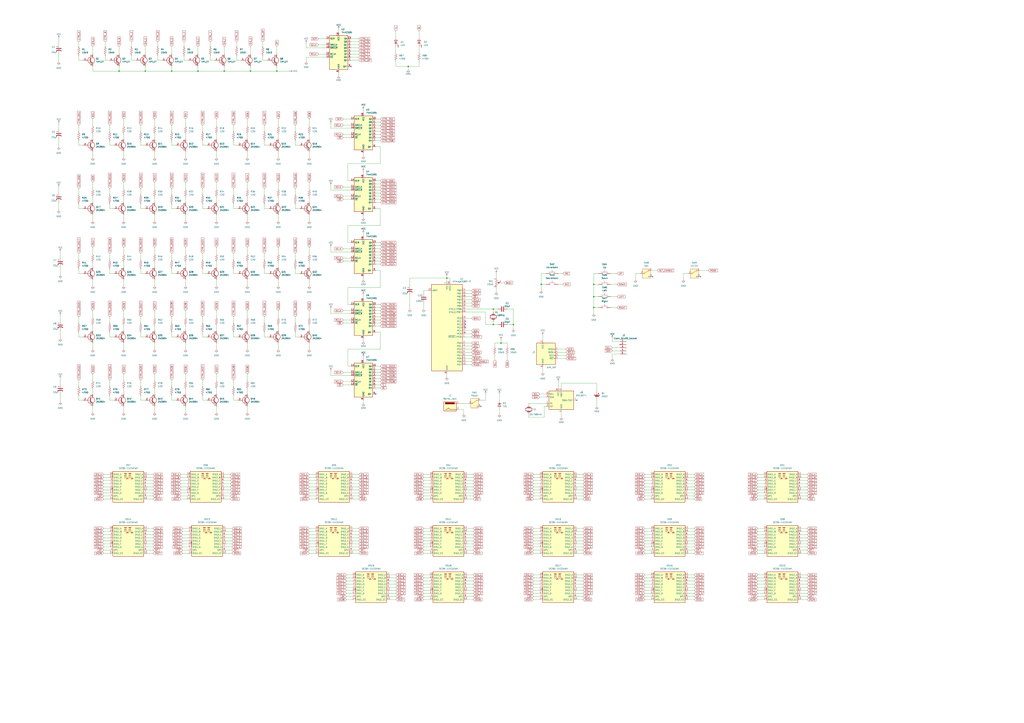
<source format=kicad_sch>
(kicad_sch (version 20250114) (generator "eeschema") (generator_version "9.0")
  (paper "A1")
  (junction (at 411.48 281.94))
  (junction (at 421.64 266.7))
  (junction (at 227.33 58.42))
  (junction (at 487.68 233.68))
  (junction (at 405.13 266.7))
  (junction (at 119.38 58.42))
  (junction (at 405.13 254))
  (junction (at 487.68 252.73))
  (junction (at 205.74 58.42))
  (junction (at 184.15 58.42))
  (junction (at 487.68 243.84))
  (junction (at 140.97 58.42))
  (junction (at 367.03 228.6))
  (junction (at 335.28 54.61))
  (junction (at 97.79 58.42))
  (junction (at 162.56 58.42))
  (junction (at 444.5 233.68))
  (no_connect (at 535.94 227.33))
  (no_connect (at 288.29 54.61))
  (no_connect (at 308.61 323.85))
  (no_connect (at 382.27 264.16))
  (no_connect (at 382.27 269.24))
  (no_connect (at 382.27 266.7))
  (no_connect (at 575.31 227.33))
  (no_connect (at 509.27 283.21))
  (no_connect (at 394.97 334.01))
  (no_connect (at 473.71 328.93))
  (wire (pts (xy 377.19 331.47) (xy 384.81 331.47)))
  (wire (pts (xy 166.37 102.87) (xy 166.37 107.95)))
  (wire (pts (xy 529.59 474.98) (xy 534.67 474.98)))
  (wire (pts (xy 473.71 490.22) (xy 478.79 490.22)))
  (wire (pts (xy 289.56 444.5) (xy 294.64 444.5)))
  (wire (pts (xy 152.4 97.79) (xy 152.4 102.87)))
  (wire (pts (xy 529.59 447.04) (xy 534.67 447.04)))
  (wire (pts (xy 284.48 482.6) (xy 289.56 482.6)))
  (wire (pts (xy 49.53 219.71) (xy 49.53 226.06)))
  (wire (pts (xy 312.42 120.65) (xy 312.42 134.62)))
  (wire (pts (xy 289.56 405.13) (xy 294.64 405.13)))
  (wire (pts (xy 166.37 119.38) (xy 170.18 119.38)))
  (wire (pts (xy 444.5 233.68) (xy 444.5 238.76)))
  (wire (pts (xy 344.17 50.8) (xy 344.17 54.61)))
  (wire (pts (xy 64.77 208.28) (xy 64.77 213.36)))
  (wire (pts (xy 228.6 229.87) (xy 228.6 234.95)))
  (wire (pts (xy 85.09 447.04) (xy 90.17 447.04)))
  (wire (pts (xy 152.4 255.27) (xy 152.4 260.35)))
  (wire (pts (xy 215.9 49.53) (xy 219.71 49.53)))
  (wire (pts (xy 85.09 400.05) (xy 90.17 400.05)))
  (wire (pts (xy 64.77 115.57) (xy 64.77 119.38)))
  (wire (pts (xy 298.45 227.33) (xy 298.45 229.87)))
  (wire (pts (xy 438.15 485.14) (xy 443.23 485.14)))
  (wire (pts (xy 76.2 307.34) (xy 76.2 312.42)))
  (wire (pts (xy 308.61 115.57) (xy 312.42 115.57)))
  (wire (pts (xy 242.57 260.35) (xy 242.57 265.43)))
  (wire (pts (xy 529.59 487.68) (xy 534.67 487.68)))
  (wire (pts (xy 152.4 320.04) (xy 152.4 323.85)))
  (wire (pts (xy 288.29 41.91) (xy 294.64 41.91)))
  (wire (pts (xy 416.56 266.7) (xy 421.64 266.7)))
  (wire (pts (xy 416.56 292.1) (xy 416.56 295.91)))
  (wire (pts (xy 438.15 410.21) (xy 443.23 410.21)))
  (wire (pts (xy 215.9 45.72) (xy 215.9 49.53)))
  (wire (pts (xy 308.61 161.29) (xy 312.42 161.29)))
  (wire (pts (xy 447.04 342.9) (xy 434.34 342.9)))
  (wire (pts (xy 254 110.49) (xy 254 114.3)))
  (wire (pts (xy 438.15 480.06) (xy 443.23 480.06)))
  (wire (pts (xy 288.29 34.29) (xy 294.64 34.29)))
  (wire (pts (xy 90.17 260.35) (xy 90.17 265.43)))
  (wire (pts (xy 622.3 410.21) (xy 627.38 410.21)))
  (wire (pts (xy 444.5 233.68) (xy 448.31 233.68)))
  (wire (pts (xy 347.98 238.76) (xy 347.98 241.3)))
  (wire (pts (xy 48.26 101.6) (xy 48.26 106.68)))
  (wire (pts (xy 347.98 454.66) (xy 353.06 454.66)))
  (wire (pts (xy 473.71 447.04) (xy 478.79 447.04)))
  (wire (pts (xy 140.97 208.28) (xy 140.97 213.36)))
  (wire (pts (xy 281.94 153.67) (xy 288.29 153.67)))
  (wire (pts (xy 325.12 38.1) (xy 325.12 43.18)))
  (wire (pts (xy 320.04 487.68) (xy 325.12 487.68)))
  (wire (pts (xy 382.27 287.02) (xy 387.35 287.02)))
  (wire (pts (xy 162.56 58.42) (xy 184.15 58.42)))
  (wire (pts (xy 509.27 290.83) (xy 502.92 290.83)))
  (wire (pts (xy 657.86 477.52) (xy 662.94 477.52)))
  (wire (pts (xy 565.15 487.68) (xy 570.23 487.68)))
  (wire (pts (xy 127 97.79) (xy 127 102.87)))
  (wire (pts (xy 97.79 38.1) (xy 97.79 44.45)))
  (wire (pts (xy 438.15 441.96) (xy 443.23 441.96)))
  (wire (pts (xy 217.17 220.98) (xy 217.17 224.79)))
  (wire (pts (xy 140.97 273.05) (xy 140.97 276.86)))
  (wire (pts (xy 565.15 407.67) (xy 570.23 407.67)))
  (wire (pts (xy 76.2 203.2) (xy 76.2 208.28)))
  (wire (pts (xy 281.94 306.07) (xy 288.29 306.07)))
  (wire (pts (xy 289.56 407.67) (xy 294.64 407.67)))
  (wire (pts (xy 657.86 434.34) (xy 662.94 434.34)))
  (wire (pts (xy 565.15 436.88) (xy 570.23 436.88)))
  (wire (pts (xy 86.36 45.72) (xy 86.36 49.53)))
  (wire (pts (xy 398.78 328.93) (xy 394.97 328.93)))
  (wire (pts (xy 398.78 256.54) (xy 398.78 266.7)))
  (wire (pts (xy 383.54 474.98) (xy 388.62 474.98)))
  (wire (pts (xy 115.57 220.98) (xy 115.57 224.79)))
  (wire (pts (xy 76.2 267.97) (xy 76.2 271.78)))
  (wire (pts (xy 85.09 452.12) (xy 90.17 452.12)))
  (wire (pts (xy 120.65 397.51) (xy 125.73 397.51)))
  (wire (pts (xy 367.03 228.6) (xy 336.55 228.6)))
  (wire (pts (xy 85.09 394.97) (xy 90.17 394.97)))
  (wire (pts (xy 438.15 397.51) (xy 443.23 397.51)))
  (wire (pts (xy 561.34 224.79) (xy 561.34 229.87)))
  (wire (pts (xy 473.71 472.44) (xy 478.79 472.44)))
  (wire (pts (xy 49.53 323.85) (xy 49.53 330.2)))
  (wire (pts (xy 140.97 171.45) (xy 144.78 171.45)))
  (wire (pts (xy 308.61 148.59) (xy 312.42 148.59)))
  (wire (pts (xy 529.59 410.21) (xy 534.67 410.21)))
  (wire (pts (xy 347.98 394.97) (xy 353.06 394.97)))
  (wire (pts (xy 509.27 280.67) (xy 502.92 280.67)))
  (wire (pts (xy 217.17 273.05) (xy 217.17 276.86)))
  (wire (pts (xy 382.27 294.64) (xy 387.35 294.64)))
  (wire (pts (xy 85.09 436.88) (xy 90.17 436.88)))
  (wire (pts (xy 473.71 449.58) (xy 478.79 449.58)))
  (wire (pts (xy 203.2 110.49) (xy 203.2 114.3)))
  (wire (pts (xy 438.15 492.76) (xy 443.23 492.76)))
  (wire (pts (xy 347.98 485.14) (xy 353.06 485.14)))
  (wire (pts (xy 64.77 312.42) (xy 64.77 317.5)))
  (wire (pts (xy 622.3 434.34) (xy 627.38 434.34)))
  (wire (pts (xy 298.45 242.57) (xy 298.45 245.11)))
  (wire (pts (xy 622.3 474.98) (xy 627.38 474.98)))
  (wire (pts (xy 115.57 328.93) (xy 119.38 328.93)))
  (wire (pts (xy 312.42 171.45) (xy 312.42 185.42)))
  (wire (pts (xy 382.27 274.32) (xy 387.35 274.32)))
  (wire (pts (xy 320.04 480.06) (xy 325.12 480.06)))
  (wire (pts (xy 166.37 273.05) (xy 166.37 276.86)))
  (wire (pts (xy 288.29 39.37) (xy 294.64 39.37)))
  (wire (pts (xy 289.56 452.12) (xy 294.64 452.12)))
  (wire (pts (xy 622.3 452.12) (xy 627.38 452.12)))
  (wire (pts (xy 622.3 394.97) (xy 627.38 394.97)))
  (wire (pts (xy 191.77 208.28) (xy 191.77 213.36)))
  (wire (pts (xy 347.98 248.92) (xy 347.98 254)))
  (wire (pts (xy 203.2 149.86) (xy 203.2 154.94)))
  (wire (pts (xy 101.6 176.53) (xy 101.6 181.61)))
  (wire (pts (xy 242.57 119.38) (xy 246.38 119.38)))
  (wire (pts (xy 308.61 300.99) (xy 312.42 300.99)))
  (wire (pts (xy 458.47 233.68) (xy 462.28 233.68)))
  (wire (pts (xy 166.37 208.28) (xy 166.37 213.36)))
  (wire (pts (xy 149.86 434.34) (xy 154.94 434.34)))
  (wire (pts (xy 382.27 241.3) (xy 387.35 241.3)))
  (wire (pts (xy 622.3 449.58) (xy 627.38 449.58)))
  (wire (pts (xy 622.3 454.66) (xy 627.38 454.66)))
  (wire (pts (xy 298.45 293.37) (xy 298.45 295.91)))
  (wire (pts (xy 473.71 405.13) (xy 478.79 405.13)))
  (wire (pts (xy 76.2 281.94) (xy 76.2 287.02)))
  (wire (pts (xy 308.61 250.19) (xy 312.42 250.19)))
  (wire (pts (xy 49.53 207.01) (xy 49.53 212.09)))
  (wire (pts (xy 325.12 25.4) (xy 325.12 30.48)))
  (wire (pts (xy 622.3 402.59) (xy 627.38 402.59)))
  (wire (pts (xy 289.56 394.97) (xy 294.64 394.97)))
  (wire (pts (xy 367.03 227.33) (xy 367.03 228.6)))
  (wire (pts (xy 90.17 224.79) (xy 93.98 224.79)))
  (wire (pts (xy 347.98 490.22) (xy 353.06 490.22)))
  (wire (pts (xy 382.27 243.84) (xy 387.35 243.84)))
  (wire (pts (xy 115.57 102.87) (xy 115.57 107.95)))
  (wire (pts (xy 347.98 447.04) (xy 353.06 447.04)))
  (wire (pts (xy 254 97.79) (xy 254 102.87)))
  (wire (pts (xy 410.21 323.85) (xy 410.21 328.93)))
  (wire (pts (xy 90.17 154.94) (xy 90.17 160.02)))
  (wire (pts (xy 288.29 156.21) (xy 271.78 156.21)))
  (wire (pts (xy 312.42 236.22) (xy 285.75 236.22)))
  (wire (pts (xy 217.17 154.94) (xy 217.17 160.02)))
  (wire (pts (xy 473.71 485.14) (xy 478.79 485.14)))
  (wire (pts (xy 76.2 320.04) (xy 76.2 323.85)))
  (wire (pts (xy 406.4 281.94) (xy 406.4 284.48)))
  (wire (pts (xy 565.15 472.44) (xy 570.23 472.44)))
  (wire (pts (xy 529.59 480.06) (xy 534.67 480.06)))
  (wire (pts (xy 473.71 392.43) (xy 478.79 392.43)))
  (wire (pts (xy 115.57 273.05) (xy 115.57 276.86)))
  (wire (pts (xy 85.09 402.59) (xy 90.17 402.59)))
  (wire (pts (xy 657.86 436.88) (xy 662.94 436.88)))
  (wire (pts (xy 308.61 267.97) (xy 312.42 267.97)))
  (wire (pts (xy 191.77 167.64) (xy 191.77 171.45)))
  (wire (pts (xy 377.19 336.55) (xy 381 336.55)))
  (wire (pts (xy 438.15 444.5) (xy 443.23 444.5)))
  (wire (pts (xy 308.61 217.17) (xy 312.42 217.17)))
  (wire (pts (xy 565.15 444.5) (xy 570.23 444.5)))
  (wire (pts (xy 445.77 302.26) (xy 445.77 306.07)))
  (wire (pts (xy 152.4 334.01) (xy 152.4 339.09)))
  (wire (pts (xy 308.61 308.61) (xy 312.42 308.61)))
  (wire (pts (xy 166.37 224.79) (xy 170.18 224.79)))
  (wire (pts (xy 228.6 149.86) (xy 228.6 154.94)))
  (wire (pts (xy 205.74 38.1) (xy 205.74 44.45)))
  (wire (pts (xy 49.53 311.15) (xy 49.53 316.23)))
  (wire (pts (xy 76.2 110.49) (xy 76.2 114.3)))
  (wire (pts (xy 529.59 405.13) (xy 534.67 405.13)))
  (wire (pts (xy 64.77 45.72) (xy 64.77 49.53)))
  (wire (pts (xy 565.15 454.66) (xy 570.23 454.66)))
  (wire (pts (xy 254 203.2) (xy 254 208.28)))
  (wire (pts (xy 203.2 176.53) (xy 203.2 181.61)))
  (wire (pts (xy 228.6 281.94) (xy 228.6 287.02)))
  (wire (pts (xy 529.59 389.89) (xy 534.67 389.89)))
  (wire (pts (xy 115.57 115.57) (xy 115.57 119.38)))
  (wire (pts (xy 177.8 149.86) (xy 177.8 154.94)))
  (wire (pts (xy 281.94 313.69) (xy 288.29 313.69)))
  (wire (pts (xy 228.6 255.27) (xy 228.6 260.35)))
  (wire (pts (xy 254 267.97) (xy 254 271.78)))
  (wire (pts (xy 308.61 107.95) (xy 312.42 107.95)))
  (wire (pts (xy 529.59 452.12) (xy 534.67 452.12)))
  (wire (pts (xy 127 176.53) (xy 127 181.61)))
  (wire (pts (xy 565.15 452.12) (xy 570.23 452.12)))
  (wire (pts (xy 76.2 334.01) (xy 76.2 339.09)))
  (wire (pts (xy 140.97 115.57) (xy 140.97 119.38)))
  (wire (pts (xy 127 229.87) (xy 127 234.95)))
  (wire (pts (xy 64.77 171.45) (xy 68.58 171.45)))
  (wire (pts (xy 657.86 397.51) (xy 662.94 397.51)))
  (wire (pts (xy 152.4 281.94) (xy 152.4 287.02)))
  (wire (pts (xy 254 215.9) (xy 254 219.71)))
  (wire (pts (xy 657.86 444.5) (xy 662.94 444.5)))
  (wire (pts (xy 149.86 441.96) (xy 154.94 441.96)))
  (wire (pts (xy 622.3 397.51) (xy 627.38 397.51)))
  (wire (pts (xy 657.86 407.67) (xy 662.94 407.67)))
  (wire (pts (xy 177.8 281.94) (xy 177.8 287.02)))
  (wire (pts (xy 149.86 449.58) (xy 154.94 449.58)))
  (wire (pts (xy 657.86 487.68) (xy 662.94 487.68)))
  (wire (pts (xy 367.03 228.6) (xy 369.57 228.6)))
  (wire (pts (xy 657.86 452.12) (xy 662.94 452.12)))
  (wire (pts (xy 271.78 203.2) (xy 271.78 207.01)))
  (wire (pts (xy 271.78 254) (xy 271.78 257.81)))
  (wire (pts (xy 101.6 320.04) (xy 101.6 323.85)))
  (wire (pts (xy 76.2 255.27) (xy 76.2 260.35)))
  (wire (pts (xy 228.6 176.53) (xy 228.6 181.61)))
  (wire (pts (xy 85.09 392.43) (xy 90.17 392.43)))
  (wire (pts (xy 64.77 325.12) (xy 64.77 328.93)))
  (wire (pts (xy 140.97 58.42) (xy 119.38 58.42)))
  (wire (pts (xy 120.65 444.5) (xy 125.73 444.5)))
  (wire (pts (xy 383.54 397.51) (xy 388.62 397.51)))
  (wire (pts (xy 285.75 199.39) (xy 288.29 199.39)))
  (wire (pts (xy 185.42 449.58) (xy 190.5 449.58)))
  (wire (pts (xy 347.98 402.59) (xy 353.06 402.59)))
  (wire (pts (xy 565.15 394.97) (xy 570.23 394.97)))
  (wire (pts (xy 367.03 307.34) (xy 367.03 309.88)))
  (wire (pts (xy 261.62 31.75) (xy 267.97 31.75)))
  (wire (pts (xy 177.8 176.53) (xy 177.8 181.61)))
  (wire (pts (xy 336.55 228.6) (xy 336.55 234.95)))
  (wire (pts (xy 242.57 276.86) (xy 246.38 276.86)))
  (wire (pts (xy 129.54 45.72) (xy 129.54 49.53)))
  (wire (pts (xy 382.27 246.38) (xy 387.35 246.38)))
  (wire (pts (xy 565.15 400.05) (xy 570.23 400.05)))
  (wire (pts (xy 473.71 452.12) (xy 478.79 452.12)))
  (wire (pts (xy 115.57 154.94) (xy 115.57 160.02)))
  (wire (pts (xy 228.6 267.97) (xy 228.6 271.78)))
  (wire (pts (xy 438.15 402.59) (xy 443.23 402.59)))
  (wire (pts (xy 308.61 257.81) (xy 312.42 257.81)))
  (wire (pts (xy 191.77 276.86) (xy 195.58 276.86)))
  (wire (pts (xy 177.8 229.87) (xy 177.8 234.95)))
  (wire (pts (xy 438.15 474.98) (xy 443.23 474.98)))
  (wire (pts (xy 308.61 316.23) (xy 312.42 316.23)))
  (wire (pts (xy 473.71 482.6) (xy 478.79 482.6)))
  (wire (pts (xy 458.47 224.79) (xy 462.28 224.79)))
  (wire (pts (xy 473.71 434.34) (xy 478.79 434.34)))
  (wire (pts (xy 90.17 171.45) (xy 93.98 171.45)))
  (wire (pts (xy 242.57 102.87) (xy 242.57 107.95)))
  (wire (pts (xy 166.37 171.45) (xy 170.18 171.45)))
  (wire (pts (xy 383.54 449.58) (xy 388.62 449.58)))
  (wire (pts (xy 48.26 44.45) (xy 48.26 50.8)))
  (wire (pts (xy 308.61 212.09) (xy 312.42 212.09)))
  (wire (pts (xy 487.68 252.73) (xy 491.49 252.73)))
  (wire (pts (xy 438.15 490.22) (xy 443.23 490.22)))
  (wire (pts (xy 185.42 447.04) (xy 190.5 447.04)))
  (wire (pts (xy 438.15 472.44) (xy 443.23 472.44)))
  (wire (pts (xy 289.56 389.89) (xy 294.64 389.89)))
  (wire (pts (xy 185.42 439.42) (xy 190.5 439.42)))
  (wire (pts (xy 149.86 452.12) (xy 154.94 452.12)))
  (wire (pts (xy 308.61 313.69) (xy 312.42 313.69)))
  (wire (pts (xy 191.77 312.42) (xy 191.77 317.5)))
  (wire (pts (xy 217.17 102.87) (xy 217.17 107.95)))
  (wire (pts (xy 289.56 402.59) (xy 294.64 402.59)))
  (wire (pts (xy 438.15 439.42) (xy 443.23 439.42)))
  (wire (pts (xy 85.09 407.67) (xy 90.17 407.67)))
  (wire (pts (xy 120.65 447.04) (xy 125.73 447.04)))
  (wire (pts (xy 501.65 243.84) (xy 506.73 243.84)))
  (wire (pts (xy 90.17 328.93) (xy 93.98 328.93)))
  (wire (pts (xy 184.15 402.59) (xy 189.23 402.59)))
  (wire (pts (xy 657.86 394.97) (xy 662.94 394.97)))
  (wire (pts (xy 101.6 267.97) (xy 101.6 271.78)))
  (wire (pts (xy 622.3 400.05) (xy 627.38 400.05)))
  (wire (pts (xy 308.61 255.27) (xy 312.42 255.27)))
  (wire (pts (xy 140.97 325.12) (xy 140.97 328.93)))
  (wire (pts (xy 438.15 394.97) (xy 443.23 394.97)))
  (wire (pts (xy 383.54 400.05) (xy 388.62 400.05)))
  (wire (pts (xy 320.04 474.98) (xy 325.12 474.98)))
  (wire (pts (xy 347.98 452.12) (xy 353.06 452.12)))
  (wire (pts (xy 120.65 405.13) (xy 125.73 405.13)))
  (wire (pts (xy 657.86 472.44) (xy 662.94 472.44)))
  (wire (pts (xy 529.59 407.67) (xy 534.67 407.67)))
  (wire (pts (xy 140.97 224.79) (xy 144.78 224.79)))
  (wire (pts (xy 657.86 439.42) (xy 662.94 439.42)))
  (wire (pts (xy 254 449.58) (xy 259.08 449.58)))
  (wire (pts (xy 254 281.94) (xy 254 287.02)))
  (wire (pts (xy 191.77 154.94) (xy 191.77 160.02)))
  (wire (pts (xy 85.09 441.96) (xy 90.17 441.96)))
  (wire (pts (xy 101.6 281.94) (xy 101.6 287.02)))
  (wire (pts (xy 228.6 203.2) (xy 228.6 208.28)))
  (wire (pts (xy 49.53 271.78) (xy 49.53 278.13)))
  (wire (pts (xy 64.77 119.38) (xy 68.58 119.38)))
  (wire (pts (xy 127 307.34) (xy 127 312.42)))
  (wire (pts (xy 383.54 407.67) (xy 388.62 407.67)))
  (wire (pts (xy 308.61 153.67) (xy 312.42 153.67)))
  (wire (pts (xy 502.92 288.29) (xy 509.27 288.29)))
  (wire (pts (xy 203.2 203.2) (xy 203.2 208.28)))
  (wire (pts (xy 191.77 273.05) (xy 191.77 276.86)))
  (wire (pts (xy 203.2 124.46) (xy 203.2 129.54)))
  (wire (pts (xy 267.97 39.37) (xy 251.46 39.37)))
  (wire (pts (xy 325.12 54.61) (xy 325.12 50.8)))
  (wire (pts (xy 529.59 394.97) (xy 534.67 394.97)))
  (wire (pts (xy 383.54 454.66) (xy 388.62 454.66)))
  (wire (pts (xy 85.09 389.89) (xy 90.17 389.89)))
  (wire (pts (xy 184.15 38.1) (xy 184.15 44.45)))
  (wire (pts (xy 76.2 58.42) (xy 97.79 58.42)))
  (wire (pts (xy 90.17 220.98) (xy 90.17 224.79)))
  (wire (pts (xy 101.6 124.46) (xy 101.6 129.54)))
  (wire (pts (xy 382.27 251.46) (xy 387.35 251.46)))
  (wire (pts (xy 217.17 208.28) (xy 217.17 213.36)))
  (wire (pts (xy 152.4 307.34) (xy 152.4 312.42)))
  (wire (pts (xy 177.8 215.9) (xy 177.8 219.71)))
  (wire (pts (xy 347.98 441.96) (xy 353.06 441.96)))
  (wire (pts (xy 382.27 292.1) (xy 387.35 292.1)))
  (wire (pts (xy 565.15 439.42) (xy 570.23 439.42)))
  (wire (pts (xy 285.75 148.59) (xy 288.29 148.59)))
  (wire (pts (xy 490.22 328.93) (xy 490.22 334.01)))
  (wire (pts (xy 529.59 490.22) (xy 534.67 490.22)))
  (wire (pts (xy 657.86 400.05) (xy 662.94 400.05)))
  (wire (pts (xy 529.59 492.76) (xy 534.67 492.76)))
  (wire (pts (xy 529.59 454.66) (xy 534.67 454.66)))
  (wire (pts (xy 410.21 336.55) (xy 410.21 340.36)))
  (wire (pts (xy 85.09 410.21) (xy 90.17 410.21)))
  (wire (pts (xy 421.64 266.7) (xy 421.64 270.51)))
  (wire (pts (xy 285.75 134.62) (xy 285.75 148.59)))
  (wire (pts (xy 162.56 54.61) (xy 162.56 58.42)))
  (wire (pts (xy 101.6 215.9) (xy 101.6 219.71)))
  (wire (pts (xy 657.86 474.98) (xy 662.94 474.98)))
  (wire (pts (xy 308.61 204.47) (xy 312.42 204.47)))
  (wire (pts (xy 85.09 439.42) (xy 90.17 439.42)))
  (wire (pts (xy 383.54 434.34) (xy 388.62 434.34)))
  (wire (pts (xy 529.59 402.59) (xy 534.67 402.59)))
  (wire (pts (xy 487.68 252.73) (xy 487.68 257.81)))
  (wire (pts (xy 347.98 449.58) (xy 353.06 449.58)))
  (wire (pts (xy 434.34 342.9) (xy 434.34 340.36)))
  (wire (pts (xy 473.71 402.59) (xy 478.79 402.59)))
  (wire (pts (xy 191.77 325.12) (xy 191.77 328.93)))
  (wire (pts (xy 177.8 320.04) (xy 177.8 323.85)))
  (wire (pts (xy 184.15 397.51) (xy 189.23 397.51)))
  (wire (pts (xy 185.42 444.5) (xy 190.5 444.5)))
  (wire (pts (xy 254 124.46) (xy 254 129.54)))
  (wire (pts (xy 347.98 436.88) (xy 353.06 436.88)))
  (wire (pts (xy 251.46 46.99) (xy 267.97 46.99)))
  (wire (pts (xy 151.13 34.29) (xy 151.13 38.1)))
  (wire (pts (xy 115.57 260.35) (xy 115.57 265.43)))
  (wire (pts (xy 127 110.49) (xy 127 114.3)))
  (wire (pts (xy 347.98 405.13) (xy 353.06 405.13)))
  (wire (pts (xy 347.98 397.51) (xy 353.06 397.51)))
  (wire (pts (xy 383.54 477.52) (xy 388.62 477.52)))
  (wire (pts (xy 278.13 59.69) (xy 278.13 62.23)))
  (wire (pts (xy 383.54 410.21) (xy 388.62 410.21)))
  (wire (pts (xy 657.86 454.66) (xy 662.94 454.66)))
  (wire (pts (xy 90.17 276.86) (xy 93.98 276.86)))
  (wire (pts (xy 473.71 410.21) (xy 478.79 410.21)))
  (wire (pts (xy 191.77 119.38) (xy 195.58 119.38)))
  (wire (pts (xy 347.98 434.34) (xy 353.06 434.34)))
  (wire (pts (xy 217.17 260.35) (xy 217.17 265.43)))
  (wire (pts (xy 575.31 222.25) (xy 581.66 222.25)))
  (wire (pts (xy 308.61 265.43) (xy 312.42 265.43)))
  (wire (pts (xy 76.2 124.46) (xy 76.2 129.54)))
  (wire (pts (xy 438.15 400.05) (xy 443.23 400.05)))
  (wire (pts (xy 382.27 281.94) (xy 387.35 281.94)))
  (wire (pts (xy 438.15 434.34) (xy 443.23 434.34)))
  (wire (pts (xy 383.54 482.6) (xy 388.62 482.6)))
  (wire (pts (xy 242.57 171.45) (xy 246.38 171.45)))
  (wire (pts (xy 622.3 482.6) (xy 627.38 482.6)))
  (wire (pts (xy 127 281.94) (xy 127 287.02)))
  (wire (pts (xy 298.45 278.13) (xy 298.45 280.67)))
  (wire (pts (xy 289.56 454.66) (xy 294.64 454.66)))
  (wire (pts (xy 127 267.97) (xy 127 271.78)))
  (wire (pts (xy 473.71 394.97) (xy 478.79 394.97)))
  (wire (pts (xy 289.56 434.34) (xy 294.64 434.34)))
  (wire (pts (xy 473.71 480.06) (xy 478.79 480.06)))
  (wire (pts (xy 308.61 158.75) (xy 312.42 158.75)))
  (wire (pts (xy 298.45 176.53) (xy 298.45 179.07)))
  (wire (pts (xy 151.13 45.72) (xy 151.13 49.53)))
  (wire (pts (xy 281.94 214.63) (xy 288.29 214.63)))
  (wire (pts (xy 438.15 392.43) (xy 443.23 392.43)))
  (wire (pts (xy 119.38 54.61) (xy 119.38 58.42)))
  (wire (pts (xy 271.78 304.8) (xy 271.78 308.61)))
  (wire (pts (xy 383.54 487.68) (xy 388.62 487.68)))
  (wire (pts (xy 383.54 485.14) (xy 388.62 485.14)))
  (wire (pts (xy 383.54 392.43) (xy 388.62 392.43)))
  (wire (pts (xy 288.29 49.53) (xy 294.64 49.53)))
  (wire (pts (xy 205.74 58.42) (xy 227.33 58.42)))
  (wire (pts (xy 622.3 480.06) (xy 627.38 480.06)))
  (wire (pts (xy 228.6 124.46) (xy 228.6 129.54)))
  (wire (pts (xy 254 176.53) (xy 254 181.61)))
  (wire (pts (xy 565.15 490.22) (xy 570.23 490.22)))
  (wire (pts (xy 120.65 434.34) (xy 125.73 434.34)))
  (wire (pts (xy 228.6 110.49) (xy 228.6 114.3)))
  (wire (pts (xy 529.59 441.96) (xy 534.67 441.96)))
  (wire (pts (xy 85.09 434.34) (xy 90.17 434.34)))
  (wire (pts (xy 120.65 410.21) (xy 125.73 410.21)))
  (wire (pts (xy 622.3 477.52) (xy 627.38 477.52)))
  (wire (pts (xy 308.61 252.73) (xy 312.42 252.73)))
  (wire (pts (xy 203.2 281.94) (xy 203.2 287.02)))
  (wire (pts (xy 289.56 410.21) (xy 294.64 410.21)))
  (wire (pts (xy 203.2 97.79) (xy 203.2 102.87)))
  (wire (pts (xy 203.2 229.87) (xy 203.2 234.95)))
  (wire (pts (xy 622.3 436.88) (xy 627.38 436.88)))
  (wire (pts (xy 64.77 49.53) (xy 68.58 49.53)))
  (wire (pts (xy 473.71 436.88) (xy 478.79 436.88)))
  (wire (pts (xy 281.94 161.29) (xy 288.29 161.29)))
  (wire (pts (xy 491.49 243.84) (xy 487.68 243.84)))
  (wire (pts (xy 284.48 490.22) (xy 289.56 490.22)))
  (wire (pts (xy 90.17 273.05) (xy 90.17 276.86)))
  (wire (pts (xy 228.6 97.79) (xy 228.6 102.87)))
  (wire (pts (xy 458.47 289.56) (xy 464.82 289.56)))
  (wire (pts (xy 565.15 480.06) (xy 570.23 480.06)))
  (wire (pts (xy 288.29 44.45) (xy 294.64 44.45)))
  (wire (pts (xy 119.38 58.42) (xy 97.79 58.42)))
  (wire (pts (xy 473.71 397.51) (xy 478.79 397.51)))
  (wire (pts (xy 289.56 436.88) (xy 294.64 436.88)))
  (wire (pts (xy 383.54 441.96) (xy 388.62 441.96)))
  (wire (pts (xy 184.15 410.21) (xy 189.23 410.21)))
  (wire (pts (xy 85.09 397.51) (xy 90.17 397.51)))
  (wire (pts (xy 657.86 482.6) (xy 662.94 482.6)))
  (wire (pts (xy 458.47 313.69) (xy 458.47 318.77)))
  (wire (pts (xy 254 149.86) (xy 254 154.94)))
  (wire (pts (xy 622.3 492.76) (xy 627.38 492.76)))
  (wire (pts (xy 97.79 54.61) (xy 97.79 58.42)))
  (wire (pts (xy 254 162.56) (xy 254 166.37)))
  (wire (pts (xy 473.71 441.96) (xy 478.79 441.96)))
  (wire (pts (xy 281.94 262.89) (xy 288.29 262.89)))
  (wire (pts (xy 101.6 203.2) (xy 101.6 208.28)))
  (wire (pts (xy 185.42 434.34) (xy 190.5 434.34)))
  (wire (pts (xy 382.27 289.56) (xy 387.35 289.56)))
  (wire (pts (xy 622.3 389.89) (xy 627.38 389.89)))
  (wire (pts (xy 148.59 402.59) (xy 153.67 402.59)))
  (wire (pts (xy 565.15 474.98) (xy 570.23 474.98)))
  (wire (pts (xy 152.4 229.87) (xy 152.4 234.95)))
  (wire (pts (xy 382.27 297.18) (xy 387.35 297.18)))
  (wire (pts (xy 383.54 480.06) (xy 388.62 480.06)))
  (wire (pts (xy 184.15 394.97) (xy 189.23 394.97)))
  (wire (pts (xy 254 229.87) (xy 254 234.95)))
  (wire (pts (xy 347.98 482.6) (xy 353.06 482.6)))
  (wire (pts (xy 281.94 255.27) (xy 288.29 255.27)))
  (wire (pts (xy 86.36 49.53) (xy 90.17 49.53)))
  (wire (pts (xy 284.48 485.14) (xy 289.56 485.14)))
  (wire (pts (xy 487.68 224.79) (xy 487.68 233.68)))
  (wire (pts (xy 149.86 436.88) (xy 154.94 436.88)))
  (wire (pts (xy 487.68 243.84) (xy 487.68 252.73)))
  (wire (pts (xy 242.57 167.64) (xy 242.57 171.45)))
  (wire (pts (xy 288.29 31.75) (xy 294.64 31.75)))
  (wire (pts (xy 120.65 449.58) (xy 125.73 449.58)))
  (wire (pts (xy 411.48 281.94) (xy 406.4 281.94)))
  (wire (pts (xy 115.57 171.45) (xy 119.38 171.45)))
  (wire (pts (xy 535.94 222.25) (xy 539.75 222.25)))
  (wire (pts (xy 347.98 392.43) (xy 353.06 392.43)))
  (wire (pts (xy 120.65 452.12) (xy 125.73 452.12)))
  (wire (pts (xy 298.45 140.97) (xy 298.45 143.51)))
  (wire (pts (xy 227.33 54.61) (xy 227.33 58.42)))
  (wire (pts (xy 228.6 215.9) (xy 228.6 219.71)))
  (wire (pts (xy 140.97 102.87) (xy 140.97 107.95)))
  (wire (pts (xy 172.72 49.53) (xy 176.53 49.53)))
  (wire (pts (xy 90.17 325.12) (xy 90.17 328.93)))
  (wire (pts (xy 203.2 255.27) (xy 203.2 260.35)))
  (wire (pts (xy 657.86 447.04) (xy 662.94 447.04)))
  (wire (pts (xy 129.54 49.53) (xy 133.35 49.53)))
  (wire (pts (xy 254 392.43) (xy 259.08 392.43)))
  (wire (pts (xy 140.97 276.86) (xy 144.78 276.86)))
  (wire (pts (xy 382.27 254) (xy 405.13 254)))
  (wire (pts (xy 140.97 58.42) (xy 162.56 58.42)))
  (wire (pts (xy 347.98 480.06) (xy 353.06 480.06)))
  (wire (pts (xy 565.15 492.76) (xy 570.23 492.76)))
  (wire (pts (xy 162.56 38.1) (xy 162.56 44.45)))
  (wire (pts (xy 64.77 224.79) (xy 68.58 224.79)))
  (wire (pts (xy 438.15 452.12) (xy 443.23 452.12)))
  (wire (pts (xy 565.15 485.14) (xy 570.23 485.14)))
  (wire (pts (xy 177.8 124.46) (xy 177.8 129.54)))
  (wire (pts (xy 166.37 328.93) (xy 170.18 328.93)))
  (wire (pts (xy 347.98 407.67) (xy 353.06 407.67)))
  (wire (pts (xy 308.61 97.79) (xy 312.42 97.79)))
  (wire (pts (xy 115.57 224.79) (xy 119.38 224.79)))
  (wire (pts (xy 254 410.21) (xy 259.08 410.21)))
  (wire (pts (xy 622.3 441.96) (xy 627.38 441.96)))
  (wire (pts (xy 289.56 392.43) (xy 294.64 392.43)))
  (wire (pts (xy 288.29 308.61) (xy 271.78 308.61)))
  (wire (pts (xy 308.61 156.21) (xy 312.42 156.21)))
  (wire (pts (xy 166.37 276.86) (xy 170.18 276.86)))
  (wire (pts (xy 177.8 97.79) (xy 177.8 102.87)))
  (wire (pts (xy 148.59 410.21) (xy 153.67 410.21)))
  (wire (pts (xy 473.71 444.5) (xy 478.79 444.5)))
  (wire (pts (xy 622.3 444.5) (xy 627.38 444.5)))
  (wire (pts (xy 127 124.46) (xy 127 129.54)))
  (wire (pts (xy 49.53 259.08) (xy 49.53 264.16)))
  (wire (pts (xy 285.75 287.02) (xy 285.75 300.99)))
  (wire (pts (xy 438.15 405.13) (xy 443.23 405.13)))
  (wire (pts (xy 254 397.51) (xy 259.08 397.51)))
  (wire (pts (xy 288.29 257.81) (xy 271.78 257.81)))
  (wire (pts (xy 203.2 162.56) (xy 203.2 166.37)))
  (wire (pts (xy 217.17 115.57) (xy 217.17 119.38)))
  (wire (pts (xy 185.42 452.12) (xy 190.5 452.12)))
  (wire (pts (xy 86.36 34.29) (xy 86.36 38.1)))
  (wire (pts (xy 254 405.13) (xy 259.08 405.13)))
  (wire (pts (xy 438.15 389.89) (xy 443.23 389.89)))
  (wire (pts (xy 152.4 215.9) (xy 152.4 219.71)))
  (wire (pts (xy 383.54 472.44) (xy 388.62 472.44)))
  (wire (pts (xy 657.86 402.59) (xy 662.94 402.59)))
  (wire (pts (xy 298.45 191.77) (xy 298.45 194.31)))
  (wire (pts (xy 565.15 449.58) (xy 570.23 449.58)))
  (wire (pts (xy 406.4 292.1) (xy 406.4 295.91)))
  (wire (pts (xy 473.71 439.42) (xy 478.79 439.42)))
  (wire (pts (xy 254 255.27) (xy 254 260.35)))
  (wire (pts (xy 473.71 407.67) (xy 478.79 407.67)))
  (wire (pts (xy 278.13 24.13) (xy 278.13 26.67)))
  (wire (pts (xy 148.59 405.13) (xy 153.67 405.13)))
  (wire (pts (xy 438.15 449.58) (xy 443.23 449.58)))
  (wire (pts (xy 521.97 224.79) (xy 521.97 229.87)))
  (wire (pts (xy 383.54 439.42) (xy 388.62 439.42)))
  (wire (pts (xy 347.98 444.5) (xy 353.06 444.5)))
  (wire (pts (xy 203.2 307.34) (xy 203.2 312.42)))
  (wire (pts (xy 64.77 220.98) (xy 64.77 224.79)))
  (wire (pts (xy 288.29 207.01) (xy 271.78 207.01)))
  (wire (pts (xy 398.78 323.85) (xy 398.78 328.93)))
  (wire (pts (xy 184.15 405.13) (xy 189.23 405.13)))
  (wire (pts (xy 622.3 407.67) (xy 627.38 407.67)))
  (wire (pts (xy 565.15 477.52) (xy 570.23 477.52)))
  (wire (pts (xy 177.8 110.49) (xy 177.8 114.3)))
  (wire (pts (xy 251.46 35.56) (xy 251.46 39.37)))
  (wire (pts (xy 382.27 248.92) (xy 387.35 248.92)))
  (wire (pts (xy 416.56 284.48) (xy 416.56 281.94)))
  (wire (pts (xy 48.26 166.37) (xy 48.26 172.72)))
  (wire (pts (xy 177.8 267.97) (xy 177.8 271.78)))
  (wire (pts (xy 120.65 454.66) (xy 125.73 454.66)))
  (wire (pts (xy 565.15 389.89) (xy 570.23 389.89)))
  (wire (pts (xy 473.71 389.89) (xy 478.79 389.89)))
  (wire (pts (xy 529.59 439.42) (xy 534.67 439.42)))
  (wire (pts (xy 336.55 242.57) (xy 336.55 254)))
  (wire (pts (xy 288.29 36.83) (xy 294.64 36.83)))
  (wire (pts (xy 64.77 167.64) (xy 64.77 171.45)))
  (wire (pts (xy 254 454.66) (xy 259.08 454.66)))
  (wire (pts (xy 107.95 45.72) (xy 107.95 49.53)))
  (wire (pts (xy 565.15 392.43) (xy 570.23 392.43)))
  (wire (pts (xy 344.17 54.61) (xy 335.28 54.61)))
  (wire (pts (xy 383.54 436.88) (xy 388.62 436.88)))
  (wire (pts (xy 148.59 397.51) (xy 153.67 397.51)))
  (wire (pts (xy 458.47 292.1) (xy 464.82 292.1)))
  (wire (pts (xy 289.56 441.96) (xy 294.64 441.96)))
  (wire (pts (xy 308.61 113.03) (xy 312.42 113.03)))
  (wire (pts (xy 184.15 392.43) (xy 189.23 392.43)))
  (wire (pts (xy 120.65 407.67) (xy 125.73 407.67)))
  (wire (pts (xy 217.17 167.64) (xy 217.17 171.45)))
  (wire (pts (xy 203.2 334.01) (xy 203.2 339.09)))
  (wire (pts (xy 289.56 397.51) (xy 294.64 397.51)))
  (wire (pts (xy 227.33 58.42) (xy 237.49 58.42)))
  (wire (pts (xy 382.27 256.54) (xy 398.78 256.54)))
  (wire (pts (xy 405.13 266.7) (xy 408.94 266.7)))
  (wire (pts (xy 140.97 328.93) (xy 144.78 328.93)))
  (wire (pts (xy 127 203.2) (xy 127 208.28)))
  (wire (pts (xy 48.26 31.75) (xy 48.26 36.83)))
  (wire (pts (xy 120.65 402.59) (xy 125.73 402.59)))
  (wire (pts (xy 129.54 34.29) (xy 129.54 38.1)))
  (wire (pts (xy 149.86 444.5) (xy 154.94 444.5)))
  (wire (pts (xy 203.2 215.9) (xy 203.2 219.71)))
  (wire (pts (xy 271.78 152.4) (xy 271.78 156.21)))
  (wire (pts (xy 140.97 54.61) (xy 140.97 58.42)))
  (wire (pts (xy 127 162.56) (xy 127 166.37)))
  (wire (pts (xy 285.75 185.42) (xy 285.75 199.39)))
  (wire (pts (xy 657.86 480.06) (xy 662.94 480.06)))
  (wire (pts (xy 347.98 487.68) (xy 353.06 487.68)))
  (wire (pts (xy 308.61 214.63) (xy 312.42 214.63)))
  (wire (pts (xy 312.42 185.42) (xy 285.75 185.42)))
  (wire (pts (xy 438.15 482.6) (xy 443.23 482.6)))
  (wire (pts (xy 320.04 485.14) (xy 325.12 485.14)))
  (wire (pts (xy 166.37 167.64) (xy 166.37 171.45)))
  (wire (pts (xy 184.15 54.61) (xy 184.15 58.42)))
  (wire (pts (xy 184.15 407.67) (xy 189.23 407.67)))
  (wire (pts (xy 227.33 38.1) (xy 227.33 44.45)))
  (wire (pts (xy 438.15 436.88) (xy 443.23 436.88)))
  (wire (pts (xy 115.57 312.42) (xy 115.57 317.5)))
  (wire (pts (xy 529.59 449.58) (xy 534.67 449.58)))
  (wire (pts (xy 281.94 163.83) (xy 288.29 163.83)))
  (wire (pts (xy 149.86 454.66) (xy 154.94 454.66)))
  (wire (pts (xy 101.6 229.87) (xy 101.6 234.95)))
  (wire (pts (xy 64.77 276.86) (xy 68.58 276.86)))
  (wire (pts (xy 657.86 392.43) (xy 662.94 392.43)))
  (wire (pts (xy 416.56 254) (xy 421.64 254)))
  (wire (pts (xy 458.47 294.64) (xy 464.82 294.64)))
  (wire (pts (xy 166.37 115.57) (xy 166.37 119.38)))
  (wire (pts (xy 308.61 260.35) (xy 312.42 260.35)))
  (wire (pts (xy 166.37 154.94) (xy 166.37 160.02)))
  (wire (pts (xy 191.77 260.35) (xy 191.77 265.43)))
  (wire (pts (xy 382.27 299.72) (xy 387.35 299.72)))
  (wire (pts (xy 308.61 171.45) (xy 312.42 171.45)))
  (wire (pts (xy 285.75 236.22) (xy 285.75 250.19)))
  (wire (pts (xy 461.01 339.09) (xy 461.01 342.9)))
  (wire (pts (xy 242.57 208.28) (xy 242.57 213.36)))
  (wire (pts (xy 281.94 110.49) (xy 288.29 110.49)))
  (wire (pts (xy 347.98 474.98) (xy 353.06 474.98)))
  (wire (pts (xy 76.2 54.61) (xy 76.2 58.42)))
  (wire (pts (xy 529.59 397.51) (xy 534.67 397.51)))
  (wire (pts (xy 657.86 405.13) (xy 662.94 405.13)))
  (wire (pts (xy 64.77 273.05) (xy 64.77 276.86)))
  (wire (pts (xy 284.48 477.52) (xy 289.56 477.52)))
  (wire (pts (xy 184.15 389.89) (xy 189.23 389.89)))
  (wire (pts (xy 461.01 314.96) (xy 461.01 318.77)))
  (wire (pts (xy 166.37 325.12) (xy 166.37 328.93)))
  (wire (pts (xy 149.86 447.04) (xy 154.94 447.04)))
  (wire (pts (xy 344.17 38.1) (xy 344.17 43.18)))
  (wire (pts (xy 140.97 260.35) (xy 140.97 265.43)))
  (wire (pts (xy 289.56 449.58) (xy 294.64 449.58)))
  (wire (pts (xy 152.4 176.53) (xy 152.4 181.61)))
  (wire (pts (xy 254 441.96) (xy 259.08 441.96)))
  (wire (pts (xy 284.48 487.68) (xy 289.56 487.68)))
  (wire (pts (xy 369.57 231.14) (xy 369.57 228.6)))
  (wire (pts (xy 119.38 38.1) (xy 119.38 44.45)))
  (wire (pts (xy 443.23 326.39) (xy 448.31 326.39)))
  (wire (pts (xy 64.77 102.87) (xy 64.77 107.95)))
  (wire (pts (xy 101.6 334.01) (xy 101.6 339.09)))
  (wire (pts (xy 308.61 100.33) (xy 312.42 100.33)))
  (wire (pts (xy 565.15 410.21) (xy 570.23 410.21)))
  (wire (pts (xy 308.61 207.01) (xy 312.42 207.01)))
  (wire (pts (xy 344.17 25.4) (xy 344.17 30.48)))
  (wire (pts (xy 308.61 102.87) (xy 312.42 102.87)))
  (wire (pts (xy 298.45 125.73) (xy 298.45 128.27)))
  (wire (pts (xy 405.13 264.16) (xy 405.13 266.7)))
  (wire (pts (xy 502.92 290.83) (xy 502.92 294.64)))
  (wire (pts (xy 115.57 167.64) (xy 115.57 171.45)))
  (wire (pts (xy 308.61 306.07) (xy 312.42 306.07)))
  (wire (pts (xy 312.42 273.05) (xy 312.42 287.02)))
  (wire (pts (xy 261.62 44.45) (xy 267.97 44.45)))
  (wire (pts (xy 281.94 212.09) (xy 288.29 212.09)))
  (wire (pts (xy 382.27 284.48) (xy 387.35 284.48)))
  (wire (pts (xy 120.65 436.88) (xy 125.73 436.88)))
  (wire (pts (xy 622.3 447.04) (xy 627.38 447.04)))
  (wire (pts (xy 127 215.9) (xy 127 219.71)))
  (wire (pts (xy 177.8 307.34) (xy 177.8 312.42)))
  (wire (pts (xy 101.6 149.86) (xy 101.6 154.94)))
  (wire (pts (xy 502.92 285.75) (xy 509.27 285.75)))
  (wire (pts (xy 565.15 441.96) (xy 570.23 441.96)))
  (wire (pts (xy 383.54 389.89) (xy 388.62 389.89)))
  (wire (pts (xy 622.3 392.43) (xy 627.38 392.43)))
  (wire (pts (xy 85.09 454.66) (xy 90.17 454.66)))
  (wire (pts (xy 242.57 224.79) (xy 246.38 224.79)))
  (wire (pts (xy 194.31 49.53) (xy 198.12 49.53)))
  (wire (pts (xy 443.23 323.85) (xy 448.31 323.85)))
  (wire (pts (xy 85.09 444.5) (xy 90.17 444.5)))
  (wire (pts (xy 48.26 153.67) (xy 48.26 158.75)))
  (wire (pts (xy 308.61 163.83) (xy 312.42 163.83)))
  (wire (pts (xy 367.03 228.6) (xy 367.03 231.14)))
  (wire (pts (xy 48.26 114.3) (xy 48.26 120.65)))
  (wire (pts (xy 622.3 490.22) (xy 627.38 490.22)))
  (wire (pts (xy 254 389.89) (xy 259.08 389.89)))
  (wire (pts (xy 308.61 151.13) (xy 312.42 151.13)))
  (wire (pts (xy 140.97 220.98) (xy 140.97 224.79)))
  (wire (pts (xy 254 444.5) (xy 259.08 444.5)))
  (wire (pts (xy 407.67 236.22) (xy 407.67 240.03)))
  (wire (pts (xy 281.94 316.23) (xy 288.29 316.23)))
  (wire (pts (xy 565.15 482.6) (xy 570.23 482.6)))
  (wire (pts (xy 120.65 441.96) (xy 125.73 441.96)))
  (wire (pts (xy 411.48 232.41) (xy 414.02 232.41)))
  (wire (pts (xy 148.59 392.43) (xy 153.67 392.43)))
  (wire (pts (xy 254 402.59) (xy 259.08 402.59)))
  (wire (pts (xy 565.15 405.13) (xy 570.23 405.13)))
  (wire (pts (xy 308.61 222.25) (xy 312.42 222.25)))
  (wire (pts (xy 64.77 328.93) (xy 68.58 328.93)))
  (wire (pts (xy 284.48 492.76) (xy 289.56 492.76)))
  (wire (pts (xy 281.94 102.87) (xy 288.29 102.87)))
  (wire (pts (xy 458.47 287.02) (xy 464.82 287.02)))
  (wire (pts (xy 448.31 334.01) (xy 447.04 334.01)))
  (wire (pts (xy 308.61 110.49) (xy 312.42 110.49)))
  (wire (pts (xy 76.2 176.53) (xy 76.2 181.61)))
  (wire (pts (xy 529.59 400.05) (xy 534.67 400.05)))
  (wire (pts (xy 254 407.67) (xy 259.08 407.67)))
  (wire (pts (xy 254 452.12) (xy 259.08 452.12)))
  (wire (pts (xy 529.59 485.14) (xy 534.67 485.14)))
  (wire (pts (xy 529.59 436.88) (xy 534.67 436.88)))
  (wire (pts (xy 501.65 224.79) (xy 506.73 224.79)))
  (wire (pts (xy 115.57 276.86) (xy 119.38 276.86)))
  (wire (pts (xy 438.15 407.67) (xy 443.23 407.67)))
  (wire (pts (xy 320.04 472.44) (xy 325.12 472.44)))
  (wire (pts (xy 194.31 45.72) (xy 194.31 49.53)))
  (wire (pts (xy 565.15 447.04) (xy 570.23 447.04)))
  (wire (pts (xy 347.98 400.05) (xy 353.06 400.05)))
  (wire (pts (xy 501.65 233.68) (xy 506.73 233.68)))
  (wire (pts (xy 657.86 492.76) (xy 662.94 492.76)))
  (wire (pts (xy 622.3 439.42) (xy 627.38 439.42)))
  (wire (pts (xy 254 434.34) (xy 259.08 434.34)))
  (wire (pts (xy 217.17 171.45) (xy 220.98 171.45)))
  (wire (pts (xy 335.28 54.61) (xy 325.12 54.61)))
  (wire (pts (xy 347.98 472.44) (xy 353.06 472.44)))
  (wire (pts (xy 285.75 300.99) (xy 288.29 300.99)))
  (wire (pts (xy 308.61 120.65) (xy 312.42 120.65)))
  (wire (pts (xy 191.77 115.57) (xy 191.77 119.38)))
  (wire (pts (xy 242.57 154.94) (xy 242.57 160.02)))
  (wire (pts (xy 351.79 238.76) (xy 347.98 238.76)))
  (wire (pts (xy 172.72 45.72) (xy 172.72 49.53)))
  (wire (pts (xy 203.2 267.97) (xy 203.2 271.78)))
  (wire (pts (xy 140.97 119.38) (xy 144.78 119.38)))
  (wire (pts (xy 438.15 454.66) (xy 443.23 454.66)))
  (wire (pts (xy 622.3 405.13) (xy 627.38 405.13)))
  (wire (pts (xy 383.54 394.97) (xy 388.62 394.97)))
  (wire (pts (xy 191.77 102.87) (xy 191.77 107.95)))
  (wire (pts (xy 185.42 454.66) (xy 190.5 454.66)))
  (wire (pts (xy 382.27 238.76) (xy 387.35 238.76)))
  (wire (pts (xy 308.61 105.41) (xy 312.42 105.41)))
  (wire (pts (xy 64.77 34.29) (xy 64.77 38.1)))
  (wire (pts (xy 281.94 265.43) (xy 288.29 265.43)))
  (wire (pts (xy 308.61 166.37) (xy 312.42 166.37)))
  (wire (pts (xy 529.59 434.34) (xy 534.67 434.34)))
  (wire (pts (xy 194.31 34.29) (xy 194.31 38.1)))
  (wire (pts (xy 383.54 490.22) (xy 388.62 490.22)))
  (wire (pts (xy 115.57 325.12) (xy 115.57 328.93)))
  (wire (pts (xy 347.98 439.42) (xy 353.06 439.42)))
  (wire (pts (xy 127 149.86) (xy 127 154.94)))
  (wire (pts (xy 90.17 312.42) (xy 90.17 317.5)))
  (wire (pts (xy 657.86 410.21) (xy 662.94 410.21)))
  (wire (pts (xy 438.15 487.68) (xy 443.23 487.68)))
  (wire (pts (xy 254 400.05) (xy 259.08 400.05)))
  (wire (pts (xy 76.2 162.56) (xy 76.2 166.37)))
  (wire (pts (xy 191.77 220.98) (xy 191.77 224.79)))
  (wire (pts (xy 308.61 262.89) (xy 312.42 262.89)))
  (wire (pts (xy 308.61 318.77) (xy 312.42 318.77)))
  (wire (pts (xy 184.15 400.05) (xy 189.23 400.05)))
  (wire (pts (xy 501.65 252.73) (xy 506.73 252.73)))
  (wire (pts (xy 281.94 97.79) (xy 288.29 97.79)))
  (wire (pts (xy 487.68 233.68) (xy 491.49 233.68)))
  (wire (pts (xy 251.46 46.99) (xy 251.46 50.8)))
  (wire (pts (xy 101.6 110.49) (xy 101.6 114.3)))
  (wire (pts (xy 284.48 474.98) (xy 289.56 474.98)))
  (wire (pts (xy 320.04 482.6) (xy 325.12 482.6)))
  (wire (pts (xy 177.8 162.56) (xy 177.8 166.37)))
  (wire (pts (xy 398.78 266.7) (xy 405.13 266.7)))
  (wire (pts (xy 185.42 436.88) (xy 190.5 436.88)))
  (wire (pts (xy 191.77 224.79) (xy 195.58 224.79)))
  (wire (pts (xy 289.56 447.04) (xy 294.64 447.04)))
  (wire (pts (xy 205.74 54.61) (xy 205.74 58.42)))
  (wire (pts (xy 502.92 278.13) (xy 502.92 280.67)))
  (wire (pts (xy 421.64 254) (xy 421.64 266.7)))
  (wire (pts (xy 151.13 49.53) (xy 154.94 49.53)))
  (wire (pts (xy 120.65 400.05) (xy 125.73 400.05)))
  (wire (pts (xy 172.72 34.29) (xy 172.72 38.1)))
  (wire (pts (xy 416.56 281.94) (xy 411.48 281.94)))
  (wire (pts (xy 90.17 119.38) (xy 93.98 119.38)))
  (wire (pts (xy 185.42 441.96) (xy 190.5 441.96)))
  (wire (pts (xy 383.54 492.76) (xy 388.62 492.76)))
  (wire (pts (xy 320.04 492.76) (xy 325.12 492.76)))
  (wire (pts (xy 76.2 97.79) (xy 76.2 102.87)))
  (wire (pts (xy 120.65 389.89) (xy 125.73 389.89)))
  (wire (pts (xy 382.27 261.62) (xy 387.35 261.62)))
  (wire (pts (xy 76.2 215.9) (xy 76.2 219.71)))
  (wire (pts (xy 242.57 115.57) (xy 242.57 119.38)))
  (wire (pts (xy 90.17 102.87) (xy 90.17 107.95)))
  (wire (pts (xy 177.8 255.27) (xy 177.8 260.35)))
  (wire (pts (xy 271.78 101.6) (xy 271.78 105.41)))
  (wire (pts (xy 284.48 480.06) (xy 289.56 480.06)))
  (wire (pts (xy 308.61 201.93) (xy 312.42 201.93)))
  (wire (pts (xy 217.17 276.86) (xy 220.98 276.86)))
  (wire (pts (xy 90.17 208.28) (xy 90.17 213.36)))
  (wire (pts (xy 64.77 154.94) (xy 64.77 160.02)))
  (wire (pts (xy 473.71 400.05) (xy 478.79 400.05)))
  (wire (pts (xy 347.98 389.89) (xy 353.06 389.89)))
  (wire (pts (xy 308.61 209.55) (xy 312.42 209.55)))
  (wire (pts (xy 76.2 38.1) (xy 76.2 44.45)))
  (wire (pts (xy 140.97 312.42) (xy 140.97 317.5)))
  (wire (pts (xy 228.6 162.56) (xy 228.6 166.37)))
  (wire (pts (xy 487.68 243.84) (xy 487.68 233.68)))
  (wire (pts (xy 205.74 58.42) (xy 184.15 58.42)))
  (wire (pts (xy 152.4 110.49) (xy 152.4 114.3)))
  (wire (pts (xy 408.94 254) (xy 405.13 254)))
  (wire (pts (xy 140.97 154.94) (xy 140.97 160.02)))
  (wire (pts (xy 261.62 36.83) (xy 267.97 36.83)))
  (wire (pts (xy 127 320.04) (xy 127 323.85)))
  (wire (pts (xy 529.59 482.6) (xy 534.67 482.6)))
  (wire (pts (xy 115.57 119.38) (xy 119.38 119.38)))
  (wire (pts (xy 242.57 273.05) (xy 242.57 276.86)))
  (wire (pts (xy 152.4 162.56) (xy 152.4 166.37)))
  (wire (pts (xy 347.98 492.76) (xy 353.06 492.76)))
  (wire (pts (xy 76.2 149.86) (xy 76.2 154.94)))
  (wire (pts (xy 152.4 124.46) (xy 152.4 129.54)))
  (wire (pts (xy 107.95 49.53) (xy 111.76 49.53)))
  (wire (pts (xy 148.59 400.05) (xy 153.67 400.05)))
  (wire (pts (xy 529.59 392.43) (xy 534.67 392.43)))
  (wire (pts (xy 148.59 389.89) (xy 153.67 389.89)))
  (wire (pts (xy 320.04 490.22) (xy 325.12 490.22)))
  (wire (pts (xy 101.6 255.27) (xy 101.6 260.35)))
  (wire (pts (xy 657.86 485.14) (xy 662.94 485.14)))
  (wire (pts (xy 438.15 447.04) (xy 443.23 447.04)))
  (wire (pts (xy 383.54 452.12) (xy 388.62 452.12)))
  (wire (pts (xy 120.65 392.43) (xy 125.73 392.43)))
  (wire (pts (xy 383.54 447.04) (xy 388.62 447.04)))
  (wire (pts (xy 191.77 171.45) (xy 195.58 171.45)))
  (wire (pts (xy 490.22 321.31) (xy 490.22 314.96)))
  (wire (pts (xy 285.75 250.19) (xy 288.29 250.19)))
  (wire (pts (xy 76.2 229.87) (xy 76.2 234.95)))
  (wire (pts (xy 140.97 167.64) (xy 140.97 171.45)))
  (wire (pts (xy 64.77 260.35) (xy 64.77 265.43)))
  (wire (pts (xy 298.45 90.17) (xy 298.45 92.71)))
  (wire (pts (xy 101.6 97.79) (xy 101.6 102.87)))
  (wire (pts (xy 490.22 314.96) (xy 461.01 314.96)))
  (wire (pts (xy 473.71 477.52) (xy 478.79 477.52)))
  (wire (pts (xy 448.31 331.47) (xy 434.34 331.47)))
  (wire (pts (xy 405.13 254) (xy 405.13 256.54)))
  (wire (pts (xy 148.59 394.97) (xy 153.67 394.97)))
  (wire (pts (xy 85.09 449.58) (xy 90.17 449.58)))
  (wire (pts (xy 242.57 220.98) (xy 242.57 224.79)))
  (wire (pts (xy 177.8 334.01) (xy 177.8 339.09)))
  (wire (pts (xy 308.61 311.15) (xy 312.42 311.15)))
  (wire (pts (xy 434.34 331.47) (xy 434.34 332.74)))
  (wire (pts (xy 561.34 224.79) (xy 565.15 224.79)))
  (wire (pts (xy 254 439.42) (xy 259.08 439.42)))
  (wire (pts (xy 166.37 260.35) (xy 166.37 265.43)))
  (wire (pts (xy 381 336.55) (xy 381 340.36)))
  (wire (pts (xy 166.37 220.98) (xy 166.37 224.79)))
  (wire (pts (xy 657.86 449.58) (xy 662.94 449.58)))
  (wire (pts (xy 444.5 224.79) (xy 444.5 233.68)))
  (wire (pts (xy 529.59 444.5) (xy 534.67 444.5)))
  (wire (pts (xy 288.29 46.99) (xy 294.64 46.99)))
  (wire (pts (xy 312.42 134.62) (xy 285.75 134.62)))
  (wire (pts (xy 152.4 149.86) (xy 152.4 154.94)))
  (wire (pts (xy 284.48 472.44) (xy 289.56 472.44)))
  (wire (pts (xy 289.56 400.05) (xy 294.64 400.05)))
  (wire (pts (xy 320.04 477.52) (xy 325.12 477.52)))
  (wire (pts (xy 101.6 307.34) (xy 101.6 312.42)))
  (wire (pts (xy 281.94 113.03) (xy 288.29 113.03)))
  (wire (pts (xy 254 436.88) (xy 259.08 436.88)))
  (wire (pts (xy 101.6 162.56) (xy 101.6 166.37)))
  (wire (pts (xy 347.98 410.21) (xy 353.06 410.21)))
  (wire (pts (xy 657.86 490.22) (xy 662.94 490.22)))
  (wire (pts (xy 107.95 34.29) (xy 107.95 38.1)))
  (wire (pts (xy 657.86 441.96) (xy 662.94 441.96)))
  (wire (pts (xy 115.57 208.28) (xy 115.57 213.36)))
  (wire (pts (xy 473.71 474.98) (xy 478.79 474.98)))
  (wire (pts (xy 312.42 287.02) (xy 285.75 287.02)))
  (wire (pts (xy 473.71 454.66) (xy 478.79 454.66)))
  (wire (pts (xy 148.59 407.67) (xy 153.67 407.67)))
  (wire (pts (xy 127 255.27) (xy 127 260.35)))
  (wire (pts (xy 203.2 320.04) (xy 203.2 323.85)))
  (wire (pts (xy 565.15 434.34) (xy 570.23 434.34)))
  (wire (pts (xy 565.15 397.51) (xy 570.23 397.51)))
  (wire (pts (xy 335.28 54.61) (xy 335.28 57.15)))
  (wire (pts (xy 308.61 199.39) (xy 312.42 199.39)))
  (wire (pts (xy 622.3 487.68) (xy 627.38 487.68)))
  (wire (pts (xy 120.65 394.97) (xy 125.73 394.97)))
  (wire (pts (xy 177.8 203.2) (xy 177.8 208.28)))
  (wire (pts (xy 491.49 224.79) (xy 487.68 224.79)))
  (wire (pts (xy 90.17 115.57) (xy 90.17 119.38)))
  (wire (pts (xy 407.67 224.79) (xy 407.67 228.6)))
  (wire (pts (xy 438.15 477.52) (xy 443.23 477.52)))
  (wire (pts (xy 565.15 402.59) (xy 570.23 402.59)))
  (wire (pts (xy 382.27 271.78) (xy 387.35 271.78)))
  (wire (pts (xy 383.54 402.59) (xy 388.62 402.59)))
  (wire (pts (xy 281.94 204.47) (xy 288.29 204.47)))
  (wire (pts (xy 215.9 34.29) (xy 215.9 38.1)))
  (wire (pts (xy 149.86 439.42) (xy 154.94 439.42)))
  (wire (pts (xy 217.17 119.38) (xy 220.98 119.38)))
  (wire (pts (xy 288.29 105.41) (xy 271.78 105.41)))
  (wire (pts (xy 447.04 334.01) (xy 447.04 342.9)))
  (wire (pts (xy 140.97 38.1) (xy 140.97 44.45)))
  (wire (pts (xy 529.59 472.44) (xy 534.67 472.44)))
  (wire (pts (xy 383.54 405.13) (xy 388.62 405.13)))
  (wire (pts (xy 254 447.04) (xy 259.08 447.04)))
  (wire (pts (xy 445.77 275.59) (xy 445.77 279.4)))
  (wire (pts (xy 622.3 485.14) (xy 627.38 485.14)))
  (wire (pts (xy 298.45 328.93) (xy 298.45 331.47)))
  (wire (pts (xy 473.71 492.76) (xy 478.79 492.76)))
  (wire (pts (xy 289.56 439.42) (xy 294.64 439.42)))
  (wire (pts (xy 308.61 303.53) (xy 312.42 303.53)))
  (wire (pts (xy 382.27 276.86) (xy 387.35 276.86)))
  (wire (pts (xy 312.42 222.25) (xy 312.42 236.22)))
  (wire (pts (xy 152.4 203.2) (xy 152.4 208.28)))
  (wire (pts (xy 521.97 224.79) (xy 525.78 224.79)))
  (wire (pts (xy 127 334.01) (xy 127 339.09)))
  (wire (pts (xy 529.59 477.52) (xy 534.67 477.52)))
  (wire (pts (xy 308.61 273.05) (xy 312.42 273.05)))
  (wire (pts (xy 411.48 279.4) (xy 411.48 281.94)))
  (wire (pts (xy 120.65 439.42) (xy 125.73 439.42)))
  (wire (pts (xy 254 394.97) (xy 259.08 394.97)))
  (wire (pts (xy 383.54 444.5) (xy 388.62 444.5)))
  (wire (pts (xy 622.3 472.44) (xy 627.38 472.44)))
  (wire (pts (xy 85.09 405.13) (xy 90.17 405.13)))
  (wire (pts (xy 473.71 487.68) (xy 478.79 487.68)))
  (wire (pts (xy 191.77 328.93) (xy 195.58 328.93)))
  (wire (pts (xy 347.98 477.52) (xy 353.06 477.52)))
  (wire (pts (xy 448.31 224.79) (xy 444.5 224.79)))
  (wire (pts (xy 657.86 389.89) (xy 662.94 389.89)))
  (wire (pts (xy 90.17 167.64) (xy 90.17 171.45)))
  (wire (pts (xy 166.37 312.42) (xy 166.37 317.5)))
  (wire (pts (xy 217.17 224.79) (xy 220.98 224.79)))
  (wire (pts (xy 152.4 267.97) (xy 152.4 271.78)))
  (global_label "DP" (shape input) (at 227.33 38.1 90) (property "Intersheetrefs" "${INTERSHEET_REFS}" (effects (hide yes))))
  (global_label "CTRL_G" (shape input) (at 194.31 34.29 90) (property "Intersheetrefs" "${INTERSHEET_REFS}" (effects (hide yes))))
  (global_label "CTRL_DS8" (shape input) (at 312.42 115.57 0) (property "Intersheetrefs" "${INTERSHEET_REFS}" (effects (hide yes))))
  (global_label "DS11" (shape input) (at 189.23 410.21 0) (property "Intersheetrefs" "${INTERSHEET_REFS}" (effects (hide yes))))
  (global_label "DS26" (shape input) (at 101.6 255.27 90) (property "Intersheetrefs" "${INTERSHEET_REFS}" (effects (hide yes))))
  (global_label "DIG_G" (shape input) (at 529.59 449.58 180) (property "Intersheetrefs" "${INTERSHEET_REFS}" (effects (hide yes))))
  (global_label "UP" (shape input) (at 387.35 287.02 0) (property "Intersheetrefs" "${INTERSHEET_REFS}" (effects (hide yes))))
  (global_label "DIG_E" (shape input) (at 125.73 400.05 0) (property "Intersheetrefs" "${INTERSHEET_REFS}" (effects (hide yes))))
  (global_label "MODE" (shape input) (at 387.35 299.72 0) (property "Intersheetrefs" "${INTERSHEET_REFS}" (effects (hide yes))))
  (global_label "DIG_D" (shape input) (at 662.94 397.51 0) (property "Intersheetrefs" "${INTERSHEET_REFS}" (effects (hide yes))))
  (global_label "DIG_F" (shape input) (at 388.62 447.04 0) (property "Intersheetrefs" "${INTERSHEET_REFS}" (effects (hide yes))))
  (global_label "DS37" (shape input) (at 177.8 307.34 90) (property "Intersheetrefs" "${INTERSHEET_REFS}" (effects (hide yes))))
  (global_label "DIG_F" (shape input) (at 190.5 447.04 0) (property "Intersheetrefs" "${INTERSHEET_REFS}" (effects (hide yes))))
  (global_label "INC" (shape input) (at 462.28 224.79 0) (property "Intersheetrefs" "${INTERSHEET_REFS}" (effects (hide yes))))
  (global_label "DCLK" (shape input) (at 281.94 204.47 180) (property "Intersheetrefs" "${INTERSHEET_REFS}" (effects (hide yes))))
  (global_label "~{OE}" (shape input) (at 387.35 243.84 0) (property "Intersheetrefs" "${INTERSHEET_REFS}" (effects (hide yes))))
  (global_label "DIG_C" (shape input) (at 190.5 439.42 0) (property "Intersheetrefs" "${INTERSHEET_REFS}" (effects (hide yes))))
  (global_label "CTRL_A" (shape input) (at 294.64 31.75 0) (property "Intersheetrefs" "${INTERSHEET_REFS}" (effects (hide yes))))
  (global_label "SET_ENABLE" (shape input) (at 539.75 222.25 0) (property "Intersheetrefs" "${INTERSHEET_REFS}" (effects (hide yes))))
  (global_label "DS32" (shape input) (at 254 255.27 90) (property "Intersheetrefs" "${INTERSHEET_REFS}" (effects (hide yes))))
  (global_label "DS29" (shape input) (at 662.94 492.76 0) (property "Intersheetrefs" "${INTERSHEET_REFS}" (effects (hide yes))))
  (global_label "CTRL_DS2" (shape input) (at 312.42 100.33 0) (property "Intersheetrefs" "${INTERSHEET_REFS}" (effects (hide yes))))
  (global_label "DIG_B" (shape input) (at 125.73 392.43 0) (property "Intersheetrefs" "${INTERSHEET_REFS}" (effects (hide yes))))
  (global_label "CTRL_DS11" (shape input) (at 312.42 153.67 0) (property "Intersheetrefs" "${INTERSHEET_REFS}" (effects (hide yes))))
  (global_label "DP" (shape input) (at 662.94 490.22 0) (property "Intersheetrefs" "${INTERSHEET_REFS}" (effects (hide yes))))
  (global_label "MODE" (shape input) (at 581.66 222.25 0) (property "Intersheetrefs" "${INTERSHEET_REFS}" (effects (hide yes))))
  (global_label "SDA" (shape input) (at 443.23 326.39 180) (property "Intersheetrefs" "${INTERSHEET_REFS}" (effects (hide yes))))
  (global_label "DIG_G" (shape input) (at 148.59 405.13 180) (property "Intersheetrefs" "${INTERSHEET_REFS}" (effects (hide yes))))
  (global_label "DIG_A" (shape input) (at 438.15 389.89 180) (property "Intersheetrefs" "${INTERSHEET_REFS}" (effects (hide yes))))
  (global_label "CTRL_DS22" (shape input) (at 312.42 212.09 0) (property "Intersheetrefs" "${INTERSHEET_REFS}" (effects (hide yes))))
  (global_label "DS22" (shape input) (at 347.98 454.66 180) (property "Intersheetrefs" "${INTERSHEET_REFS}" (effects (hide yes))))
  (global_label "DIG_D" (shape input) (at 622.3 480.06 180) (property "Intersheetrefs" "${INTERSHEET_REFS}" (effects (hide yes))))
  (global_label "~{OE}" (shape input) (at 281.94 113.03 180) (property "Intersheetrefs" "${INTERSHEET_REFS}" (effects (hide yes))))
  (global_label "DIG_D" (shape input) (at 478.79 480.06 0) (property "Intersheetrefs" "${INTERSHEET_REFS}" (effects (hide yes))))
  (global_label "DIG_C" (shape input) (at 622.3 439.42 180) (property "Intersheetrefs" "${INTERSHEET_REFS}" (effects (hide yes))))
  (global_label "DIG_C" (shape input) (at 478.79 394.97 0) (property "Intersheetrefs" "${INTERSHEET_REFS}" (effects (hide yes))))
  (global_label "DIG_D" (shape input) (at 284.48 480.06 180) (property "Intersheetrefs" "${INTERSHEET_REFS}" (effects (hide yes))))
  (global_label "DCLK" (shape input) (at 387.35 241.3 0) (property "Intersheetrefs" "${INTERSHEET_REFS}" (effects (hide yes))))
  (global_label "DS2" (shape input) (at 101.6 97.79 90) (property "Intersheetrefs" "${INTERSHEET_REFS}" (effects (hide yes))))
  (global_label "DIG_F" (shape input) (at 478.79 447.04 0) (property "Intersheetrefs" "${INTERSHEET_REFS}" (effects (hide yes))))
  (global_label "DIG_G" (shape input) (at 438.15 405.13 180) (property "Intersheetrefs" "${INTERSHEET_REFS}" (effects (hide yes))))
  (global_label "DIG_D" (shape input) (at 347.98 441.96 180) (property "Intersheetrefs" "${INTERSHEET_REFS}" (effects (hide yes))))
  (global_label "DIG_A" (shape input) (at 388.62 389.89 0) (property "Intersheetrefs" "${INTERSHEET_REFS}" (effects (hide yes))))
  (global_label "DIG_B" (shape input) (at 347.98 392.43 180) (property "Intersheetrefs" "${INTERSHEET_REFS}" (effects (hide yes))))
  (global_label "DIG_C" (shape input) (at 529.59 477.52 180) (property "Intersheetrefs" "${INTERSHEET_REFS}" (effects (hide yes))))
  (global_label "DIG_C" (shape input) (at 570.23 394.97 0) (property "Intersheetrefs" "${INTERSHEET_REFS}" (effects (hide yes))))
  (global_label "CTRL_DS26" (shape input) (at 312.42 252.73 0) (property "Intersheetrefs" "${INTERSHEET_REFS}" (effects (hide yes))))
  (global_label "DIG_E" (shape input) (at 478.79 482.6 0) (property "Intersheetrefs" "${INTERSHEET_REFS}" (effects (hide yes))))
  (global_label "DIG_F" (shape input) (at 347.98 485.14 180) (property "Intersheetrefs" "${INTERSHEET_REFS}" (effects (hide yes))))
  (global_label "DIG_C" (shape input) (at 347.98 477.52 180) (property "Intersheetrefs" "${INTERSHEET_REFS}" (effects (hide yes))))
  (global_label "CTRL_DS15" (shape input) (at 217.17 154.94 90) (property "Intersheetrefs" "${INTERSHEET_REFS}" (effects (hide yes))))
  (global_label "DS26" (shape input) (at 149.86 454.66 180) (property "Intersheetrefs" "${INTERSHEET_REFS}" (effects (hide yes))))
  (global_label "DIG_A" (shape input) (at 529.59 389.89 180) (property "Intersheetrefs" "${INTERSHEET_REFS}" (effects (hide yes))))
  (global_label "CTRL_DS35" (shape input) (at 312.42 306.07 0) (property "Intersheetrefs" "${INTERSHEET_REFS}" (effects (hide yes))))
  (global_label "DIG_B" (shape input) (at 148.59 392.43 180) (property "Intersheetrefs" "${INTERSHEET_REFS}" (effects (hide yes))))
  (global_label "DIG_E" (shape input) (at 438.15 444.5 180) (property "Intersheetrefs" "${INTERSHEET_REFS}" (effects (hide yes))))
  (global_label "DS27" (shape input) (at 127 255.27 90) (property "Intersheetrefs" "${INTERSHEET_REFS}" (effects (hide yes))))
  (global_label "CTRL_DS3" (shape input) (at 115.57 102.87 90) (property "Intersheetrefs" "${INTERSHEET_REFS}" (effects (hide yes))))
  (global_label "DS28" (shape input) (at 85.09 454.66 180) (property "Intersheetrefs" "${INTERSHEET_REFS}" (effects (hide yes))))
  (global_label "DIG_B" (shape input) (at 125.73 436.88 0) (property "Intersheetrefs" "${INTERSHEET_REFS}" (effects (hide yes))))
  (global_label "DIG_D" (shape input) (at 149.86 441.96 180) (property "Intersheetrefs" "${INTERSHEET_REFS}" (effects (hide yes))))
  (global_label "DIG_E" (shape input) (at 662.94 444.5 0) (property "Intersheetrefs" "${INTERSHEET_REFS}" (effects (hide yes))))
  (global_label "DIG_E" (shape input) (at 622.3 444.5 180) (property "Intersheetrefs" "${INTERSHEET_REFS}" (effects (hide yes))))
  (global_label "DIG_B" (shape input) (at 438.15 436.88 180) (property "Intersheetrefs" "${INTERSHEET_REFS}" (effects (hide yes))))
  (global_label "DIG_C" (shape input) (at 85.09 394.97 180) (property "Intersheetrefs" "${INTERSHEET_REFS}" (effects (hide yes))))
  (global_label "BL" (shape input) (at 344.17 25.4 90) (property "Intersheetrefs" "${INTERSHEET_REFS}" (effects (hide yes))))
  (global_label "DP" (shape input) (at 570.23 407.67 0) (property "Intersheetrefs" "${INTERSHEET_REFS}" (effects (hide yes))))
  (global_label "DIG_D" (shape input) (at 140.97 38.1 90) (property "Intersheetrefs" "${INTERSHEET_REFS}" (effects (hide yes))))
  (global_label "DIG_D" (shape input) (at 125.73 441.96 0) (property "Intersheetrefs" "${INTERSHEET_REFS}" (effects (hide yes))))
  (global_label "CTRL_DS14" (shape input) (at 312.42 161.29 0) (property "Intersheetrefs" "${INTERSHEET_REFS}" (effects (hide yes))))
  (global_label "CTRL_DS1" (shape input) (at 312.42 97.79 0) (property "Intersheetrefs" "${INTERSHEET_REFS}" (effects (hide yes))))
  (global_label "DIG_A" (shape input) (at 622.3 472.44 180) (property "Intersheetrefs" "${INTERSHEET_REFS}" (effects (hide yes))))
  (global_label "DP" (shape input) (at 190.5 452.12 0) (property "Intersheetrefs" "${INTERSHEET_REFS}" (effects (hide yes))))
  (global_label "BL" (shape input) (at 312.42 318.77 0) (property "Intersheetrefs" "${INTERSHEET_REFS}" (effects (hide yes))))
  (global_label "DS31" (shape input) (at 228.6 255.27 90) (property "Intersheetrefs" "${INTERSHEET_REFS}" (effects (hide yes))))
  (global_label "RCLK" (shape input) (at 464.82 289.56 0) (property "Intersheetrefs" "${INTERSHEET_REFS}" (effects (hide yes))))
  (global_label "RCLK" (shape input) (at 281.94 161.29 180) (property "Intersheetrefs" "${INTERSHEET_REFS}" (effects (hide yes))))
  (global_label "DP" (shape input) (at 254 452.12 180) (property "Intersheetrefs" "${INTERSHEET_REFS}" (effects (hide yes))))
  (global_label "CTRL_DS13" (shape input) (at 312.42 158.75 0) (property "Intersheetrefs" "${INTERSHEET_REFS}" (effects (hide yes))))
  (global_label "CTRL_DS17" (shape input) (at 312.42 199.39 0) (property "Intersheetrefs" "${INTERSHEET_REFS}" (effects (hide yes))))
  (global_label "CTRL_DS30" (shape input) (at 191.77 260.35 90) (property "Intersheetrefs" "${INTERSHEET_REFS}" (effects (hide yes))))
  (global_label "DIG_E" (shape input) (at 570.23 482.6 0) (property "Intersheetrefs" "${INTERSHEET_REFS}" (effects (hide yes))))
  (global_label "DIG_G" (shape input) (at 622.3 449.58 180) (property "Intersheetrefs" "${INTERSHEET_REFS}" (effects (hide yes))))
  (global_label "DIG_G" (shape input) (at 478.79 449.58 0) (property "Intersheetrefs" "${INTERSHEET_REFS}" (effects (hide yes))))
  (global_label "DIG_C" (shape input) (at 189.23 394.97 0) (property "Intersheetrefs" "${INTERSHEET_REFS}" (effects (hide yes))))
  (global_label "DP" (shape input) (at 347.98 490.22 180) (property "Intersheetrefs" "${INTERSHEET_REFS}" (effects (hide yes))))
  (global_label "DIG_A" (shape input) (at 662.94 389.89 0) (property "Intersheetrefs" "${INTERSHEET_REFS}" (effects (hide yes))))
  (global_label "DS35" (shape input) (at 388.62 492.76 0) (property "Intersheetrefs" "${INTERSHEET_REFS}" (effects (hide yes))))
  (global_label "DP" (shape input) (at 85.09 452.12 180) (property "Intersheetrefs" "${INTERSHEET_REFS}" (effects (hide yes))))
  (global_label "DIG_F" (shape input) (at 85.09 447.04 180) (property "Intersheetrefs" "${INTERSHEET_REFS}" (effects (hide yes))))
  (global_label "DS8" (shape input) (at 254 97.79 90) (property "Intersheetrefs" "${INTERSHEET_REFS}" (effects (hide yes))))
  (global_label "DIG_A" (shape input) (at 189.23 389.89 0) (property "Intersheetrefs" "${INTERSHEET_REFS}" (effects (hide yes))))
  (global_label "DIG_A" (shape input) (at 85.09 434.34 180) (property "Intersheetrefs" "${INTERSHEET_REFS}" (effects (hide yes))))
  (global_label "SDA" (shape input) (at 502.92 288.29 180) (property "Intersheetrefs" "${INTERSHEET_REFS}" (effects (hide yes))))
  (global_label "DIG_F" (shape input) (at 622.3 402.59 180) (property "Intersheetrefs" "${INTERSHEET_REFS}" (effects (hide yes))))
  (global_label "CTRL_DS27" (shape input) (at 115.57 260.35 90) (property "Intersheetrefs" "${INTERSHEET_REFS}" (effects (hide yes))))
  (global_label "DIG_G" (shape input) (at 622.3 405.13 180) (property "Intersheetrefs" "${INTERSHEET_REFS}" (effects (hide yes))))
  (global_label "DIG_B" (shape input) (at 85.09 392.43 180) (property "Intersheetrefs" "${INTERSHEET_REFS}" (effects (hide yes))))
  (global_label "DEC" (shape input) (at 462.28 233.68 0) (property "Intersheetrefs" "${INTERSHEET_REFS}" (effects (hide yes))))
  (global_label "DIG_A" (shape input) (at 570.23 389.89 0) (property "Intersheetrefs" "${INTERSHEET_REFS}" (effects (hide yes))))
  (global_label "DIG_D" (shape input) (at 570.23 397.51 0) (property "Intersheetrefs" "${INTERSHEET_REFS}" (effects (hide yes))))
  (global_label "DIG_G" (shape input) (at 325.12 487.68 0) (property "Intersheetrefs" "${INTERSHEET_REFS}" (effects (hide yes))))
  (global_label "DIG_A" (shape input) (at 149.86 434.34 180) (property "Intersheetrefs" "${INTERSHEET_REFS}" (effects (hide yes))))
  (global_label "DIG_D" (shape input) (at 347.98 397.51 180) (property "Intersheetrefs" "${INTERSHEET_REFS}" (effects (hide yes))))
  (global_label "CTRL_C" (shape input) (at 107.95 34.29 90) (property "Intersheetrefs" "${INTERSHEET_REFS}" (effects (hide yes))))
  (global_label "DIG_C" (shape input) (at 388.62 394.97 0) (property "Intersheetrefs" "${INTERSHEET_REFS}" (effects (hide yes))))
  (global_label "DIG_G" (shape input) (at 529.59 487.68 180) (property "Intersheetrefs" "${INTERSHEET_REFS}" (effects (hide yes))))
  (global_label "DIG_D" (shape input) (at 125.73 397.51 0) (property "Intersheetrefs" "${INTERSHEET_REFS}" (effects (hide yes))))
  (global_label "DP" (shape input) (at 149.86 452.12 180) (property "Intersheetrefs" "${INTERSHEET_REFS}" (effects (hide yes))))
  (global_label "CTRL_DS21" (shape input) (at 166.37 208.28 90) (property "Intersheetrefs" "${INTERSHEET_REFS}" (effects (hide yes))))
  (global_label "DIG_A" (shape input) (at 347.98 434.34 180) (property "Intersheetrefs" "${INTERSHEET_REFS}" (effects (hide yes))))
  (global_label "CTRL_F" (shape input) (at 172.72 34.29 90) (property "Intersheetrefs" "${INTERSHEET_REFS}" (effects (hide yes))))
  (global_label "DP" (shape input) (at 438.15 452.12 180) (property "Intersheetrefs" "${INTERSHEET_REFS}" (effects (hide yes))))
  (global_label "DIG_C" (shape input) (at 388.62 477.52 0) (property "Intersheetrefs" "${INTERSHEET_REFS}" (effects (hide yes))))
  (global_label "DIG_E" (shape input) (at 478.79 444.5 0) (property "Intersheetrefs" "${INTERSHEET_REFS}" (effects (hide yes))))
  (global_label "DIG_G" (shape input) (at 570.23 449.58 0) (property "Intersheetrefs" "${INTERSHEET_REFS}" (effects (hide yes))))
  (global_label "DS10" (shape input) (at 254 410.21 180) (property "Intersheetrefs" "${INTERSHEET_REFS}" (effects (hide yes))))
  (global_label "DP" (shape input) (at 125.73 452.12 0) (property "Intersheetrefs" "${INTERSHEET_REFS}" (effects (hide yes))))
  (global_label "DS36" (shape input) (at 347.98 492.76 180) (property "Intersheetrefs" "${INTERSHEET_REFS}" (effects (hide yes))))
  (global_label "SCLK" (shape input) (at 261.62 36.83 180) (property "Intersheetrefs" "${INTERSHEET_REFS}" (effects (hide yes))))
  (global_label "DS15" (shape input) (at 228.6 149.86 90) (property "Intersheetrefs" "${INTERSHEET_REFS}" (effects (hide yes))))
  (global_label "DIG_B" (shape input) (at 388.62 474.98 0) (property "Intersheetrefs" "${INTERSHEET_REFS}" (effects (hide yes))))
  (global_label "DIG_C" (shape input) (at 149.86 439.42 180) (property "Intersheetrefs" "${INTERSHEET_REFS}" (effects (hide yes))))
  (global_label "CTRL_DS1" (shape input) (at 64.77 102.87 90) (property "Intersheetrefs" "${INTERSHEET_REFS}" (effects (hide yes))))
  (global_label "DIG_D" (shape input) (at 622.3 441.96 180) (property "Intersheetrefs" "${INTERSHEET_REFS}" (effects (hide yes))))
  (global_label "DS25" (shape input) (at 76.2 255.27 90) (property "Intersheetrefs" "${INTERSHEET_REFS}" (effects (hide yes))))
  (global_label "DIG_G" (shape input) (at 478.79 487.68 0) (property "Intersheetrefs" "${INTERSHEET_REFS}" (effects (hide yes))))
  (global_label "DIG_F" (shape input) (at 149.86 447.04 180) (property "Intersheetrefs" "${INTERSHEET_REFS}" (effects (hide yes))))
  (global_label "DIG_C" (shape input) (at 119.38 38.1 90) (property "Intersheetrefs" "${INTERSHEET_REFS}" (effects (hide yes))))
  (global_label "DP" (shape input) (at 294.64 407.67 0) (property "Intersheetrefs" "${INTERSHEET_REFS}" (effects (hide yes))))
  (global_label "DIG_F" (shape input) (at 347.98 447.04 180) (property "Intersheetrefs" "${INTERSHEET_REFS}" (effects (hide yes))))
  (global_label "DS18" (shape input) (at 529.59 454.66 180) (property "Intersheetrefs" "${INTERSHEET_REFS}" (effects (hide yes))))
  (global_label "DS5" (shape input) (at 177.8 97.79 90) (property "Intersheetrefs" "${INTERSHEET_REFS}" (effects (hide yes))))
  (global_label "CTRL_DS35" (shape input) (at 115.57 312.42 90) (property "Intersheetrefs" "${INTERSHEET_REFS}" (effects (hide yes))))
  (global_label "DIG_E" (shape input) (at 438.15 400.05 180) (property "Intersheetrefs" "${INTERSHEET_REFS}" (effects (hide yes))))
  (global_label "DIG_G" (shape input) (at 388.62 449.58 0) (property "Intersheetrefs" "${INTERSHEET_REFS}" (effects (hide yes))))
  (global_label "CTRL_DS5" (shape input) (at 312.42 107.95 0) (property "Intersheetrefs" "${INTERSHEET_REFS}" (effects (hide yes))))
  (global_label "CTRL_DS32" (shape input) (at 312.42 267.97 0) (property "Intersheetrefs" "${INTERSHEET_REFS}" (effects (hide yes))))
  (global_label "CTRL_F" (shape input) (at 294.64 44.45 0) (property "Intersheetrefs" "${INTERSHEET_REFS}" (effects (hide yes))))
  (global_label "DIG_A" (shape input) (at 125.73 389.89 0) (property "Intersheetrefs" "${INTERSHEET_REFS}" (effects (hide yes))))
  (global_label "~{OE}" (shape input) (at 281.94 163.83 180) (property "Intersheetrefs" "${INTERSHEET_REFS}" (effects (hide yes))))
  (global_label "CTRL_E" (shape input) (at 151.13 34.29 90) (property "Intersheetrefs" "${INTERSHEET_REFS}" (effects (hide yes))))
  (global_label "DIG_C" (shape input) (at 347.98 439.42 180) (property "Intersheetrefs" "${INTERSHEET_REFS}" (effects (hide yes))))
  (global_label "DS4" (shape input) (at 152.4 97.79 90) (property "Intersheetrefs" "${INTERSHEET_REFS}" (effects (hide yes))))
  (global_label "DIG_B" (shape input) (at 622.3 474.98 180) (property "Intersheetrefs" "${INTERSHEET_REFS}" (effects (hide yes))))
  (global_label "CTRL_DS37" (shape input) (at 312.42 311.15 0) (property "Intersheetrefs" "${INTERSHEET_REFS}" (effects (hide yes))))
  (global_label "SER" (shape input) (at 387.35 248.92 0) (property "Intersheetrefs" "${INTERSHEET_REFS}" (effects (hide yes))))
  (global_label "CTRL_DS20" (shape input) (at 312.42 207.01 0) (property "Intersheetrefs" "${INTERSHEET_REFS}" (effects (hide yes))))
  (global_label "DIG_A" (shape input) (at 622.3 434.34 180) (property "Intersheetrefs" "${INTERSHEET_REFS}" (effects (hide yes))))
  (global_label "DIG_G" (shape input) (at 125.73 405.13 0) (property "Intersheetrefs" "${INTERSHEET_REFS}" (effects (hide yes))))
  (global_label "DS12" (shape input) (at 152.4 149.86 90) (property "Intersheetrefs" "${INTERSHEET_REFS}" (effects (hide yes))))
  (global_label "CTRL_DS30" (shape input) (at 312.42 262.89 0) (property "Intersheetrefs" "${INTERSHEET_REFS}" (effects (hide yes))))
  (global_label "CTRL_DS29" (shape input) (at 312.42 260.35 0) (property "Intersheetrefs" "${INTERSHEET_REFS}" (effects (hide yes))))
  (global_label "DIG_F" (shape input) (at 570.23 485.14 0) (property "Intersheetrefs" "${INTERSHEET_REFS}" (effects (hide yes))))
  (global_label "DS5" (shape input) (at 478.79 410.21 0) (property "Intersheetrefs" "${INTERSHEET_REFS}" (effects (hide yes))))
  (global_label "DIG_B" (shape input) (at 189.23 392.43 0) (property "Intersheetrefs" "${INTERSHEET_REFS}" (effects (hide yes))))
  (global_label "DIG_B" (shape input) (at 388.62 436.88 0) (property "Intersheetrefs" "${INTERSHEET_REFS}" (effects (hide yes))))
  (global_label "DS28" (shape input) (at 152.4 255.27 90) (property "Intersheetrefs" "${INTERSHEET_REFS}" (effects (hide yes))))
  (global_label "DIG_B" (shape input) (at 388.62 392.43 0) (property "Intersheetrefs" "${INTERSHEET_REFS}" (effects (hide yes))))
  (global_label "CTRL_DS31" (shape input) (at 217.17 260.35 90) (property "Intersheetrefs" "${INTERSHEET_REFS}" (effects (hide yes))))
  (global_label "DIG_B" (shape input) (at 294.64 436.88 0) (property "Intersheetrefs" "${INTERSHEET_REFS}" (effects (hide yes))))
  (global_label "DIG_C" (shape input) (at 125.73 439.42 0) (property "Intersheetrefs" "${INTERSHEET_REFS}" (effects (hide yes))))
  (global_label "DIG_C" (shape input) (at 662.94 477.52 0) (property "Intersheetrefs" "${INTERSHEET_REFS}" (effects (hide yes))))
  (global_label "DIG_F" (shape input) (at 347.98 402.59 180) (property "Intersheetrefs" "${INTERSHEET_REFS}" (effects (hide yes))))
  (global_label "DIG_G" (shape input) (at 85.09 405.13 180) (property "Intersheetrefs" "${INTERSHEET_REFS}" (effects (hide yes))))
  (global_label "DIG_B" (shape input) (at 325.12 474.98 0) (property "Intersheetrefs" "${INTERSHEET_REFS}" (effects (hide yes))))
  (global_label "RESET" (shape input) (at 464.82 294.64 0) (property "Intersheetrefs" "${INTERSHEET_REFS}" (effects (hide yes))))
  (global_label "DP" (shape input) (at 529.59 490.22 180) (property "Intersheetrefs" "${INTERSHEET_REFS}" (effects (hide yes))))
  (global_label "DP" (shape input) (at 529.59 407.67 180) (property "Intersheetrefs" "${INTERSHEET_REFS}" (effects (hide yes))))
  (global_label "DIG_B" (shape input) (at 149.86 436.88 180) (property "Intersheetrefs" "${INTERSHEET_REFS}" (effects (hide yes))))
  (global_label "DIG_C" (shape input) (at 529.59 439.42 180) (property "Intersheetrefs" "${INTERSHEET_REFS}" (effects (hide yes))))
  (global_label "DS34" (shape input) (at 438.15 492.76 180) (property "Intersheetrefs" "${INTERSHEET_REFS}" (effects (hide yes))))
  (global_label "CTRL_DS23" (shape input) (at 312.42 214.63 0) (property "Intersheetrefs" "${INTERSHEET_REFS}" (effects (hide yes))))
  (global_label "CTRL_DS12" (shape input) (at 312.42 156.21 0) (property "Intersheetrefs" "${INTERSHEET_REFS}" (effects (hide yes))))
  (global_label "DIG_G" (shape input) (at 205.74 38.1 90) (property "Intersheetrefs" "${INTERSHEET_REFS}" (effects (hide yes))))
  (global_label "DS20" (shape input) (at 438.15 454.66 180) (property "Intersheetrefs" "${INTERSHEET_REFS}" (effects (hide yes))))
  (global_label "DIG_G" (shape input) (at 347.98 487.68 180) (property "Intersheetrefs" "${INTERSHEET_REFS}" (effects (hide yes))))
  (global_label "DOWN" (shape input) (at 387.35 289.56 0) (property "Intersheetrefs" "${INTERSHEET_REFS}" (effects (hide yes))))
  (global_label "DIG_F" (shape input) (at 325.12 485.14 0) (property "Intersheetrefs" "${INTERSHEET_REFS}" (effects (hide yes))))
  (global_label "DIG_E" (shape input) (at 478.79 400.05 0) (property "Intersheetrefs" "${INTERSHEET_REFS}" (effects (hide yes))))
  (global_label "DS2" (shape input) (at 622.3 410.21 180) (property "Intersheetrefs" "${INTERSHEET_REFS}" (effects (hide yes))))
  (global_label "DIG_E" (shape input) (at 284.48 482.6 180) (property "Intersheetrefs" "${INTERSHEET_REFS}" (effects (hide yes))))
  (global_label "DIG_F" (shape input) (at 529.59 447.04 180) (property "Intersheetrefs" "${INTERSHEET_REFS}" (effects (hide yes))))
  (global_label "DP" (shape input) (at 570.23 490.22 0) (property "Intersheetrefs" "${INTERSHEET_REFS}" (effects (hide yes))))
  (global_label "RCLK" (shape input) (at 281.94 110.49 180) (property "Intersheetrefs" "${INTERSHEET_REFS}" (effects (hide yes))))
  (global_label "DS23" (shape input) (at 294.64 454.66 0) (property "Intersheetrefs" "${INTERSHEET_REFS}" (effects (hide yes))))
  (global_label "DIG_E" (shape input) (at 325.12 482.6 0) (property "Intersheetrefs" "${INTERSHEET_REFS}" (effects (hide yes))))
  (global_label "DIG_C" (shape input) (at 662.94 439.42 0) (property "Intersheetrefs" "${INTERSHEET_REFS}" (effects (hide yes))))
  (global_label "DIG_D" (shape input) (at 190.5 441.96 0) (property "Intersheetrefs" "${INTERSHEET_REFS}" (effects (hide yes))))
  (global_label "DIG_C" (shape input) (at 478.79 439.42 0) (property "Intersheetrefs" "${INTERSHEET_REFS}" (effects (hide yes))))
  (global_label "DIG_A" (shape input) (at 529.59 434.34 180) (property "Intersheetrefs" "${INTERSHEET_REFS}" (effects (hide yes))))
  (global_label "DP" (shape input) (at 388.62 407.67 0) (property "Intersheetrefs" "${INTERSHEET_REFS}" (effects (hide yes))))
  (global_label "DIG_B" (shape input) (at 347.98 436.88 180) (property "Intersheetrefs" "${INTERSHEET_REFS}" (effects (hide yes))))
  (global_label "DIG_E" (shape input) (at 189.23 400.05 0) (property "Intersheetrefs" "${INTERSHEET_REFS}" (effects (hide yes))))
  (global_label "DIG_G" (shape input) (at 662.94 449.58 0) (property "Intersheetrefs" "${INTERSHEET_REFS}" (effects (hide yes))))
  (global_label "SCL" (shape input) (at 502.92 285.75 180) (property "Intersheetrefs" "${INTERSHEET_REFS}" (effects (hide yes))))
  (global_label "DIG_D" (shape input) (at 388.62 441.96 0) (property "Intersheetrefs" "${INTERSHEET_REFS}" (effects (hide yes))))
  (global_label "DCLK" (shape input) (at 281.94 102.87 180) (property "Intersheetrefs" "${INTERSHEET_REFS}" (effects (hide yes))))
  (global_label "LEFT" (shape input) (at 387.35 292.1 0) (property "Intersheetrefs" "${INTERSHEET_REFS}" (effects (hide yes))))
  (global_label "DIG_C" (shape input) (at 388.62 439.42 0) (property "Intersheetrefs" "${INTERSHEET_REFS}" (effects (hide yes))))
  (global_label "DS30" (shape input) (at 203.2 255.27 90) (property "Intersheetrefs" "${INTERSHEET_REFS}" (effects (hide yes))))
  (global_label "DIG_B" (shape input) (at 662.94 474.98 0) (property "Intersheetrefs" "${INTERSHEET_REFS}" (effects (hide yes))))
  (global_label "DS23" (shape input) (at 228.6 203.2 90) (property "Intersheetrefs" "${INTERSHEET_REFS}" (effects (hide yes))))
  (global_label "CTRL_DS19" (shape input) (at 115.57 208.28 90) (property "Intersheetrefs" "${INTERSHEET_REFS}" (effects (hide yes))))
  (global_label "DP" (shape input) (at 622.3 407.67 180) (property "Intersheetrefs" "${INTERSHEET_REFS}" (effects (hide yes))))
  (global_label "DP" (shape input) (at 438.15 490.22 180) (property "Intersheetrefs" "${INTERSHEET_REFS}" (effects (hide yes))))
  (global_label "DS33" (shape input) (at 478.79 492.76 0) (property "Intersheetrefs" "${INTERSHEET_REFS}" (effects (hide yes))))
  (global_label "DIG_A" (shape input) (at 438.15 434.34 180) (property "Intersheetrefs" "${INTERSHEET_REFS}" (effects (hide yes))))
  (global_label "CTRL_DS28" (shape input) (at 140.97 260.35 90) (property "Intersheetrefs" "${INTERSHEET_REFS}" (effects (hide yes))))
  (global_label "CTRL_B" (shape input) (at 86.36 34.29 90) (property "Intersheetrefs" "${INTERSHEET_REFS}" (effects (hide yes))))
  (global_label "DIG_D" (shape input) (at 662.94 480.06 0) (property "Intersheetrefs" "${INTERSHEET_REFS}" (effects (hide yes))))
  (global_label "CTRL_DS16" (shape input) (at 312.42 166.37 0) (property "Intersheetrefs" "${INTERSHEET_REFS}" (effects (hide yes))))
  (global_label "DIG_G" (shape input) (at 85.09 449.58 180) (property "Intersheetrefs" "${INTERSHEET_REFS}" (effects (hide yes))))
  (global_label "DOWN" (shape input) (at 506.73 233.68 0) (property "Intersheetrefs" "${INTERSHEET_REFS}" (effects (hide yes))))
  (global_label "CTRL_DS17" (shape input) (at 64.77 208.28 90) (property "Intersheetrefs" "${INTERSHEET_REFS}" (effects (hide yes))))
  (global_label "DIG_C" (shape input) (at 284.48 477.52 180) (property "Intersheetrefs" "${INTERSHEET_REFS}" (effects (hide yes))))
  (global_label "DIG_B" (shape input) (at 284.48 474.98 180) (property "Intersheetrefs" "${INTERSHEET_REFS}" (effects (hide yes))))
  (global_label "DP" (shape input) (at 85.09 407.67 180) (property "Intersheetrefs" "${INTERSHEET_REFS}" (effects (hide yes))))
  (global_label "DS15" (shape input) (at 662.94 454.66 0) (property "Intersheetrefs" "${INTERSHEET_REFS}" (effects (hide yes))))
  (global_label "CTRL_DS9" (shape input) (at 64.77 154.94 90) (property "Intersheetrefs" "${INTERSHEET_REFS}" (effects (hide yes))))
  (global_label "~{OE}" (shape input) (at 281.94 214.63 180) (property "Intersheetrefs" "${INTERSHEET_REFS}" (effects (hide yes))))
  (global_label "DIG_C" (shape input) (at 85.09 439.42 180) (property "Intersheetrefs" "${INTERSHEET_REFS}" (effects (hide yes))))
  (global_label "DIG_E" (shape input) (at 662.94 482.6 0) (property "Intersheetrefs" "${INTERSHEET_REFS}" (effects (hide yes))))
  (global_label "CTRL_DS36" (shape input) (at 312.42 308.61 0) (property "Intersheetrefs" "${INTERSHEET_REFS}" (effects (hide yes))))
  (global_label "DP" (shape input) (at 438.15 407.67 180) (property "Intersheetrefs" "${INTERSHEET_REFS}" (effects (hide yes))))
  (global_label "CTRL_DS38" (shape input) (at 191.77 312.42 90) (property "Intersheetrefs" "${INTERSHEET_REFS}" (effects (hide yes))))
  (global_label "DP" (shape input) (at 388.62 490.22 0) (property "Intersheetrefs" "${INTERSHEET_REFS}" (effects (hide yes))))
  (global_label "DIG_B" (shape input) (at 529.59 392.43 180) (property "Intersheetrefs" "${INTERSHEET_REFS}" (effects (hide yes))))
  (global_label "DIG_A" (shape input) (at 529.59 472.44 180) (property "Intersheetrefs" "${INTERSHEET_REFS}" (effects (hide yes))))
  (global_label "DP" (shape input) (at 622.3 490.22 180) (property "Intersheetrefs" "${INTERSHEET_REFS}" (effects (hide yes))))
  (global_label "DIG_A" (shape input) (at 622.3 389.89 180) (property "Intersheetrefs" "${INTERSHEET_REFS}" (effects (hide yes))))
  (global_label "DIG_A" (shape input) (at 662.94 434.34 0) (property "Intersheetrefs" "${INTERSHEET_REFS}" (effects (hide yes))))
  (global_label "DIG_A" (shape input) (at 76.2 38.1 90) (property "Intersheetrefs" "${INTERSHEET_REFS}" (effects (hide yes))))
  (global_label "DIG_G" (shape input) (at 622.3 487.68 180) (property "Intersheetrefs" "${INTERSHEET_REFS}" (effects (hide yes))))
  (global_label "CTRL_DS24" (shape input) (at 312.42 217.17 0) (property "Intersheetrefs" "${INTERSHEET_REFS}" (effects (hide yes))))
  (global_label "DIG_D" (shape input) (at 478.79 441.96 0) (property "Intersheetrefs" "${INTERSHEET_REFS}" (effects (hide yes))))
  (global_label "DS16" (shape input) (at 622.3 454.66 180) (property "Intersheetrefs" "${INTERSHEET_REFS}" (effects (hide yes))))
  (global_label "DIG_G" (shape input) (at 347.98 449.58 180) (property "Intersheetrefs" "${INTERSHEET_REFS}" (effects (hide yes))))
  (global_label "DIG_C" (shape input) (at 148.59 394.97 180) (property "Intersheetrefs" "${INTERSHEET_REFS}" (effects (hide yes))))
  (global_label "DP" (shape input) (at 347.98 407.67 180) (property "Intersheetrefs" "${INTERSHEET_REFS}" (effects (hide yes))))
  (global_label "CTRL_DP" (shape input) (at 215.9 34.29 90) (property "Intersheetrefs" "${INTERSHEET_REFS}" (effects (hide yes))))
  (global_label "DIG_F" (shape input) (at 438.15 402.59 180) (property "Intersheetrefs" "${INTERSHEET_REFS}" (effects (hide yes))))
  (global_label "DIG_G" (shape input) (at 388.62 405.13 0) (property "Intersheetrefs" "${INTERSHEET_REFS}" (effects (hide yes))))
  (global_label "DP" (shape input) (at 148.59 407.67 180) (property "Intersheetrefs" "${INTERSHEET_REFS}" (effects (hide yes))))
  (global_label "CTRL_DS9" (shape input) (at 312.42 148.59 0) (property "Intersheetrefs" "${INTERSHEET_REFS}" (effects (hide yes))))
  (global_label "CTRL_D" (shape input) (at 129.54 34.29 90) (property "Intersheetrefs" "${INTERSHEET_REFS}" (effects (hide yes))))
  (global_label "DIG_A" (shape input) (at 347.98 389.89 180) (property "Intersheetrefs" "${INTERSHEET_REFS}" (effects (hide yes))))
  (global_label "DIG_C" (shape input) (at 294.64 394.97 0) (property "Intersheetrefs" "${INTERSHEET_REFS}" (effects (hide yes))))
  (global_label "CTRL_DS36" (shape input) (at 140.97 312.42 90) (property "Intersheetrefs" "${INTERSHEET_REFS}" (effects (hide yes))))
  (global_label "DS8" (shape input) (at 347.98 410.21 180) (property "Intersheetrefs" "${INTERSHEET_REFS}" (effects (hide yes))))
  (global_label "DIG_A" (shape input) (at 478.79 389.89 0) (property "Intersheetrefs" "${INTERSHEET_REFS}" (effects (hide yes))))
  (global_label "RIGHT" (shape input) (at 387.35 294.64 0) (property "Intersheetrefs" "${INTERSHEET_REFS}" (effects (hide yes))))
  (global_label "DIG_B" (shape input) (at 254 436.88 180) (property "Intersheetrefs" "${INTERSHEET_REFS}" (effects (hide yes))))
  (global_label "DIG_F" (shape input) (at 254 447.04 180) (property "Intersheetrefs" "${INTERSHEET_REFS}" (effects (hide yes))))
  (global_label "DIG_C" (shape input) (at 662.94 394.97 0) (property "Intersheetrefs" "${INTERSHEET_REFS}" (effects (hide yes))))
  (global_label "DIG_E" (shape input) (at 85.09 444.5 180) (property "Intersheetrefs" "${INTERSHEET_REFS}" (effects (hide yes))))
  (global_label "CTRL_DS25" (shape input) (at 312.42 250.19 0) (property "Intersheetrefs" "${INTERSHEET_REFS}" (effects (hide yes))))
  (global_label "DS38" (shape input) (at 284.48 492.76 180) (property "Intersheetrefs" "${INTERSHEET_REFS}" (effects (hide yes))))
  (global_label "DP" (shape input) (at 325.12 490.22 0) (property "Intersheetrefs" "${INTERSHEET_REFS}" (effects (hide yes))))
  (global_label "DIG_C" (shape input) (at 294.64 439.42 0) (property "Intersheetrefs" "${INTERSHEET_REFS}" (effects (hide yes))))
  (global_label "DS21" (shape input) (at 388.62 454.66 0) (property "Intersheetrefs" "${INTERSHEET_REFS}" (effects (hide yes))))
  (global_label "DIG_F" (shape input) (at 125.73 402.59 0) (property "Intersheetrefs" "${INTERSHEET_REFS}" (effects (hide yes))))
  (global_label "RCLK" (shape input) (at 261.62 44.45 180) (property "Intersheetrefs" "${INTERSHEET_REFS}" (effects (hide yes))))
  (global_label "DIG_F" (shape input) (at 388.62 485.14 0) (property "Intersheetrefs" "${INTERSHEET_REFS}" (effects (hide yes))))
  (global_label "SCK" (shape input) (at 464.82 292.1 0) (property "Intersheetrefs" "${INTERSHEET_REFS}" (effects (hide yes))))
  (global_label "DIG_B" (shape input) (at 529.59 436.88 180) (property "Intersheetrefs" "${INTERSHEET_REFS}" (effects (hide yes))))
  (global_label "CTRL_A" (shape input) (at 64.77 34.29 90) (property "Intersheetrefs" "${INTERSHEET_REFS}" (effects (hide yes))))
  (global_label "DS20" (shape input) (at 152.4 203.2 90) (property "Intersheetrefs" "${INTERSHEET_REFS}" (effects (hide yes))))
  (global_label "DS14" (shape input) (at 85.09 410.21 180) (property "Intersheetrefs" "${INTERSHEET_REFS}" (effects (hide yes))))
  (global_label "DIG_F" (shape input) (at 148.59 402.59 180) (property "Intersheetrefs" "${INTERSHEET_REFS}" (effects (hide yes))))
  (global_label "DIG_A" (shape input) (at 284.48 472.44 180) (property "Intersheetrefs" "${INTERSHEET_REFS}" (effects (hide yes))))
  (global_label "SCK" (shape input) (at 387.35 251.46 0) (property "Intersheetrefs" "${INTERSHEET_REFS}" (effects (hide yes))))
  (global_label "DIG_F" (shape input) (at 284.48 485.14 180) (property "Intersheetrefs" "${INTERSHEET_REFS}" (effects (hide yes))))
  (global_label "DIG_G" (shape input) (at 125.73 449.58 0) (property "Intersheetrefs" "${INTERSHEET_REFS}" (effects (hide yes))))
  (global_label "CTRL_DS31" (shape input) (at 312.42 265.43 0) (property "Intersheetrefs" "${INTERSHEET_REFS}" (effects (hide yes))))
  (global_label "DIG_F" (shape input) (at 478.79 402.59 0) (property "Intersheetrefs" "${INTERSHEET_REFS}" (effects (hide yes))))
  (global_label "SER" (shape input) (at 464.82 287.02 0) (property "Intersheetrefs" "${INTERSHEET_REFS}" (effects (hide yes))))
  (global_label "DIG_F" (shape input) (at 570.23 402.59 0) (property "Intersheetrefs" "${INTERSHEET_REFS}" (effects (hide yes))))
  (global_label "DIG_C" (shape input) (at 570.23 439.42 0) (property "Intersheetrefs" "${INTERSHEET_REFS}" (effects (hide yes))))
  (global_label "DIG_D" (shape input) (at 438.15 441.96 180) (property "Intersheetrefs" "${INTERSHEET_REFS}" (effects (hide yes))))
  (global_label "SER" (shape input) (at 261.62 31.75 180) (property "Intersheetrefs" "${INTERSHEET_REFS}" (effects (hide yes))))
  (global_label "CTRL_DS20" (shape input) (at 140.97 208.28 90) (property "Intersheetrefs" "${INTERSHEET_REFS}" (effects (hide yes))))
  (global_label "DP" (shape input) (at 388.62 452.12 0) (property "Intersheetrefs" "${INTERSHEET_REFS}" (effects (hide yes))))
  (global_label "DS33" (shape input) (at 76.2 307.34 90) (property "Intersheetrefs" "${INTERSHEET_REFS}" (effects (hide yes))))
  (global_label "CTRL_DS37" (shape input) (at 166.37 312.42 90) (property "Intersheetrefs" "${INTERSHEET_REFS}" (effects (hide yes))))
  (global_label "DS16" (shape input) (at 254 149.86 90) (property "Intersheetrefs" "${INTERSHEET_REFS}" (effects (hide yes))))
  (global_label "DS3" (shape input) (at 570.23 410.21 0) (property "Intersheetrefs" "${INTERSHEET_REFS}" (effects (hide yes))))
  (global_label "DIG_E" (shape input) (at 85.09 400.05 180) (property "Intersheetrefs" "${INTERSHEET_REFS}" (effects (hide yes))))
  (global_label "TL" (shape input) (at 312.42 316.23 0) (property "Intersheetrefs" "${INTERSHEET_REFS}" (effects (hide yes))))
  (global_label "DP" (shape input) (at 662.94 407.67 0) (property "Intersheetrefs" "${INTERSHEET_REFS}" (effects (hide yes))))
  (global_label "DS6" (shape input) (at 438.15 410.21 180) (property "Intersheetrefs" "${INTERSHEET_REFS}" (effects (hide yes))))
  (global_label "DIG_G" (shape input) (at 438.15 487.68 180) (property "Intersheetrefs" "${INTERSHEET_REFS}" (effects (hide yes))))
  (global_label "DIG_E" (shape input) (at 622.3 482.6 180) (property "Intersheetrefs" "${INTERSHEET_REFS}" (effects (hide yes))))
  (global_label "CTRL_DS29" (shape input) (at 166.37 260.35 90) (property "Intersheetrefs" "${INTERSHEET_REFS}" (effects (hide yes))))
  (global_label "DIG_D" (shape input) (at 85.09 397.51 180) (property "Intersheetrefs" "${INTERSHEET_REFS}" (effects (hide yes))))
  (global_label "DIG_E" (shape input) (at 662.94 400.05 0) (property "Intersheetrefs" "${INTERSHEET_REFS}" (effects (hide yes))))
  (global_label "DS4" (shape input) (at 529.59 410.21 180) (property "Intersheetrefs" "${INTERSHEET_REFS}" (effects (hide yes))))
  (global_label "DIG_A" (shape input) (at 347.98 472.44 180) (property "Intersheetrefs" "${INTERSHEET_REFS}" (effects (hide yes))))
  (global_label "RCLK" (shape input) (at 387.35 246.38 0) (property "Intersheetrefs" "${INTERSHEET_REFS}" (effects (hide yes))))
  (global_label "DIG_A" (shape input) (at 388.62 472.44 0) (property "Intersheetrefs" "${INTERSHEET_REFS}" (effects (hide yes))))
  (global_label "DIG_E" (shape input) (at 294.64 444.5 0) (property "Intersheetrefs" "${INTERSHEET_REFS}" (effects (hide yes))))
  (global_label "DIG_B" (shape input) (at 294.64 392.43 0) (property "Intersheetrefs" "${INTERSHEET_REFS}" (effects (hide yes))))
  (global_label "DIG_G" (shape input) (at 570.23 405.13 0) (property "Intersheetrefs" "${INTERSHEET_REFS}" (effects (hide yes))))
  (global_label "DS24" (shape input) (at 254 454.66 180) (property "Intersheetrefs" "${INTERSHEET_REFS}" (effects (hide yes))))
  (global_label "DIG_A" (shape input) (at 294.64 434.34 0) (property "Intersheetrefs" "${INTERSHEET_REFS}" (effects (hide yes))))
  (global_label "DIG_G" (shape input) (at 189.23 405.13 0) (property "Intersheetrefs" "${INTERSHEET_REFS}" (effects (hide yes))))
  (global_label "CTRL_E" (shape input) (at 294.64 41.91 0) (property "Intersheetrefs" "${INTERSHEET_REFS}" (effects (hide yes))))
  (global_label "DIG_G" (shape input) (at 570.23 487.68 0) (property "Intersheetrefs" "${INTERSHEET_REFS}" (effects (hide yes))))
  (global_label "DCLK" (shape input) (at 281.94 153.67 180) (property "Intersheetrefs" "${INTERSHEET_REFS}" (effects (hide yes))))
  (global_label "DIG_B" (shape input) (at 570.23 474.98 0) (property "Intersheetrefs" "${INTERSHEET_REFS}" (effects (hide yes))))
  (global_label "DIG_C" (shape input) (at 438.15 477.52 180) (property "Intersheetrefs" "${INTERSHEET_REFS}" (effects (hide yes))))
  (global_label "DIG_F" (shape input) (at 189.23 402.59 0) (property "Intersheetrefs" "${INTERSHEET_REFS}" (effects (hide yes))))
  (global_label "DIG_G" (shape input) (at 662.94 405.13 0) (property "Intersheetrefs" "${INTERSHEET_REFS}" (effects (hide yes))))
  (global_label "DIG_E" (shape input) (at 529.59 444.5 180) (property "Intersheetrefs" "${INTERSHEET_REFS}" (effects (hide yes))))
  (global_label "DCLK" (shape input) (at 281.94 255.27 180) (property "Intersheetrefs" "${INTERSHEET_REFS}" (effects (hide yes))))
  (global_label "DIG_E" (shape input) (at 254 400.05 180) (property "Intersheetrefs" "${INTERSHEET_REFS}" (effects (hide yes))))
  (global_label "DIG_E" (shape input) (at 162.56 38.1 90) (property "Intersheetrefs" "${INTERSHEET_REFS}" (effects (hide yes))))
  (global_label "DIG_G" (shape input) (at 190.5 449.58 0) (property "Intersheetrefs" "${INTERSHEET_REFS}" (effects (hide yes))))
  (global_label "DP" (shape input) (at 189.23 407.67 0) (property "Intersheetrefs" "${INTERSHEET_REFS}" (effects (hide yes))))
  (global_label "CTRL_DS13" (shape input) (at 166.37 154.94 90) (property "Intersheetrefs" "${INTERSHEET_REFS}" (effects (hide yes))))
  (global_label "DP" (shape input) (at 478.79 490.22 0) (property "Intersheetrefs" "${INTERSHEET_REFS}" (effects (hide yes))))
  (global_label "DIG_G" (shape input) (at 478.79 405.13 0) (property "Intersheetrefs" "${INTERSHEET_REFS}" (effects (hide yes))))
  (global_label "DIG_F" (shape input) (at 478.79 485.14 0) (property "Intersheetrefs" "${INTERSHEET_REFS}" (effects (hide yes))))
  (global_label "DIG_F" (shape input) (at 85.09 402.59 180) (property "Intersheetrefs" "${INTERSHEET_REFS}" (effects (hide yes))))
  (global_label "DIG_C" (shape input) (at 254 394.97 180) (property "Intersheetrefs" "${INTERSHEET_REFS}" (effects (hide yes))))
  (global_label "CTRL_DS32" (shape input) (at 242.57 260.35 90) (property "Intersheetrefs" "${INTERSHEET_REFS}" (effects (hide yes))))
  (global_label "DS13" (shape input) (at 177.8 149.86 90) (property "Intersheetrefs" "${INTERSHEET_REFS}" (effects (hide yes))))
  (global_label "DIG_F" (shape input) (at 438.15 447.04 180) (property "Intersheetrefs" "${INTERSHEET_REFS}" (effects (hide yes))))
  (global_label "DS35" (shape input) (at 127 307.34 90) (property "Intersheetrefs" "${INTERSHEET_REFS}" (effects (hide yes))))
  (global_label "CTRL_DS21" (shape input) (at 312.42 209.55 0) (property "Intersheetrefs" "${INTERSHEET_REFS}" (effects (hide yes))))
  (global_label "DIG_A" (shape input) (at 438.15 472.44 180) (property "Intersheetrefs" "${INTERSHEET_REFS}" (effects (hide yes))))
  (global_label "DS37" (shape input) (at 325.12 492.76 0) (property "Intersheetrefs" "${INTERSHEET_REFS}" (effects (hide yes))))
  (global_label "DIG_G" (shape input) (at 294.64 405.13 0) (property "Intersheetrefs" "${INTERSHEET_REFS}" (effects (hide yes))))
  (global_label "CTRL_DS18" (shape input) (at 312.42 201.93 0) (property "Intersheetrefs" "${INTERSHEET_REFS}" (effects (hide yes))))
  (global_label "DIG_F" (shape input) (at 662.94 485.14 0) (property "Intersheetrefs" "${INTERSHEET_REFS}" (effects (hide yes))))
  (global_label "CTRL_DS22" (shape input) (at 191.77 208.28 90) (property "Intersheetrefs" "${INTERSHEET_REFS}" (effects (hide yes))))
  (global_label "SCL" (shape input) (at 443.23 323.85 180) (property "Intersheetrefs" "${INTERSHEET_REFS}" (effects (hide yes))))
  (global_label "DS34" (shape input) (at 101.6 307.34 90) (property "Intersheetrefs" "${INTERSHEET_REFS}" (effects (hide yes))))
  (global_label "DIG_F" (shape input) (at 529.59 485.14 180) (property "Intersheetrefs" "${INTERSHEET_REFS}" (effects (hide yes))))
  (global_label "DIG_D" (shape input) (at 529.59 480.06 180) (property "Intersheetrefs" "${INTERSHEET_REFS}" (effects (hide yes))))
  (global_label "DIG_F" (shape input) (at 529.59 402.59 180) (property "Intersheetrefs" "${INTERSHEET_REFS}" (effects (hide yes))))
  (global_label "DIG_G" (shape input) (at 662.94 487.68 0) (property "Intersheetrefs" "${INTERSHEET_REFS}" (effects (hide yes))))
  (global_label "DIG_G" (shape input) (at 284.48 487.68 180) (property "Intersheetrefs" "${INTERSHEET_REFS}" (effects (hide yes))))
  (global_label "CTRL_C" (shape input) (at 294.64 36.83 0) (property "Intersheetrefs" "${INTERSHEET_REFS}" (effects (hide yes))))
  (global_label "DIG_D" (shape input) (at 254 397.51 180) (property "Intersheetrefs" "${INTERSHEET_REFS}" (effects (hide yes))))
  (global_label "CTRL_DS4" (shape input) (at 312.42 105.41 0) (property "Intersheetrefs" "${INTERSHEET_REFS}" (effects (hide yes))))
  (global_label "DIG_A" (shape input) (at 254 389.89 180) (property "Intersheetrefs" "${INTERSHEET_REFS}" (effects (hide yes))))
  (global_label "DIG_C" (shape input) (at 325.12 477.52 0) (property "Intersheetrefs" "${INTERSHEET_REFS}" (effects (hide yes))))
  (global_label "DS9" (shape input) (at 76.2 149.86 90) (property "Intersheetrefs" "${INTERSHEET_REFS}" (effects (hide yes))))
  (global_label "DIG_D" (shape input) (at 388.62 480.06 0) (property "Intersheetrefs" "${INTERSHEET_REFS}" (effects (hide yes))))
  (global_label "DS29" (shape input) (at 177.8 255.27 90) (property "Intersheetrefs" "${INTERSHEET_REFS}" (effects (hide yes))))
  (global_label "SDA" (shape input) (at 387.35 271.78 0) (property "Intersheetrefs" "${INTERSHEET_REFS}" (effects (hide yes))))
  (global_label "DIG_A" (shape input) (at 294.64 389.89 0) (property "Intersheetrefs" "${INTERSHEET_REFS}" (effects (hide yes))))
  (global_label "DS21" (shape input) (at 177.8 203.2 90) (property "Intersheetrefs" "${INTERSHEET_REFS}" (effects (hide yes))))
  (global_label "DEC" (shape input) (at 387.35 284.48 0) (property "Intersheetrefs" "${INTERSHEET_REFS}" (effects (hide yes))))
  (global_label "DS1" (shape input) (at 662.94 410.21 0) (property "Intersheetrefs" "${INTERSHEET_REFS}" (effects (hide yes))))
  (global_label "DS32" (shape input) (at 529.59 492.76 180) (property "Intersheetrefs" "${INTERSHEET_REFS}" (effects (hide yes))))
  (global_label "CTRL_DS28" (shape input) (at 312.42 257.81 0) (property "Intersheetrefs" "${INTERSHEET_REFS}" (effects (hide yes))))
  (global_label "DIG_D" (shape input) (at 148.59 397.51 180) (property "Intersheetrefs" "${INTERSHEET_REFS}" (effects (hide yes))))
  (global_label "DIG_G" (shape input) (at 438.15 449.58 180) (property "Intersheetrefs" "${INTERSHEET_REFS}" (effects (hide yes))))
  (global_label "DS36" (shape input) (at 152.4 307.34 90) (property "Intersheetrefs" "${INTERSHEET_REFS}" (effects (hide yes))))
  (global_label "CTRL_DS27" (shape input) (at 312.42 255.27 0) (property "Intersheetrefs" "${INTERSHEET_REFS}" (effects (hide yes))))
  (global_label "DIG_A" (shape input) (at 478.79 434.34 0) (property "Intersheetrefs" "${INTERSHEET_REFS}" (effects (hide yes))))
  (global_label "~{OE}" (shape input) (at 281.94 316.23 180) (property "Intersheetrefs" "${INTERSHEET_REFS}" (effects (hide yes))))
  (global_label "CTRL_DS34" (shape input) (at 90.17 312.42 90) (property "Intersheetrefs" "${INTERSHEET_REFS}" (effects (hide yes))))
  (global_label "DS18" (shape input) (at 101.6 203.2 90) (property "Intersheetrefs" "${INTERSHEET_REFS}" (effects (hide yes))))
  (global_label "DIG_F" (shape input) (at 294.64 402.59 0) (property "Intersheetrefs" "${INTERSHEET_REFS}" (effects (hide yes))))
  (global_label "DIG_F" (shape input) (at 294.64 447.04 0) (property "Intersheetrefs" "${INTERSHEET_REFS}" (effects (hide yes))))
  (global_label "DIG_A" (shape input) (at 254 434.34 180) (property "Intersheetrefs" "${INTERSHEET_REFS}" (effects (hide yes))))
  (global_label "DIG_A" (shape input) (at 388.62 434.34 0) (property "Intersheetrefs" "${INTERSHEET_REFS}" (effects (hide yes))))
  (global_label "CTRL_DS15" (shape input) (at 312.42 163.83 0) (property "Intersheetrefs" "${INTERSHEET_REFS}" (effects (hide yes))))
  (global_label "DIG_B" (shape input) (at 529.59 474.98 180) (property "Intersheetrefs" "${INTERSHEET_REFS}" (effects (hide yes))))
  (global_label "CTRL_DS19" (shape input) (at 312.42 204.47 0) (property "Intersheetrefs" "${INTERSHEET_REFS}" (effects (hide yes))))
  (global_label "DIG_A" (shape input) (at 570.23 472.44 0) (property "Intersheetrefs" "${INTERSHEET_REFS}" (effects (hide yes))))
  (global_label "DS31" (shape input) (at 570.23 492.76 0) (property "Intersheetrefs" "${INTERSHEET_REFS}" (effects (hide yes))))
  (global_label "~{OE}" (shape input) (at 281.94 265.43 180) (property "Intersheetrefs" "${INTERSHEET_REFS}" (effects (hide yes))))
  (global_label "CTRL_DS7" (shape input) (at 217.17 102.87 90) (property "Intersheetrefs" "${INTERSHEET_REFS}" (effects (hide yes))))
  (global_label "CTRL_DS3" (shape input) (at 312.42 102.87 0) (property "Intersheetrefs" "${INTERSHEET_REFS}" (effects (hide yes))))
  (global_label "DIG_D" (shape input) (at 570.23 480.06 0) (property "Intersheetrefs" "${INTERSHEET_REFS}" (effects (hide yes))))
  (global_label "DIG_E" (shape input) (at 529.59 482.6 180) (property "Intersheetrefs" "${INTERSHEET_REFS}" (effects (hide yes))))
  (global_label "DP" (shape input) (at 254 407.67 180) (property "Intersheetrefs" "${INTERSHEET_REFS}" (effects (hide yes))))
  (global_label "CTRL_DS16" (shape input) (at 242.57 154.94 90) (property "Intersheetrefs" "${INTERSHEET_REFS}" (effects (hide yes))))
  (global_label "CTRL_DS18" (shape input) (at 90.17 208.28 90) (property "Intersheetrefs" "${INTERSHEET_REFS}" (effects (hide yes))))
  (global_label "DIG_E" (shape input) (at 622.3 400.05 180) (property "Intersheetrefs" "${INTERSHEET_REFS}" (effects (hide yes))))
  (global_label "DIG_F" (shape input) (at 662.94 447.04 0) (property "Intersheetrefs" "${INTERSHEET_REFS}" (effects (hide yes))))
  (global_label "DIG_G" (shape input) (at 149.86 449.58 180) (property "Intersheetrefs" "${INTERSHEET_REFS}" (effects (hide yes))))
  (global_label "DIG_D" (shape input) (at 388.62 397.51 0) (property "Intersheetrefs" "${INTERSHEET_REFS}" (effects (hide yes))))
  (global_label "CTRL_DS34" (shape input) (at 312.42 303.53 0) (property "Intersheetrefs" "${INTERSHEET_REFS}" (effects (hide yes))))
  (global_label "DIG_B" (shape input) (at 622.3 392.43 180) (property "Intersheetrefs" "${INTERSHEET_REFS}" (effects (hide yes))))
  (global_label "DIG_C" (shape input) (at 529.59 394.97 180) (property "Intersheetrefs" "${INTERSHEET_REFS}" (effects (hide yes))))
  (global_label "DIG_D" (shape input) (at 254 441.96 180) (property "Intersheetrefs" "${INTERSHEET_REFS}" (effects (hide yes))))
  (global_label "RCLK" (shape input) (at 281.94 212.09 180) (property "Intersheetrefs" "${INTERSHEET_REFS}" (effects (hide yes))))
  (global_label "DIG_D" (shape input) (at 438.15 480.06 180) (property "Intersheetrefs" "${INTERSHEET_REFS}" (effects (hide yes))))
  (global_label "SCLK" (shape input) (at 387.35 238.76 0) (property "Intersheetrefs" "${INTERSHEET_REFS}" (effects (hide yes))))
  (global_label "DIG_D" (shape input) (at 325.12 480.06 0) (property "Intersheetrefs" "${INTERSHEET_REFS}" (effects (hide yes))))
  (global_label "DIG_A" (shape input) (at 662.94 472.44 0) (property "Intersheetrefs" "${INTERSHEET_REFS}" (effects (hide yes))))
  (global_label "CTRL_DS25" (shape input) (at 64.77 260.35 90) (property "Intersheetrefs" "${INTERSHEET_REFS}" (effects (hide yes))))
  (global_label "DS19" (shape input) (at 478.79 454.66 0) (property "Intersheetrefs" "${INTERSHEET_REFS}" (effects (hide yes))))
  (global_label "DP" (shape input) (at 284.48 490.22 180) (property "Intersheetrefs" "${INTERSHEET_REFS}" (effects (hide yes))))
  (global_label "DP" (shape input) (at 622.3 452.12 180) (property "Intersheetrefs" "${INTERSHEET_REFS}" (effects (hide yes))))
  (global_label "LEFT" (shape input) (at 506.73 243.84 0) (property "Intersheetrefs" "${INTERSHEET_REFS}" (effects (hide yes))))
  (global_label "DIG_C" (shape input) (at 622.3 394.97 180) (property "Intersheetrefs" "${INTERSHEET_REFS}" (effects (hide yes))))
  (global_label "DIG_D" (shape input) (at 570.23 441.96 0) (property "Intersheetrefs" "${INTERSHEET_REFS}" (effects (hide yes))))
  (global_label "DS3" (shape input) (at 127 97.79 90) (property "Intersheetrefs" "${INTERSHEET_REFS}" (effects (hide yes))))
  (global_label "DIG_D" (shape input) (at 438.15 397.51 180) (property "Intersheetrefs" "${INTERSHEET_REFS}" (effects (hide yes))))
  (global_label "DIG_G" (shape input) (at 388.62 487.68 0) (property "Intersheetrefs" "${INTERSHEET_REFS}" (effects (hide yes))))
  (global_label "DP" (shape input) (at 662.94 452.12 0) (property "Intersheetrefs" "${INTERSHEET_REFS}" (effects (hide yes))))
  (global_label "DS19" (shape input) (at 127 203.2 90) (property "Intersheetrefs" "${INTERSHEET_REFS}" (effects (hide yes))))
  (global_label "DIG_A" (shape input) (at 570.23 434.34 0) (property "Intersheetrefs" "${INTERSHEET_REFS}" (effects (hide yes))))
  (global_label "DIG_E" (shape input) (at 254 444.5 180) (property "Intersheetrefs" "${INTERSHEET_REFS}" (effects (hide yes))))
  (global_label "DIG_D" (shape input) (at 622.3 397.51 180) (property "Intersheetrefs" "${INTERSHEET_REFS}" (effects (hide yes))))
  (global_label "TL" (shape input) (at 325.12 25.4 90) (property "Intersheetrefs" "${INTERSHEET_REFS}" (effects (hide yes))))
  (global_label "DS7" (shape input) (at 228.6 97.79 90) (property "Intersheetrefs" "${INTERSHEET_REFS}" (effects (hide yes))))
  (global_label "CTRL_DS24" (shape input) (at 242.57 208.28 90) (property "Intersheetrefs" "${INTERSHEET_REFS}" (effects (hide yes))))
  (global_label "DIG_C" (shape input) (at 438.15 439.42 180) (property "Intersheetrefs" "${INTERSHEET_REFS}" (effects (hide yes))))
  (global_label "DIG_C" (shape input) (at 347.98 394.97 180) (property "Intersheetrefs" "${INTERSHEET_REFS}" (effects (hide yes))))
  (global_label "DS17" (shape input) (at 570.23 454.66 0) (property "Intersheetrefs" "${INTERSHEET_REFS}" (effects (hide yes))))
  (global_label "DIG_D" (shape input) (at 662.94 441.96 0) (property "Intersheetrefs" "${INTERSHEET_REFS}" (effects (hide yes))))
  (global_label "SDA" (shape input) (at 416.56 295.91 270) (property "Intersheetrefs" "${INTERSHEET_REFS}" (effects (hide yes))))
  (global_label "DIG_D" (shape input) (at 478.79 397.51 0) (property "Intersheetrefs" "${INTERSHEET_REFS}" (effects (hide yes))))
  (global_label "DS11" (shape input) (at 127 149.86 90) (property "Intersheetrefs" "${INTERSHEET_REFS}" (effects (hide yes))))
  (global_label "DIG_A" (shape input) (at 125.73 434.34 0) (property "Intersheetrefs" "${INTERSHEET_REFS}" (effects (hide yes))))
  (global_label "DIG_D" (shape input) (at 294.64 441.96 0) (property "Intersheetrefs" "${INTERSHEET_REFS}" (effects (hide yes))))
  (global_label "RCLK" (shape input) (at 281.94 313.69 180) (property "Intersheetrefs" "${INTERSHEET_REFS}" (effects (hide yes))))
  (global_label "DS9" (shape input) (at 294.64 410.21 0) (property "Intersheetrefs" "${INTERSHEET_REFS}" (effects (hide yes))))
  (global_label "DIG_C" (shape input) (at 254 439.42 180) (property "Intersheetrefs" "${INTERSHEET_REFS}" (effects (hide yes))))
  (global_label "DIG_F" (shape input) (at 438.15 485.14 180) (property "Intersheetrefs" "${INTERSHEET_REFS}" (effects (hide yes))))
  (global_label "DIG_A" (shape input) (at 478.79 472.44 0) (property "Intersheetrefs" "${INTERSHEET_REFS}" (effects (hide yes))))
  (global_label "DIG_B" (shape input) (at 570.23 436.88 0) (property "Intersheetrefs" "${INTERSHEET_REFS}" (effects (hide yes))))
  (global_label "BADJ" (shape input) (at 387.35 261.62 0) (property "Intersheetrefs" "${INTERSHEET_REFS}" (effects (hide yes))))
  (global_label "CTRL_DS33" (shape input) (at 64.77 312.42 90) (property "Intersheetrefs" "${INTERSHEET_REFS}" (effects (hide yes))))
  (global_label "SCL" (shape input) (at 406.4 295.91 270) (property "Intersheetrefs" "${INTERSHEET_REFS}" (effects (hide yes))))
  (global_label "CTRL_DS5" (shape input) (at 166.37 102.87 90) (property "Intersheetrefs" "${INTERSHEET_REFS}" (effects (hide yes))))
  (global_label "CTRL_B" (shape input) (at 294.64 34.29 0) (property "Intersheetrefs" "${INTERSHEET_REFS}" (effects (hide yes))))
  (global_label "DIG_C" (shape input) (at 438.15 394.97 180) (property "Intersheetrefs" "${INTERSHEET_REFS}" (effects (hide yes))))
  (global_label "CTRL_DS6" (shape input) (at 191.77 102.87 90) (property "Intersheetrefs" "${INTERSHEET_REFS}" (effects (hide yes))))
  (global_label "CTRL_DS11" (shape input) (at 115.57 154.94 90) (property "Intersheetrefs" "${INTERSHEET_REFS}" (effects (hide yes))))
  (global_label "DIG_B" (shape input) (at 254 392.43 180) (property "Intersheetrefs" "${INTERSHEET_REFS}" (effects (hide yes))))
  (global_label "CTRL_DS8" (shape input) (at 242.57 102.87 90) (property "Intersheetrefs" "${INTERSHEET_REFS}" (effects (hide yes))))
  (global_label "DIG_G" (shape input) (at 254 405.13 180) (property "Intersheetrefs" "${INTERSHEET_REFS}" (effects (hide yes))))
  (global_label "RESET" (shape input) (at 387.35 276.86 0) (property "Intersheetrefs" "${INTERSHEET_REFS}" (effects (hide yes))))
  (global_label "DP" (shape input) (at 347.98 452.12 180) (property "Intersheetrefs" "${INTERSHEET_REFS}" (effects (hide yes))))
  (global_label "DIG_E" (shape input) (at 388.62 482.6 0) (property "Intersheetrefs" "${INTERSHEET_REFS}" (effects (hide yes))))
  (global_label "CTRL_DP" (shape input) (at 294.64 49.53 0) (property "Intersheetrefs" "${INTERSHEET_REFS}" (effects (hide yes))))
  (global_label "DS13" (shape input) (at 125.73 410.21 0) (property "Intersheetrefs" "${INTERSHEET_REFS}" (effects (hide yes))))
  (global_label "DIG_E" (shape input) (at 149.86 444.5 180) (property "Intersheetrefs" "${INTERSHEET_REFS}" (effects (hide yes))))
  (global_label "INC" (shape input) (at 387.35 281.94 0) (property "Intersheetrefs" "${INTERSHEET_REFS}" (effects (hide yes))))
  (global_label "DIG_F" (shape input) (at 254 402.59 180) (property "Intersheetrefs" "${INTERSHEET_REFS}" (effects (hide yes))))
  (global_label "DIG_G" (shape input) (at 294.64 449.58 0) (property "Intersheetrefs" "${INTERSHEET_REFS}" (effects (hide yes))))
  (global_label "DIG_G" (shape input) (at 254 449.58 180) (property "Intersheetrefs" "${INTERSHEET_REFS}" (effects (hide yes))))
  (global_label "DIG_E" (shape input) (at 125.73 444.5 0) (property "Intersheetrefs" "${INTERSHEET_REFS}" (effects (hide yes))))
  (global_label "CTRL_DS12" (shape input) (at 140.97 154.94 90) (property "Intersheetrefs" "${INTERSHEET_REFS}" (effects (hide yes))))
  (global_label "DIG_E" (shape input) (at 388.62 400.05 0) (property "Intersheetrefs" "${INTERSHEET_REFS}" (effects (hide yes))))
  (global_label "DS17" (shape input) (at 76.2 203.2 90) (property "Intersheetrefs" "${INTERSHEET_REFS}" (effects (hide yes))))
  (global_label "DS25" (shape input) (at 190.5 454.66 0) (property "Intersheetrefs" "${INTERSHEET_REFS}" (effects (hide yes))))
  (global_label "DIG_D" (shape input) (at 529.59 441.96 180) (property "Intersheetrefs" "${INTERSHEET_REFS}" (effects (hide yes))))
  (global_label "DIG_A" (shape input) (at 148.59 389.89 180) (property "Intersheetrefs" "${INTERSHEET_REFS}" (effects (hide yes))))
  (global_label "DS7" (shape input) (at 388.62 410.21 0) (property "Intersheetrefs" "${INTERSHEET_REFS}" (effects (hide yes))))
  (global_label "DIG_D" (shape input) (at 529.59 397.51 180) (property "Intersheetrefs" "${INTERSHEET_REFS}" (effects (hide yes))))
  (global_label "DIG_B" (shape input) (at 347.98 474.98 180) (property "Intersheetrefs" "${INTERSHEET_REFS}" (effects (hide yes))))
  (global_label "CTRL_DS26" (shape input) (at 90.17 260.35 90) (property "Intersheetrefs" "${INTERSHEET_REFS}" (effects (hide yes))))
  (global_label "DIG_B" (shape input) (at 478.79 392.43 0) (property "Intersheetrefs" "${INTERSHEET_REFS}" (effects (hide yes))))
  (global_label "DIG_B" (shape input) (at 570.23 392.43 0) (property "Intersheetrefs" "${INTERSHEET_REFS}" (effects (hide yes))))
  (global_label "DIG_A" (shape input) (at 190.5 434.34 0) (property "Intersheetrefs" "${INTERSHEET_REFS}" (effects (hide yes))))
  (global_label "DIG_E" (shape input) (at 570.23 400.05 0) (property "Intersheetrefs" "${INTERSHEET_REFS}" (effects (hide yes))))
  (global_label "CTRL_DS10" (shape input) (at 90.17 154.94 90) (property "Intersheetrefs" "${INTERSHEET_REFS}" (effects (hide yes))))
  (global_label "DCLK" (shape input) (at 281.94 306.07 180) (property "Intersheetrefs" "${INTERSHEET_REFS}" (effects (hide yes))))
  (global_label "DIG_B" (shape input) (at 85.09 436.88 180) (property "Intersheetrefs" "${INTERSHEET_REFS}" (effects (hide yes))))
  (global_label "DIG_D" (shape input) (at 347.98 480.06 180) (property "Intersheetrefs" "${INTERSHEET_REFS}" (effects (hide yes))))
  (global_label "CTRL_D" (shape input) (at 294.64 39.37 0) (property "Intersheetrefs" "${INTERSHEET_REFS}" (effects (hide yes))))
  (global_label "DIG_F" (shape input) (at 622.3 447.04 180) (property "Intersheetrefs" "${INTERSHEET_REFS}" (effects (hide yes))))
  (global_label "DIG_E" (shape input) (at 388.62 444.5 0) (property "Intersheetrefs" "${INTERSHEET_REFS}" (effects (hide yes))))
  (global_label "RIGHT" (shape input) (at 506.73 252.73 0) (property "Intersheetrefs" "${INTERSHEET_REFS}" (effects (hide yes))))
  (global_label "DS10" (shape input) (at 101.6 149.86 90) (property "Intersheetrefs" "${INTERSHEET_REFS}" (effects (hide yes))))
  (global_label "DIG_B" (shape input) (at 662.94 436.88 0) (property "Intersheetrefs" "${INTERSHEET_REFS}" (effects (hide yes))))
  (global_label "DIG_F" (shape input) (at 125.73 447.04 0) (property "Intersheetrefs" "${INTERSHEET_REFS}" (effects (hide yes))))
  (global_label "DIG_E" (shape input) (at 148.59 400.05 180) (property "Intersheetrefs" "${INTERSHEET_REFS}" (effects (hide yes))))
  (global_label "DIG_E" (shape input) (at 347.98 482.6 180) (property "Intersheetrefs" "${INTERSHEET_REFS}" (effects (hide yes))))
  (global_label "DS38" (shape input) (at 203.2 307.34 90) (property "Intersheetrefs" "${INTERSHEET_REFS}" (effects (hide yes))))
  (global_label "CTRL_DS6" (shape input) (at 312.42 110.49 0) (property "Intersheetrefs" "${INTERSHEET_REFS}" (effects (hide yes))))
  (global_label "DIG_B" (shape input) (at 438.15 474.98 180) (property "Intersheetrefs" "${INTERSHEET_REFS}" (effects (hide yes))))
  (global_label "DIG_B" (shape input) (at 97.79 38.1 90) (property "Intersheetrefs" "${INTERSHEET_REFS}" (effects (hide yes))))
  (global_label "DS14" (shape input) (at 203.2 149.86 90) (property "Intersheetrefs" "${INTERSHEET_REFS}" (effects (hide yes))))
  (global_label "DP" (shape input) (at 570.23 452.12 0) (property "Intersheetrefs" "${INTERSHEET_REFS}" (effects (hide yes))))
  (global_label "DIG_G" (shape input) (at 529.59 405.13 180) (property "Intersheetrefs" "${INTERSHEET_REFS}" (effects (hide yes))))
  (global_label "DP" (shape input) (at 125.73 407.67 0) (property "Intersheetrefs" "${INTERSHEET_REFS}" (effects (hide yes))))
  (global_label "DIG_F" (shape input) (at 184.15 38.1 90) (property "Intersheetrefs" "${INTERSHEET_REFS}" (effects (hide yes))))
  (global_label "DIG_F" (shape input) (at 662.94 402.59 0) (property "Intersheetrefs" "${INTERSHEET_REFS}" (effects (hide yes))))
  (global_label "DIG_E" (shape input) (at 190.5 444.5 0) (property "Intersheetrefs" "${INTERSHEET_REFS}" (effects (hide yes))))
  (global_label "DS12" (shape input) (at 148.59 410.21 180) (property "Intersheetrefs" "${INTERSHEET_REFS}" (effects (hide yes))))
  (global_label "DIG_D" (shape input) (at 189.23 397.51 0) (property "Intersheetrefs" "${INTERSHEET_REFS}" (effects (hide yes))))
  (global_label "DP" (shape input) (at 478.79 452.12 0) (property "Intersheetrefs" "${INTERSHEET_REFS}" (effects (hide yes))))
  (global_label "CTRL_DS14" (shape input) (at 191.77 154.94 90) (property "Intersheetrefs" "${INTERSHEET_REFS}" (effects (hide yes))))
  (global_label "BADJ" (shape input) (at 414.02 232.41 0) (property "Intersheetrefs" "${INTERSHEET_REFS}" (effects (hide yes))))
  (global_label "DIG_F" (shape input) (at 622.3 485.14 180) (property "Intersheetrefs" "${INTERSHEET_REFS}" (effects (hide yes))))
  (global_label "DS1" (shape input) (at 76.2 97.79 90) (property "Intersheetrefs" "${INTERSHEET_REFS}" (effects (hide yes))))
  (global_label "DIG_C" (shape input) (at 570.23 477.52 0) (property "Intersheetrefs" "${INTERSHEET_REFS}" (effects (hide yes))))
  (global_label "DS24" (shape input) (at 254 203.2 90) (property "Intersheetrefs" "${INTERSHEET_REFS}" (effects (hide yes))))
  (global_label "CTRL_DS10" (shape input) (at 312.42 151.13 0) (property "Intersheetrefs" "${INTERSHEET_REFS}" (effects (hide yes))))
  (global_label "DS30" (shape input) (at 622.3 492.76 180) (property "Intersheetrefs" "${INTERSHEET_REFS}" (effects (hide yes))))
  (global_label "DIG_B" (shape input) (at 478.79 474.98 0) (property "Intersheetrefs" "${INTERSHEET_REFS}" (effects (hide yes))))
  (global_label "SER" (shape input) (at 281.94 97.79 180) (property "Intersheetrefs" "${INTERSHEET_REFS}" (effects (hide yes))))
  (global_label "DIG_B" (shape input) (at 478.79 436.88 0) (property "Intersheetrefs" "${INTERSHEET_REFS}" (effects (hide yes))))
  (global_label "RCLK" (shape input) (at 281.94 262.89 180) (property "Intersheetrefs" "${INTERSHEET_REFS}" (effects (hide yes))))
  (global_label "SET_ENABLE" (shape input) (at 387.35 297.18 0) (property "Intersheetrefs" "${INTERSHEET_REFS}" (effects (hide yes))))
  (global_label "DIG_E" (shape input) (at 529.59 400.05 180) (property "Intersheetrefs" "${INTERSHEET_REFS}" (effects (hide yes))))
  (global_label "CTRL_DS23" (shape input) (at 217.17 208.28 90) (property "Intersheetrefs" "${INTERSHEET_REFS}" (effects (hide yes))))
  (global_label "DIG_E" (shape input) (at 438.15 482.6 180) (property "Intersheetrefs" "${INTERSHEET_REFS}" (effects (hide yes))))
  (global_label "DIG_D" (shape input) (at 85.09 441.96 180) (property "Intersheetrefs" "${INTERSHEET_REFS}" (effects (hide yes))))
  (global_label "DP" (shape input) (at 478.79 407.67 0) (property "Intersheetrefs" "${INTERSHEET_REFS}" (effects (hide yes))))
  (global_label "DIG_E" (shape input) (at 347.98 400.05 180) (property "Intersheetrefs" "${INTERSHEET_REFS}" (effects (hide yes))))
  (global_label "CTRL_DS7" (shape input) (at 312.42 113.03 0) (property "Intersheetrefs" "${INTERSHEET_REFS}" (effects (hide yes))))
  (global_label "CTRL_DS4" (shape input) (at 140.97 102.87 90) (property "Intersheetrefs" "${INTERSHEET_REFS}" (effects (hide yes))))
  (global_label "DIG_A" (shape input) (at 85.09 389.89 180) (property "Intersheetrefs" "${INTERSHEET_REFS}" (effects (hide yes))))
  (global_label "DIG_G" (shape input) (at 347.98 405.13 180) (property "Intersheetrefs" "${INTERSHEET_REFS}" (effects (hide yes))))
  (global_label "CTRL_DS38" (shape input) (at 312.42 313.69 0) (property "Intersheetrefs" "${INTERSHEET_REFS}" (effects (hide yes))))
  (global_label "DIG_F" (shape input) (at 388.62 402.59 0) (property "Intersheetrefs" "${INTERSHEET_REFS}" (effects (hide yes))))
  (global_label "DS27" (shape input) (at 125.73 454.66 0) (property "Intersheetrefs" "${INTERSHEET_REFS}" (effects (hide yes))))
  (global_label "DIG_E" (shape input) (at 347.98 444.5 180) (property "Intersheetrefs" "${INTERSHEET_REFS}" (effects (hide yes))))
  (global_label "DIG_A" (shape input) (at 325.12 472.44 0) (property "Intersheetrefs" "${INTERSHEET_REFS}" (effects (hide yes))))
  (global_label "DIG_F" (shape input) (at 570.23 447.04 0) (property "Intersheetrefs" "${INTERSHEET_REFS}" (effects (hide yes))))
  (global_label "CTRL_DS33" (shape input) (at 312.42 300.99 0) (property "Intersheetrefs" "${INTERSHEET_REFS}" (effects (hide yes))))
  (global_label "DIG_C" (shape input) (at 622.3 477.52 180) (property "Intersheetrefs" "${INTERSHEET_REFS}" (effects (hide yes))))
  (global_label "SCL" (shape input) (at 387.35 274.32 0) (property "Intersheetrefs" "${INTERSHEET_REFS}" (effects (hide yes))))
  (global_label "DIG_B" (shape input) (at 662.94 392.43 0) (property "Intersheetrefs" "${INTERSHEET_REFS}" (effects (hide yes))))
  (global_label "DIG_C" (shape input) (at 125.73 394.97 0) (property "Intersheetrefs" "${INTERSHEET_REFS}" (effects (hide yes))))
  (global_label "CTRL_DS2" (shape input) (at 90.17 102.87 90) (property "Intersheetrefs" "${INTERSHEET_REFS}" (effects (hide yes))))
  (global_label "UP" (shape input) (at 506.73 224.79 0) (property "Intersheetrefs" "${INTERSHEET_REFS}" (effects (hide yes))))
  (global_label "DIG_B" (shape input) (at 190.5 436.88 0) (property "Intersheetrefs" "${INTERSHEET_REFS}" (effects (hide yes))))
  (global_label "DIG_C" (shape input) (at 478.79 477.52 0) (property "Intersheetrefs" "${INTERSHEET_REFS}" (effects (hide yes))))
  (global_label "DIG_D" (shape input) (at 294.64 397.51 0) (property "Intersheetrefs" "${INTERSHEET_REFS}" (effects (hide yes))))
  (global_label "DP" (shape input) (at 529.59 452.12 180) (property "Intersheetrefs" "${INTERSHEET_REFS}" (effects (hide yes))))
  (global_label "DS6" (shape input) (at 203.2 97.79 90) (property "Intersheetrefs" "${INTERSHEET_REFS}" (effects (hide yes))))
  (global_label "CTRL_G" (shape input) (at 294.64 46.99 0) (property "Intersheetrefs" "${INTERSHEET_REFS}" (effects (hide yes))))
  (global_label "DIG_E" (shape input) (at 294.64 400.05 0) (property "Intersheetrefs" "${INTERSHEET_REFS}" (effects (hide yes))))
  (global_label "DP" (shape input) (at 294.64 452.12 0) (property "Intersheetrefs" "${INTERSHEET_REFS}" (effects (hide yes))))
  (global_label "DIG_E" (shape input) (at 570.23 444.5 0) (property "Intersheetrefs" "${INTERSHEET_REFS}" (effects (hide yes))))
  (global_label "DS22" (shape input) (at 203.2 203.2 90) (property "Intersheetrefs" "${INTERSHEET_REFS}" (effects (hide yes))))
  (global_label "DIG_B" (shape input) (at 438.15 392.43 180) (property "Intersheetrefs" "${INTERSHEET_REFS}" (effects (hide yes))))
  (global_label "DIG_B" (shape input) (at 622.3 436.88 180) (property "Intersheetrefs" "${INTERSHEET_REFS}" (effects (hide yes))))
  (symbol (lib_id "power:VCC") (at 271.78 254 0) (unit 1)
    (property "Reference" "#PWR097" (effects (hide yes)))
    (property "Value" "VCC" (at 271.78 250.19 0))
    (property "Description" "Power symbol creates a global label with name \"VCC\"" (effects (hide yes)))
  )
  (symbol (lib_id "power:GND") (at 177.8 339.09 0) (unit 1)
    (property "Reference" "#PWR054" (effects (hide yes)))
    (property "Value" "GND" (at 177.8 344.17 0))
    (property "Description" "Power symbol creates a global label with name \"GND\" , ground" (effects (hide yes)))
  )
  (symbol (lib_id "Device:R_US") (at 194.31 41.91 0) (unit 1)
    (property "Reference" "R7" (at 196.85 40.6399 0) (effects (justify left)))
    (property "Value" "10kΩ" (at 196.85 43.1799 0) (effects (justify left)))
    (property "Footprint" "Resistor_THT:R_Axial_DIN0207_L6.3mm_D2.5mm_P10.16mm_Horizontal" (effects (hide yes)))
    (property "Description" "Resistor, US symbol" (effects (hide yes)))
  )
  (symbol (lib_id "power:GND") (at 254 287.02 0) (unit 1)
    (property "Reference" "#PWR049" (effects (hide yes)))
    (property "Value" "GND" (at 254 292.1 0))
    (property "Description" "Power symbol creates a global label with name \"GND\" , ground" (effects (hide yes)))
  )
  (symbol (lib_id "power:VCC") (at 367.03 227.33 0) (unit 1)
    (property "Reference" "#PWR05" (effects (hide yes)))
    (property "Value" "VCC" (at 367.03 223.774 0))
    (property "Description" "Power symbol creates a global label with name \"VCC\"" (effects (hide yes)))
  )
  (symbol (lib_id "Transistor_BJT:Q_PNP_BCE") (at 73.66 49.53 0) (unit 1)
    (property "Reference" "Q1" (at 78.74 48.2599 0) (effects (justify left)))
    (property "Value" "TIP127" (at 78.74 50.7999 0) (effects (justify left)))
    (property "Footprint" "Package_TO_SOT_THT:TO-220-3_Horizontal_TabDown" (effects (hide yes)))
    (property "Description" "PNP transistor, base/collector/emitter" (effects (hide yes)))
  )
  (symbol (lib_id "power:VCC") (at 398.78 323.85 0) (unit 1)
    (property "Reference" "#PWR059" (effects (hide yes)))
    (property "Value" "VCC" (at 398.78 320.294 0))
    (property "Description" "Power symbol creates a global label with name \"VCC\"" (effects (hide yes)))
  )
  (symbol (lib_id "power:GND") (at 203.2 287.02 0) (unit 1)
    (property "Reference" "#PWR045" (effects (hide yes)))
    (property "Value" "GND" (at 203.2 292.1 0))
    (property "Description" "Power symbol creates a global label with name \"GND\" , ground" (effects (hide yes)))
  )
  (symbol (lib_id "Display_Character:DC56-11CGKWA") (at 549.91 482.6 0) (unit 1)
    (property "Reference" "DS16" (at 549.91 464.82 0))
    (property "Value" "DC56-11CGKWA" (at 549.91 467.36 0))
    (property "Footprint" "Parts:DIPS2200W51P254L3580H1000Q18N" (effects (hide yes)))
    (property "Datasheet" "http://www.kingbright.com/attachments/file/psearch/000/00/00/DC56-11CGKWA(Ver.7A).pdf" (effects (hide yes)))
    (property "Description" "Double digit 7 segment green LED common cathode" (effects (hide yes)))
  )
  (symbol (lib_id "Device:R_US") (at 140.97 163.83 0) (unit 1)
    (property "Reference" "R31" (at 143.51 162.5599 0) (effects (justify left)))
    (property "Value" "470Ω" (at 143.51 165.0999 0) (effects (justify left)))
    (property "Footprint" "Resistor_THT:R_Axial_DIN0207_L6.3mm_D2.5mm_P10.16mm_Horizontal" (effects (hide yes)))
    (property "Description" "Resistor, US symbol" (effects (hide yes)))
  )
  (symbol (lib_id "power:GND") (at 445.77 306.07 0) (unit 1)
    (property "Reference" "#PWR088" (effects (hide yes)))
    (property "Value" "GND" (at 445.77 311.15 0))
    (property "Description" "Power symbol creates a global label with name \"GND\" , ground" (effects (hide yes)))
  )
  (symbol (lib_id "Device:R_US") (at 325.12 46.99 0) (unit 1)
    (property "Reference" "R87" (at 327.66 45.7199 0) (effects (justify left)))
    (property "Value" "470Ω" (at 327.66 48.2599 0) (effects (justify left)))
    (property "Footprint" "Resistor_THT:R_Axial_DIN0207_L6.3mm_D2.5mm_P10.16mm_Horizontal" (effects (hide yes)))
    (property "Description" "Resistor, US symbol" (effects (hide yes)))
  )
  (symbol (lib_id "power:VCC") (at 271.78 304.8 0) (unit 1)
    (property "Reference" "#PWR098" (effects (hide yes)))
    (property "Value" "VCC" (at 271.78 300.99 0))
    (property "Description" "Power symbol creates a global label with name \"VCC\"" (effects (hide yes)))
  )
  (symbol (lib_id "Connector:Conn_01x05_Socket") (at 514.35 285.75 0) (unit 1)
    (property "Reference" "J2" (at 511.048 275.59 0) (effects (justify left)))
    (property "Value" "Conn_01x05_Socket" (at 504.19 278.13 0) (effects (justify left)))
    (property "Footprint" "Connector_PinSocket_2.54mm:PinSocket_1x05_P2.54mm_Vertical" (effects (hide yes)))
    (property "Description" "Generic connector, single row, 01x05, script generated" (effects (hide yes)))
  )
  (symbol (lib_id "Transistor_BJT:Q_NPN_EBC") (at 149.86 276.86 0) (unit 1)
    (property "Reference" "Q36" (at 154.94 275.5899 0) (effects (justify left)))
    (property "Value" "2N3904" (at 154.94 278.1299 0) (effects (justify left)))
    (property "Footprint" "Package_TO_SOT_THT:TO-92L_Inline" (effects (hide yes)))
    (property "Description" "NPN transistor, emitter/base/collector" (effects (hide yes)))
  )
  (symbol (lib_id "Device:R_US") (at 64.77 163.83 0) (unit 1)
    (property "Reference" "R25" (at 67.31 162.5599 0) (effects (justify left)))
    (property "Value" "470Ω" (at 67.31 165.0999 0) (effects (justify left)))
    (property "Footprint" "Resistor_THT:R_Axial_DIN0207_L6.3mm_D2.5mm_P10.16mm_Horizontal" (effects (hide yes)))
    (property "Description" "Resistor, US symbol" (effects (hide yes)))
  )
  (symbol (lib_id "Transistor_BJT:Q_NPN_EBC") (at 73.66 224.79 0) (unit 1)
    (property "Reference" "Q25" (at 78.74 223.5199 0) (effects (justify left)))
    (property "Value" "2N3904" (at 78.74 226.0599 0) (effects (justify left)))
    (property "Footprint" "Package_TO_SOT_THT:TO-92L_Inline" (effects (hide yes)))
    (property "Description" "NPN transistor, emitter/base/collector" (effects (hide yes)))
  )
  (symbol (lib_id "74xx:74HC595") (at 298.45 311.15 0) (unit 1)
    (property "Reference" "U7" (at 300.5933 293.37 0) (effects (justify left)))
    (property "Value" "74HC595" (at 300.5933 295.91 0) (effects (justify left)))
    (property "Footprint" "Package_DIP:DIP-16_W7.62mm_Socket_LongPads" (effects (hide yes)))
    (property "Datasheet" "http://www.ti.com/lit/ds/symlink/sn74hc595.pdf" (effects (hide yes)))
    (property "Description" "8-bit serial in/out Shift Register 3-State Outputs" (effects (hide yes)))
  )
  (symbol (lib_id "Transistor_BJT:Q_NPN_EBC") (at 175.26 171.45 0) (unit 1)
    (property "Reference" "Q21" (at 180.34 170.1799 0) (effects (justify left)))
    (property "Value" "2N3904" (at 180.34 172.7199 0) (effects (justify left)))
    (property "Footprint" "Package_TO_SOT_THT:TO-92L_Inline" (effects (hide yes)))
    (property "Description" "NPN transistor, emitter/base/collector" (effects (hide yes)))
  )
  (symbol (lib_id "Device:R_Potentiometer_US") (at 407.67 232.41 0) (unit 1)
    (property "Reference" "RV1" (at 405.13 231.1399 0) (effects (justify right)))
    (property "Value" "10kΩ" (at 405.13 233.6799 0) (effects (justify right)))
    (property "Footprint" "Potentiometer_THT:Potentiometer_Bourns_PTV09A-1_Single_Vertical" (effects (hide yes)))
    (property "Description" "Potentiometer, US symbol" (effects (hide yes)))
  )
  (symbol (lib_id "Transistor_BJT:Q_NPN_EBC") (at 149.86 328.93 0) (unit 1)
    (property "Reference" "Q44" (at 154.94 327.6599 0) (effects (justify left)))
    (property "Value" "2N3904" (at 154.94 330.1999 0) (effects (justify left)))
    (property "Footprint" "Package_TO_SOT_THT:TO-92L_Inline" (effects (hide yes)))
    (property "Description" "NPN transistor, emitter/base/collector" (effects (hide yes)))
  )
  (symbol (lib_id "power:GND") (at 49.53 278.13 0) (unit 1)
    (property "Reference" "#PWR077" (effects (hide yes)))
    (property "Value" "GND" (at 49.53 283.21 0))
    (property "Description" "Power symbol creates a global label with name \"GND\" , ground" (effects (hide yes)))
  )
  (symbol (lib_id "Device:C_Polarized_US") (at 48.26 162.56 0) (unit 1)
    (property "Reference" "C6" (at 42.418 160.528 0) (effects (justify left)))
    (property "Value" "22μF" (at 42.164 164.846 0) (effects (justify left)))
    (property "Footprint" "Capacitor_THT:CP_Radial_D5.0mm_P2.00mm" (effects (hide yes)))
    (property "Description" "Polarized capacitor, US symbol" (effects (hide yes)))
  )
  (symbol (lib_id "Device:R_US") (at 64.77 217.17 0) (unit 1)
    (property "Reference" "R41" (at 67.31 215.8999 0) (effects (justify left)))
    (property "Value" "470Ω" (at 67.31 218.4399 0) (effects (justify left)))
    (property "Footprint" "Resistor_THT:R_Axial_DIN0207_L6.3mm_D2.5mm_P10.16mm_Horizontal" (effects (hide yes)))
    (property "Description" "Resistor, US symbol" (effects (hide yes)))
  )
  (symbol (lib_id "Switch:SW_Push") (at 496.57 224.79 0) (unit 1)
    (property "Reference" "SW4" (at 496.57 217.17 0))
    (property "Value" "Up" (at 496.57 219.71 0))
    (property "Footprint" "Button_Switch_THT:SW_PUSH_6mm" (effects (hide yes)))
    (property "Description" "Push button switch, generic, two pins" (effects (hide yes)))
  )
  (symbol (lib_id "Transistor_BJT:Q_NPN_EBC") (at 200.66 224.79 0) (unit 1)
    (property "Reference" "Q30" (at 205.74 223.5199 0) (effects (justify left)))
    (property "Value" "2N3904" (at 205.74 226.0599 0) (effects (justify left)))
    (property "Footprint" "Package_TO_SOT_THT:TO-92L_Inline" (effects (hide yes)))
    (property "Description" "NPN transistor, emitter/base/collector" (effects (hide yes)))
  )
  (symbol (lib_id "power:VCC") (at 298.45 90.17 0) (unit 1)
    (property "Reference" "#PWR03" (effects (hide yes)))
    (property "Value" "VCC" (at 298.45 86.106 0))
    (property "Description" "Power symbol creates a global label with name \"VCC\"" (effects (hide yes)))
  )
  (symbol (lib_id "Transistor_BJT:Q_NPN_EBC") (at 251.46 224.79 0) (unit 1)
    (property "Reference" "Q32" (at 256.54 223.5199 0) (effects (justify left)))
    (property "Value" "2N3904" (at 256.54 226.0599 0) (effects (justify left)))
    (property "Footprint" "Package_TO_SOT_THT:TO-92L_Inline" (effects (hide yes)))
    (property "Description" "NPN transistor, emitter/base/collector" (effects (hide yes)))
  )
  (symbol (lib_id "Device:R_US") (at 101.6 264.16 0) (unit 1)
    (property "Reference" "R60" (at 104.14 262.8899 0) (effects (justify left)))
    (property "Value" "12Ω" (at 104.14 265.4299 0) (effects (justify left)))
    (property "Footprint" "Resistor_THT:R_Axial_DIN0207_L6.3mm_D2.5mm_P10.16mm_Horizontal" (effects (hide yes)))
    (property "Description" "Resistor, US symbol" (effects (hide yes)))
  )
  (symbol (lib_id "Device:R_US") (at 76.2 158.75 0) (unit 1)
    (property "Reference" "R26" (at 78.74 157.4799 0) (effects (justify left)))
    (property "Value" "12Ω" (at 78.74 160.0199 0) (effects (justify left)))
    (property "Footprint" "Resistor_THT:R_Axial_DIN0207_L6.3mm_D2.5mm_P10.16mm_Horizontal" (effects (hide yes)))
    (property "Description" "Resistor, US symbol" (effects (hide yes)))
  )
  (symbol (lib_id "Display_Character:DC56-11CGKWA") (at 642.62 482.6 0) (unit 1)
    (property "Reference" "DS15" (at 642.62 464.82 0))
    (property "Value" "DC56-11CGKWA" (at 642.62 467.36 0))
    (property "Footprint" "Parts:DIPS2200W51P254L3580H1000Q18N" (effects (hide yes)))
    (property "Datasheet" "http://www.kingbright.com/attachments/file/psearch/000/00/00/DC56-11CGKWA(Ver.7A).pdf" (effects (hide yes)))
    (property "Description" "Double digit 7 segment green LED common cathode" (effects (hide yes)))
  )
  (symbol (lib_id "Device:R_US") (at 254 158.75 0) (unit 1)
    (property "Reference" "R40" (at 256.54 157.4799 0) (effects (justify left)))
    (property "Value" "12Ω" (at 256.54 160.0199 0) (effects (justify left)))
    (property "Footprint" "Resistor_THT:R_Axial_DIN0207_L6.3mm_D2.5mm_P10.16mm_Horizontal" (effects (hide yes)))
    (property "Description" "Resistor, US symbol" (effects (hide yes)))
  )
  (symbol (lib_id "Device:R_US") (at 254 264.16 0) (unit 1)
    (property "Reference" "R72" (at 256.54 262.8899 0) (effects (justify left)))
    (property "Value" "12Ω" (at 256.54 265.4299 0) (effects (justify left)))
    (property "Footprint" "Resistor_THT:R_Axial_DIN0207_L6.3mm_D2.5mm_P10.16mm_Horizontal" (effects (hide yes)))
    (property "Description" "Resistor, US symbol" (effects (hide yes)))
  )
  (symbol (lib_id "Transistor_BJT:Q_NPN_EBC") (at 149.86 224.79 0) (unit 1)
    (property "Reference" "Q28" (at 154.94 223.5199 0) (effects (justify left)))
    (property "Value" "2N3904" (at 154.94 226.0599 0) (effects (justify left)))
    (property "Footprint" "Package_TO_SOT_THT:TO-92L_Inline" (effects (hide yes)))
    (property "Description" "NPN transistor, emitter/base/collector" (effects (hide yes)))
  )
  (symbol (lib_id "Device:R_US") (at 177.8 106.68 0) (unit 1)
    (property "Reference" "R18" (at 180.34 105.4099 0) (effects (justify left)))
    (property "Value" "12Ω" (at 180.34 107.9499 0) (effects (justify left)))
    (property "Footprint" "Resistor_THT:R_Axial_DIN0207_L6.3mm_D2.5mm_P10.16mm_Horizontal" (effects (hide yes)))
    (property "Description" "Resistor, US symbol" (effects (hide yes)))
  )
  (symbol (lib_id "power:GND") (at 278.13 62.23 0) (unit 1)
    (property "Reference" "#PWR021" (effects (hide yes)))
    (property "Value" "GND" (at 278.13 65.786 0))
    (property "Description" "Power symbol creates a global label with name \"GND\" , ground" (effects (hide yes)))
  )
  (symbol (lib_id "power:GND") (at 76.2 181.61 0) (unit 1)
    (property "Reference" "#PWR026" (effects (hide yes)))
    (property "Value" "GND" (at 76.2 186.69 0))
    (property "Description" "Power symbol creates a global label with name \"GND\" , ground" (effects (hide yes)))
  )
  (symbol (lib_id "Device:LED") (at 325.12 34.29 90) (unit 1)
    (property "Reference" "D1" (at 328.93 34.6074 90) (effects (justify right)))
    (property "Value" "LED" (at 328.93 37.1474 90) (effects (justify right)))
    (property "Footprint" "LED_THT:LED_D5.0mm" (effects (hide yes)))
    (property "Description" "Light emitting diode" (effects (hide yes)))
    (property "Sim.Pins" "1=K 2=A" (effects (hide yes)))
  )
  (symbol (lib_id "Transistor_BJT:Q_NPN_EBC") (at 99.06 328.93 0) (unit 1)
    (property "Reference" "Q42" (at 104.14 327.6599 0) (effects (justify left)))
    (property "Value" "2N3904" (at 104.14 330.1999 0) (effects (justify left)))
    (property "Footprint" "Package_TO_SOT_THT:TO-92L_Inline" (effects (hide yes)))
    (property "Description" "NPN transistor, emitter/base/collector" (effects (hide yes)))
  )
  (symbol (lib_id "Device:R_US") (at 228.6 106.68 0) (unit 1)
    (property "Reference" "R22" (at 231.14 105.4099 0) (effects (justify left)))
    (property "Value" "12Ω" (at 231.14 107.9499 0) (effects (justify left)))
    (property "Footprint" "Resistor_THT:R_Axial_DIN0207_L6.3mm_D2.5mm_P10.16mm_Horizontal" (effects (hide yes)))
    (property "Description" "Resistor, US symbol" (effects (hide yes)))
  )
  (symbol (lib_id "power:GND") (at 228.6 287.02 0) (unit 1)
    (property "Reference" "#PWR047" (effects (hide yes)))
    (property "Value" "GND" (at 228.6 292.1 0))
    (property "Description" "Power symbol creates a global label with name \"GND\" , ground" (effects (hide yes)))
  )
  (symbol (lib_id "Transistor_BJT:Q_PNP_BCE") (at 203.2 49.53 0) (unit 1)
    (property "Reference" "Q7" (at 208.28 48.2599 0) (effects (justify left)))
    (property "Value" "TIP127" (at 208.28 50.7999 0) (effects (justify left)))
    (property "Footprint" "Package_TO_SOT_THT:TO-220-3_Horizontal_TabDown" (effects (hide yes)))
    (property "Description" "PNP transistor, base/collector/emitter" (effects (hide yes)))
  )
  (symbol (lib_id "Transistor_BJT:Q_NPN_EBC") (at 251.46 276.86 0) (unit 1)
    (property "Reference" "Q40" (at 256.54 275.5899 0) (effects (justify left)))
    (property "Value" "2N3904" (at 256.54 278.1299 0) (effects (justify left)))
    (property "Footprint" "Package_TO_SOT_THT:TO-92L_Inline" (effects (hide yes)))
    (property "Description" "NPN transistor, emitter/base/collector" (effects (hide yes)))
  )
  (symbol (lib_id "power:GND") (at 461.01 342.9 0) (unit 1)
    (property "Reference" "#PWR090" (effects (hide yes)))
    (property "Value" "GND" (at 461.01 346.964 0))
    (property "Description" "Power symbol creates a global label with name \"GND\" , ground" (effects (hide yes)))
  )
  (symbol (lib_id "Device:R_US") (at 166.37 111.76 0) (unit 1)
    (property "Reference" "R17" (at 168.91 110.4899 0) (effects (justify left)))
    (property "Value" "470Ω" (at 168.91 113.0299 0) (effects (justify left)))
    (property "Footprint" "Resistor_THT:R_Axial_DIN0207_L6.3mm_D2.5mm_P10.16mm_Horizontal" (effects (hide yes)))
    (property "Description" "Resistor, US symbol" (effects (hide yes)))
  )
  (symbol (lib_id "Device:C_Polarized_US") (at 49.53 320.04 0) (unit 1)
    (property "Reference" "C9" (at 43.688 318.008 0) (effects (justify left)))
    (property "Value" "22μF" (at 43.434 322.326 0) (effects (justify left)))
    (property "Footprint" "Capacitor_THT:CP_Radial_D5.0mm_P2.00mm" (effects (hide yes)))
    (property "Description" "Polarized capacitor, US symbol" (effects (hide yes)))
  )
  (symbol (lib_id "power:GND") (at 101.6 287.02 0) (unit 1)
    (property "Reference" "#PWR037" (effects (hide yes)))
    (property "Value" "GND" (at 101.6 292.1 0))
    (property "Description" "Power symbol creates a global label with name \"GND\" , ground" (effects (hide yes)))
  )
  (symbol (lib_id "power:VCC") (at 298.45 191.77 0) (unit 1)
    (property "Reference" "#PWR014" (effects (hide yes)))
    (property "Value" "VCC" (at 298.45 187.96 0))
    (property "Description" "Power symbol creates a global label with name \"VCC\"" (effects (hide yes)))
  )
  (symbol (lib_id "Device:R_US") (at 90.17 217.17 0) (unit 1)
    (property "Reference" "R43" (at 92.71 215.8999 0) (effects (justify left)))
    (property "Value" "470Ω" (at 92.71 218.4399 0) (effects (justify left)))
    (property "Footprint" "Resistor_THT:R_Axial_DIN0207_L6.3mm_D2.5mm_P10.16mm_Horizontal" (effects (hide yes)))
    (property "Description" "Resistor, US symbol" (effects (hide yes)))
  )
  (symbol (lib_id "Switch:SW_SPDT") (at 389.89 331.47 0) (unit 1)
    (property "Reference" "SW1" (at 389.89 322.58 0))
    (property "Value" "Power" (at 389.89 325.12 0))
    (property "Footprint" "Button_Switch_THT:SW_Slide-03_Wuerth-WS-SLTV_10x2.5x6.4_P2.54mm" (effects (hide yes)))
    (property "Description" "Switch, single pole double throw" (effects (hide yes)))
  )
  (symbol (lib_id "Display_Character:DC56-11CGKWA") (at 168.91 400.05 0) (unit 1)
    (property "Reference" "DS6" (at 168.91 382.27 0))
    (property "Value" "DC56-11CGKWA" (at 168.91 384.81 0))
    (property "Footprint" "Parts:DIPS2200W51P254L3580H1000Q18N" (effects (hide yes)))
    (property "Datasheet" "http://www.kingbright.com/attachments/file/psearch/000/00/00/DC56-11CGKWA(Ver.7A).pdf" (effects (hide yes)))
    (property "Description" "Double digit 7 segment green LED common cathode" (effects (hide yes)))
  )
  (symbol (lib_id "Transistor_BJT:Q_NPN_EBC") (at 200.66 119.38 0) (unit 1)
    (property "Reference" "Q14" (at 205.74 118.1099 0) (effects (justify left)))
    (property "Value" "2N3904" (at 205.74 120.6499 0) (effects (justify left)))
    (property "Footprint" "Package_TO_SOT_THT:TO-92L_Inline" (effects (hide yes)))
    (property "Description" "NPN transistor, emitter/base/collector" (effects (hide yes)))
  )
  (symbol (lib_id "power:GND") (at 298.45 229.87 0) (unit 1)
    (property "Reference" "#PWR015" (effects (hide yes)))
    (property "Value" "GND" (at 298.45 233.68 0))
    (property "Description" "Power symbol creates a global label with name \"GND\" , ground" (effects (hide yes)))
  )
  (symbol (lib_id "Device:C") (at 412.75 254 90) (unit 1)
    (property "Reference" "C1" (at 416.56 249.174 90))
    (property "Value" "22pF" (at 416.56 251.714 90))
    (property "Footprint" "Capacitor_SMD:C_1206_3216Metric_Pad1.33x1.80mm_HandSolder" (effects (hide yes)))
    (property "Description" "Unpolarized capacitor" (effects (hide yes)))
  )
  (symbol (lib_id "Display_Character:DC56-11CGKWA") (at 105.41 444.5 0) (unit 1)
    (property "Reference" "DS14" (at 105.41 426.72 0))
    (property "Value" "DC56-11CGKWA" (at 105.41 429.26 0))
    (property "Footprint" "Parts:DIPS2200W51P254L3580H1000Q18N" (effects (hide yes)))
    (property "Datasheet" "http://www.kingbright.com/attachments/file/psearch/000/00/00/DC56-11CGKWA(Ver.7A).pdf" (effects (hide yes)))
    (property "Description" "Double digit 7 segment green LED common cathode" (effects (hide yes)))
  )
  (symbol (lib_id "Transistor_BJT:Q_PNP_BCE") (at 181.61 49.53 0) (unit 1)
    (property "Reference" "Q6" (at 186.69 48.2599 0) (effects (justify left)))
    (property "Value" "TIP127" (at 186.69 50.7999 0) (effects (justify left)))
    (property "Footprint" "Package_TO_SOT_THT:TO-220-3_Horizontal_TabDown" (effects (hide yes)))
    (property "Description" "PNP transistor, base/collector/emitter" (effects (hide yes)))
  )
  (symbol (lib_id "Device:R_US") (at 203.2 158.75 0) (unit 1)
    (property "Reference" "R36" (at 205.74 157.4799 0) (effects (justify left)))
    (property "Value" "12Ω" (at 205.74 160.0199 0) (effects (justify left)))
    (property "Footprint" "Resistor_THT:R_Axial_DIN0207_L6.3mm_D2.5mm_P10.16mm_Horizontal" (effects (hide yes)))
    (property "Description" "Resistor, US symbol" (effects (hide yes)))
  )
  (symbol (lib_id "power:GND") (at 49.53 330.2 0) (unit 1)
    (property "Reference" "#PWR079" (effects (hide yes)))
    (property "Value" "GND" (at 49.53 335.28 0))
    (property "Description" "Power symbol creates a global label with name \"GND\" , ground" (effects (hide yes)))
  )
  (symbol (lib_id "Device:R_US") (at 416.56 288.29 0) (unit 1)
    (property "Reference" "R86" (at 419.1 287.0199 0) (effects (justify left)))
    (property "Value" "10kΩ" (at 419.1 289.5599 0) (effects (justify left)))
    (property "Footprint" "Resistor_THT:R_Axial_DIN0207_L6.3mm_D2.5mm_P10.16mm_Horizontal" (effects (hide yes)))
    (property "Description" "Resistor, US symbol" (effects (hide yes)))
  )
  (symbol (lib_id "power:GND") (at 298.45 128.27 0) (unit 1)
    (property "Reference" "#PWR04" (effects (hide yes)))
    (property "Value" "GND" (at 298.45 132.588 0))
    (property "Description" "Power symbol creates a global label with name \"GND\" , ground" (effects (hide yes)))
  )
  (symbol (lib_id "Device:R_US") (at 129.54 41.91 0) (unit 1)
    (property "Reference" "R4" (at 132.08 40.6399 0) (effects (justify left)))
    (property "Value" "10kΩ" (at 132.08 43.1799 0) (effects (justify left)))
    (property "Footprint" "Resistor_THT:R_Axial_DIN0207_L6.3mm_D2.5mm_P10.16mm_Horizontal" (effects (hide yes)))
    (property "Description" "Resistor, US symbol" (effects (hide yes)))
  )
  (symbol (lib_id "Device:R_US") (at 177.8 264.16 0) (unit 1)
    (property "Reference" "R66" (at 180.34 262.8899 0) (effects (justify left)))
    (property "Value" "12Ω" (at 180.34 265.4299 0) (effects (justify left)))
    (property "Footprint" "Resistor_THT:R_Axial_DIN0207_L6.3mm_D2.5mm_P10.16mm_Horizontal" (effects (hide yes)))
    (property "Description" "Resistor, US symbol" (effects (hide yes)))
  )
  (symbol (lib_id "power:VCC") (at 298.45 140.97 0) (unit 1)
    (property "Reference" "#PWR012" (effects (hide yes)))
    (property "Value" "VCC" (at 298.45 136.906 0))
    (property "Description" "Power symbol creates a global label with name \"VCC\"" (effects (hide yes)))
  )
  (symbol (lib_id "Device:R_US") (at 127 106.68 0) (unit 1)
    (property "Reference" "R14" (at 129.54 105.4099 0) (effects (justify left)))
    (property "Value" "12Ω" (at 129.54 107.9499 0) (effects (justify left)))
    (property "Footprint" "Resistor_THT:R_Axial_DIN0207_L6.3mm_D2.5mm_P10.16mm_Horizontal" (effects (hide yes)))
    (property "Description" "Resistor, US symbol" (effects (hide yes)))
  )
  (symbol (lib_id "Transistor_BJT:Q_NPN_EBC") (at 200.66 328.93 0) (unit 1)
    (property "Reference" "Q46" (at 205.74 327.6599 0) (effects (justify left)))
    (property "Value" "2N3904" (at 205.74 330.1999 0) (effects (justify left)))
    (property "Footprint" "Package_TO_SOT_THT:TO-92L_Inline" (effects (hide yes)))
    (property "Description" "NPN transistor, emitter/base/collector" (effects (hide yes)))
  )
  (symbol (lib_id "Device:R_US") (at 64.77 269.24 0) (unit 1)
    (property "Reference" "R57" (at 67.31 267.9699 0) (effects (justify left)))
    (property "Value" "470Ω" (at 67.31 270.5099 0) (effects (justify left)))
    (property "Footprint" "Resistor_THT:R_Axial_DIN0207_L6.3mm_D2.5mm_P10.16mm_Horizontal" (effects (hide yes)))
    (property "Description" "Resistor, US symbol" (effects (hide yes)))
  )
  (symbol (lib_id "Display_Character:DC56-11CGKWA") (at 549.91 444.5 0) (unit 1)
    (property "Reference" "DS9" (at 549.91 426.72 0))
    (property "Value" "DC56-11CGKWA" (at 549.91 429.26 0))
    (property "Footprint" "Parts:DIPS2200W51P254L3580H1000Q18N" (effects (hide yes)))
    (property "Datasheet" "http://www.kingbright.com/attachments/file/psearch/000/00/00/DC56-11CGKWA(Ver.7A).pdf" (effects (hide yes)))
    (property "Description" "Double digit 7 segment green LED common cathode" (effects (hide yes)))
  )
  (symbol (lib_id "Device:R_US") (at 115.57 321.31 0) (unit 1)
    (property "Reference" "R77" (at 118.11 320.0399 0) (effects (justify left)))
    (property "Value" "470Ω" (at 118.11 322.5799 0) (effects (justify left)))
    (property "Footprint" "Resistor_THT:R_Axial_DIN0207_L6.3mm_D2.5mm_P10.16mm_Horizontal" (effects (hide yes)))
    (property "Description" "Resistor, US symbol" (effects (hide yes)))
  )
  (symbol (lib_id "Switch:SW_SPDT") (at 570.23 224.79 0) (unit 1)
    (property "Reference" "SW9" (at 570.23 215.9 0))
    (property "Value" "12/24" (at 570.23 218.44 0))
    (property "Footprint" "Button_Switch_THT:SW_Slide-03_Wuerth-WS-SLTV_10x2.5x6.4_P2.54mm" (effects (hide yes)))
    (property "Description" "Switch, single pole double throw" (effects (hide yes)))
  )
  (symbol (lib_id "power:GND") (at 152.4 287.02 0) (unit 1)
    (property "Reference" "#PWR041" (effects (hide yes)))
    (property "Value" "GND" (at 152.4 292.1 0))
    (property "Description" "Power symbol creates a global label with name \"GND\" , ground" (effects (hide yes)))
  )
  (symbol (lib_id "Switch:SW_Push") (at 453.39 233.68 0) (unit 1)
    (property "Reference" "SW3" (at 453.39 226.06 0))
    (property "Value" "Decrement" (at 453.39 228.6 0))
    (property "Footprint" "Button_Switch_THT:SW_PUSH_6mm" (effects (hide yes)))
    (property "Description" "Push button switch, generic, two pins" (effects (hide yes)))
  )
  (symbol (lib_id "74xx:74HC595") (at 298.45 209.55 0) (unit 1)
    (property "Reference" "U5" (at 300.5933 191.77 0) (effects (justify left)))
    (property "Value" "74HC595" (at 300.5933 194.31 0) (effects (justify left)))
    (property "Footprint" "Package_DIP:DIP-16_W7.62mm_Socket_LongPads" (effects (hide yes)))
    (property "Datasheet" "http://www.ti.com/lit/ds/symlink/sn74hc595.pdf" (effects (hide yes)))
    (property "Description" "8-bit serial in/out Shift Register 3-State Outputs" (effects (hide yes)))
  )
  (symbol (lib_id "Transistor_BJT:Q_NPN_EBC") (at 149.86 171.45 0) (unit 1)
    (property "Reference" "Q20" (at 154.94 170.1799 0) (effects (justify left)))
    (property "Value" "2N3904" (at 154.94 172.7199 0) (effects (justify left)))
    (property "Footprint" "Package_TO_SOT_THT:TO-92L_Inline" (effects (hide yes)))
    (property "Description" "NPN transistor, emitter/base/collector" (effects (hide yes)))
  )
  (symbol (lib_id "Display_Character:DC56-11CGKWA") (at 549.91 400.05 0) (unit 1)
    (property "Reference" "DS2" (at 549.91 382.27 0))
    (property "Value" "DC56-11CGKWA" (at 549.91 384.81 0))
    (property "Footprint" "Parts:DIPS2200W51P254L3580H1000Q18N" (effects (hide yes)))
    (property "Datasheet" "http://www.kingbright.com/attachments/file/psearch/000/00/00/DC56-11CGKWA(Ver.7A).pdf" (effects (hide yes)))
    (property "Description" "Double digit 7 segment green LED common cathode" (effects (hide yes)))
  )
  (symbol (lib_id "Device:R_US") (at 76.2 264.16 0) (unit 1)
    (property "Reference" "R58" (at 78.74 262.8899 0) (effects (justify left)))
    (property "Value" "12Ω" (at 78.74 265.4299 0) (effects (justify left)))
    (property "Footprint" "Resistor_THT:R_Axial_DIN0207_L6.3mm_D2.5mm_P10.16mm_Horizontal" (effects (hide yes)))
    (property "Description" "Resistor, US symbol" (effects (hide yes)))
  )
  (symbol (lib_id "Display_Character:DC56-11CGKWA") (at 170.18 444.5 0) (unit 1)
    (property "Reference" "DS13" (at 170.18 426.72 0))
    (property "Value" "DC56-11CGKWA" (at 170.18 429.26 0))
    (property "Footprint" "Parts:DIPS2200W51P254L3580H1000Q18N" (effects (hide yes)))
    (property "Datasheet" "http://www.kingbright.com/attachments/file/psearch/000/00/00/DC56-11CGKWA(Ver.7A).pdf" (effects (hide yes)))
    (property "Description" "Double digit 7 segment green LED common cathode" (effects (hide yes)))
  )
  (symbol (lib_id "power:GND") (at 347.98 254 0) (unit 1)
    (property "Reference" "#PWR061" (effects (hide yes)))
    (property "Value" "GND" (at 347.98 259.08 0))
    (property "Description" "Power symbol creates a global label with name \"GND\" , ground" (effects (hide yes)))
  )
  (symbol (lib_id "Device:R_US") (at 127 316.23 0) (unit 1)
    (property "Reference" "R78" (at 129.54 314.9599 0) (effects (justify left)))
    (property "Value" "12Ω" (at 129.54 317.4999 0) (effects (justify left)))
    (property "Footprint" "Resistor_THT:R_Axial_DIN0207_L6.3mm_D2.5mm_P10.16mm_Horizontal" (effects (hide yes)))
    (property "Description" "Resistor, US symbol" (effects (hide yes)))
  )
  (symbol (lib_id "Device:R_US") (at 90.17 321.31 0) (unit 1)
    (property "Reference" "R75" (at 92.71 320.0399 0) (effects (justify left)))
    (property "Value" "470Ω" (at 92.71 322.5799 0) (effects (justify left)))
    (property "Footprint" "Resistor_THT:R_Axial_DIN0207_L6.3mm_D2.5mm_P10.16mm_Horizontal" (effects (hide yes)))
    (property "Description" "Resistor, US symbol" (effects (hide yes)))
  )
  (symbol (lib_id "power:GND") (at 48.26 50.8 0) (unit 1)
    (property "Reference" "#PWR081" (effects (hide yes)))
    (property "Value" "GND" (at 48.26 55.88 0))
    (property "Description" "Power symbol creates a global label with name \"GND\" , ground" (effects (hide yes)))
  )
  (symbol (lib_id "Device:R_US") (at 217.17 111.76 0) (unit 1)
    (property "Reference" "R21" (at 219.71 110.4899 0) (effects (justify left)))
    (property "Value" "470Ω" (at 219.71 113.0299 0) (effects (justify left)))
    (property "Footprint" "Resistor_THT:R_Axial_DIN0207_L6.3mm_D2.5mm_P10.16mm_Horizontal" (effects (hide yes)))
    (property "Description" "Resistor, US symbol" (effects (hide yes)))
  )
  (symbol (lib_id "power:GND") (at 228.6 181.61 0) (unit 1)
    (property "Reference" "#PWR032" (effects (hide yes)))
    (property "Value" "GND" (at 228.6 186.69 0))
    (property "Description" "Power symbol creates a global label with name \"GND\" , ground" (effects (hide yes)))
  )
  (symbol (lib_id "Device:D_Zener") (at 410.21 332.74 270) (unit 1)
    (property "Reference" "D3" (at 412.75 331.4699 90) (effects (justify left)))
    (property "Value" "TVS" (at 412.75 334.0099 90) (effects (justify left)))
    (property "Footprint" "Diode_SMD:D_SMA_Handsoldering" (effects (hide yes)))
    (property "Description" "Zener diode" (effects (hide yes)))
  )
  (symbol (lib_id "Device:R_US") (at 115.57 217.17 0) (unit 1)
    (property "Reference" "R45" (at 118.11 215.8999 0) (effects (justify left)))
    (property "Value" "470Ω" (at 118.11 218.4399 0) (effects (justify left)))
    (property "Footprint" "Resistor_THT:R_Axial_DIN0207_L6.3mm_D2.5mm_P10.16mm_Horizontal" (effects (hide yes)))
    (property "Description" "Resistor, US symbol" (effects (hide yes)))
  )
  (symbol (lib_id "Device:R_US") (at 254 106.68 0) (unit 1)
    (property "Reference" "R24" (at 256.54 105.4099 0) (effects (justify left)))
    (property "Value" "12Ω" (at 256.54 107.9499 0) (effects (justify left)))
    (property "Footprint" "Resistor_THT:R_Axial_DIN0207_L6.3mm_D2.5mm_P10.16mm_Horizontal" (effects (hide yes)))
    (property "Description" "Resistor, US symbol" (effects (hide yes)))
  )
  (symbol (lib_id "power:GND") (at 48.26 120.65 0) (unit 1)
    (property "Reference" "#PWR070" (effects (hide yes)))
    (property "Value" "GND" (at 48.26 125.73 0))
    (property "Description" "Power symbol creates a global label with name \"GND\" , ground" (effects (hide yes)))
  )
  (symbol (lib_id "power:GND") (at 254 181.61 0) (unit 1)
    (property "Reference" "#PWR033" (effects (hide yes)))
    (property "Value" "GND" (at 254 186.69 0))
    (property "Description" "Power symbol creates a global label with name \"GND\" , ground" (effects (hide yes)))
  )
  (symbol (lib_id "power:VCC") (at 445.77 275.59 0) (unit 1)
    (property "Reference" "#PWR087" (effects (hide yes)))
    (property "Value" "VCC" (at 445.77 271.526 0))
    (property "Description" "Power symbol creates a global label with name \"VCC\"" (effects (hide yes)))
  )
  (symbol (lib_id "power:GND") (at 487.68 257.81 0) (unit 1)
    (property "Reference" "#PWR083" (effects (hide yes)))
    (property "Value" "GND" (at 487.68 262.89 0))
    (property "Description" "Power symbol creates a global label with name \"GND\" , ground" (effects (hide yes)))
  )
  (symbol (lib_id "Device:R_US") (at 228.6 264.16 0) (unit 1)
    (property "Reference" "R70" (at 231.14 262.8899 0) (effects (justify left)))
    (property "Value" "12Ω" (at 231.14 265.4299 0) (effects (justify left)))
    (property "Footprint" "Resistor_THT:R_Axial_DIN0207_L6.3mm_D2.5mm_P10.16mm_Horizontal" (effects (hide yes)))
    (property "Description" "Resistor, US symbol" (effects (hide yes)))
  )
  (symbol (lib_id "power:GND") (at 152.4 339.09 0) (unit 1)
    (property "Reference" "#PWR053" (effects (hide yes)))
    (property "Value" "GND" (at 152.4 344.17 0))
    (property "Description" "Power symbol creates a global label with name \"GND\" , ground" (effects (hide yes)))
  )
  (symbol (lib_id "power:GND") (at 101.6 234.95 0) (unit 1)
    (property "Reference" "#PWR036" (effects (hide yes)))
    (property "Value" "GND" (at 101.6 240.03 0))
    (property "Description" "Power symbol creates a global label with name \"GND\" , ground" (effects (hide yes)))
  )
  (symbol (lib_id "Device:C") (at 412.75 266.7 90) (unit 1)
    (property "Reference" "C2" (at 416.56 262.128 90))
    (property "Value" "22pF" (at 416.56 264.668 90))
    (property "Footprint" "Capacitor_SMD:C_1206_3216Metric_Pad1.33x1.80mm_HandSolder" (effects (hide yes)))
    (property "Description" "Unpolarized capacitor" (effects (hide yes)))
  )
  (symbol (lib_id "Display_Character:DC56-11CGKWA") (at 368.3 400.05 0) (unit 1)
    (property "Reference" "DS4" (at 368.3 382.27 0))
    (property "Value" "DC56-11CGKWA" (at 368.3 384.81 0))
    (property "Footprint" "Parts:DIPS2200W51P254L3580H1000Q18N" (effects (hide yes)))
    (property "Datasheet" "http://www.kingbright.com/attachments/file/psearch/000/00/00/DC56-11CGKWA(Ver.7A).pdf" (effects (hide yes)))
    (property "Description" "Double digit 7 segment green LED common cathode" (effects (hide yes)))
  )
  (symbol (lib_id "power:VCC") (at 407.67 224.79 0) (unit 1)
    (property "Reference" "#PWR069" (effects (hide yes)))
    (property "Value" "VCC" (at 407.67 220.726 0))
    (property "Description" "Power symbol creates a global label with name \"VCC\"" (effects (hide yes)))
  )
  (symbol (lib_id "power:VCC") (at 49.53 311.15 0) (unit 1)
    (property "Reference" "#PWR078" (effects (hide yes)))
    (property "Value" "VCC" (at 49.53 307.594 0))
    (property "Description" "Power symbol creates a global label with name \"VCC\"" (effects (hide yes)))
  )
  (symbol (lib_id "Device:R_US") (at 76.2 316.23 0) (unit 1)
    (property "Reference" "R74" (at 78.74 314.9599 0) (effects (justify left)))
    (property "Value" "12Ω" (at 78.74 317.4999 0) (effects (justify left)))
    (property "Footprint" "Resistor_THT:R_Axial_DIN0207_L6.3mm_D2.5mm_P10.16mm_Horizontal" (effects (hide yes)))
    (property "Description" "Resistor, US symbol" (effects (hide yes)))
  )
  (symbol (lib_id "power:GND") (at 251.46 50.8 0) (unit 1)
    (property "Reference" "#PWR066" (effects (hide yes)))
    (property "Value" "GND" (at 251.46 55.118 0))
    (property "Description" "Power symbol creates a global label with name \"GND\" , ground" (effects (hide yes)))
  )
  (symbol (lib_id "Device:C_Polarized_US") (at 48.26 110.49 0) (unit 1)
    (property "Reference" "C5" (at 42.418 108.458 0) (effects (justify left)))
    (property "Value" "22μF" (at 42.164 112.776 0) (effects (justify left)))
    (property "Footprint" "Capacitor_THT:CP_Radial_D5.0mm_P2.00mm" (effects (hide yes)))
    (property "Description" "Polarized capacitor, US symbol" (effects (hide yes)))
  )
  (symbol (lib_id "Device:R_US") (at 127 212.09 0) (unit 1)
    (property "Reference" "R46" (at 129.54 210.8199 0) (effects (justify left)))
    (property "Value" "12Ω" (at 129.54 213.3599 0) (effects (justify left)))
    (property "Footprint" "Resistor_THT:R_Axial_DIN0207_L6.3mm_D2.5mm_P10.16mm_Horizontal" (effects (hide yes)))
    (property "Description" "Resistor, US symbol" (effects (hide yes)))
  )
  (symbol (lib_id "Device:C_Polarized_US") (at 49.53 267.97 0) (unit 1)
    (property "Reference" "C8" (at 43.688 265.938 0) (effects (justify left)))
    (property "Value" "22μF" (at 43.434 270.256 0) (effects (justify left)))
    (property "Footprint" "Capacitor_THT:CP_Radial_D5.0mm_P2.00mm" (effects (hide yes)))
    (property "Description" "Polarized capacitor, US symbol" (effects (hide yes)))
  )
  (symbol (lib_id "Transistor_BJT:Q_NPN_EBC") (at 251.46 119.38 0) (unit 1)
    (property "Reference" "Q16" (at 256.54 118.1099 0) (effects (justify left)))
    (property "Value" "2N3904" (at 256.54 120.6499 0) (effects (justify left)))
    (property "Footprint" "Package_TO_SOT_THT:TO-92L_Inline" (effects (hide yes)))
    (property "Description" "NPN transistor, emitter/base/collector" (effects (hide yes)))
  )
  (symbol (lib_id "power:VCC") (at 298.45 293.37 0) (unit 1)
    (property "Reference" "#PWR018" (effects (hide yes)))
    (property "Value" "VCC" (at 298.45 289.814 0))
    (property "Description" "Power symbol creates a global label with name \"VCC\"" (effects (hide yes)))
  )
  (symbol (lib_id "Device:R_US") (at 177.8 158.75 0) (unit 1)
    (property "Reference" "R34" (at 180.34 157.4799 0) (effects (justify left)))
    (property "Value" "12Ω" (at 180.34 160.0199 0) (effects (justify left)))
    (property "Footprint" "Resistor_THT:R_Axial_DIN0207_L6.3mm_D2.5mm_P10.16mm_Horizontal" (effects (hide yes)))
    (property "Description" "Resistor, US symbol" (effects (hide yes)))
  )
  (symbol (lib_id "power:GND") (at 228.6 129.54 0) (unit 1)
    (property "Reference" "#PWR024" (effects (hide yes)))
    (property "Value" "GND" (at 228.6 134.62 0))
    (property "Description" "Power symbol creates a global label with name \"GND\" , ground" (effects (hide yes)))
  )
  (symbol (lib_id "Device:R_US") (at 228.6 212.09 0) (unit 1)
    (property "Reference" "R54" (at 231.14 210.8199 0) (effects (justify left)))
    (property "Value" "12Ω" (at 231.14 213.3599 0) (effects (justify left)))
    (property "Footprint" "Resistor_THT:R_Axial_DIN0207_L6.3mm_D2.5mm_P10.16mm_Horizontal" (effects (hide yes)))
    (property "Description" "Resistor, US symbol" (effects (hide yes)))
  )
  (symbol (lib_id "power:GND") (at 203.2 339.09 0) (unit 1)
    (property "Reference" "#PWR055" (effects (hide yes)))
    (property "Value" "GND" (at 203.2 344.17 0))
    (property "Description" "Power symbol creates a global label with name \"GND\" , ground" (effects (hide yes)))
  )
  (symbol (lib_id "power:GND") (at 152.4 129.54 0) (unit 1)
    (property "Reference" "#PWR011" (effects (hide yes)))
    (property "Value" "GND" (at 152.4 134.62 0))
    (property "Description" "Power symbol creates a global label with name \"GND\" , ground" (effects (hide yes)))
  )
  (symbol (lib_id "Device:Crystal") (at 405.13 260.35 90) (unit 1)
    (property "Reference" "Y1" (at 406.4 256.794 90) (effects (justify right)))
    (property "Value" "16MHz" (at 408.178 259.08 90) (effects (justify right)))
    (property "Footprint" "Crystal:Crystal_HC49-U_Vertical" (effects (hide yes)))
    (property "Description" "Two pin crystal" (effects (hide yes)))
  )
  (symbol (lib_id "Switch:SW_Push") (at 453.39 224.79 0) (unit 1)
    (property "Reference" "SW2" (at 453.39 217.17 0))
    (property "Value" "Increment" (at 453.39 219.71 0))
    (property "Footprint" "Button_Switch_THT:SW_PUSH_6mm" (effects (hide yes)))
    (property "Description" "Push button switch, generic, two pins" (effects (hide yes)))
  )
  (symbol (lib_id "Device:R_US") (at 203.2 106.68 0) (unit 1)
    (property "Reference" "R20" (at 205.74 105.4099 0) (effects (justify left)))
    (property "Value" "12Ω" (at 205.74 107.9499 0) (effects (justify left)))
    (property "Footprint" "Resistor_THT:R_Axial_DIN0207_L6.3mm_D2.5mm_P10.16mm_Horizontal" (effects (hide yes)))
    (property "Description" "Resistor, US symbol" (effects (hide yes)))
  )
  (symbol (lib_id "74xx:74HC595") (at 278.13 41.91 0) (unit 1)
    (property "Reference" "U2" (at 280.2733 24.13 0) (effects (justify left)))
    (property "Value" "74HC595" (at 280.2733 26.67 0) (effects (justify left)))
    (property "Footprint" "Package_DIP:DIP-16_W7.62mm_Socket_LongPads" (effects (hide yes)))
    (property "Datasheet" "http://www.ti.com/lit/ds/symlink/sn74hc595.pdf" (effects (hide yes)))
    (property "Description" "8-bit serial in/out Shift Register 3-State Outputs" (effects (hide yes)))
  )
  (symbol (lib_id "power:GND") (at 203.2 181.61 0) (unit 1)
    (property "Reference" "#PWR031" (effects (hide yes)))
    (property "Value" "GND" (at 203.2 186.69 0))
    (property "Description" "Power symbol creates a global label with name \"GND\" , ground" (effects (hide yes)))
  )
  (symbol (lib_id "Device:R_US") (at 101.6 212.09 0) (unit 1)
    (property "Reference" "R44" (at 104.14 210.8199 0) (effects (justify left)))
    (property "Value" "12Ω" (at 104.14 213.3599 0) (effects (justify left)))
    (property "Footprint" "Resistor_THT:R_Axial_DIN0207_L6.3mm_D2.5mm_P10.16mm_Horizontal" (effects (hide yes)))
    (property "Description" "Resistor, US symbol" (effects (hide yes)))
  )
  (symbol (lib_id "Device:R_US") (at 115.57 269.24 0) (unit 1)
    (property "Reference" "R61" (at 118.11 267.9699 0) (effects (justify left)))
    (property "Value" "470Ω" (at 118.11 270.5099 0) (effects (justify left)))
    (property "Footprint" "Resistor_THT:R_Axial_DIN0207_L6.3mm_D2.5mm_P10.16mm_Horizontal" (effects (hide yes)))
    (property "Description" "Resistor, US symbol" (effects (hide yes)))
  )
  (symbol (lib_id "Device:R_US") (at 152.4 316.23 0) (unit 1)
    (property "Reference" "R80" (at 154.94 314.9599 0) (effects (justify left)))
    (property "Value" "12Ω" (at 154.94 317.4999 0) (effects (justify left)))
    (property "Footprint" "Resistor_THT:R_Axial_DIN0207_L6.3mm_D2.5mm_P10.16mm_Horizontal" (effects (hide yes)))
    (property "Description" "Resistor, US symbol" (effects (hide yes)))
  )
  (symbol (lib_id "Transistor_BJT:Q_NPN_EBC") (at 175.26 328.93 0) (unit 1)
    (property "Reference" "Q45" (at 180.34 327.6599 0) (effects (justify left)))
    (property "Value" "2N3904" (at 180.34 330.1999 0) (effects (justify left)))
    (property "Footprint" "Package_TO_SOT_THT:TO-92L_Inline" (effects (hide yes)))
    (property "Description" "NPN transistor, emitter/base/collector" (effects (hide yes)))
  )
  (symbol (lib_id "power:GND") (at 127 339.09 0) (unit 1)
    (property "Reference" "#PWR052" (effects (hide yes)))
    (property "Value" "GND" (at 127 344.17 0))
    (property "Description" "Power symbol creates a global label with name \"GND\" , ground" (effects (hide yes)))
  )
  (symbol (lib_id "Device:C_Polarized_US") (at 49.53 215.9 0) (unit 1)
    (property "Reference" "C7" (at 43.688 213.868 0) (effects (justify left)))
    (property "Value" "22μF" (at 43.434 218.186 0) (effects (justify left)))
    (property "Footprint" "Capacitor_THT:CP_Radial_D5.0mm_P2.00mm" (effects (hide yes)))
    (property "Description" "Polarized capacitor, US symbol" (effects (hide yes)))
  )
  (symbol (lib_id "Display_Character:DC56-11CGKWA") (at 304.8 482.6 0) (unit 1)
    (property "Reference" "DS19" (at 304.8 464.82 0))
    (property "Value" "DC56-11CGKWA" (at 304.8 467.36 0))
    (property "Footprint" "Parts:DIPS2200W51P254L3580H1000Q18N" (effects (hide yes)))
    (property "Datasheet" "http://www.kingbright.com/attachments/file/psearch/000/00/00/DC56-11CGKWA(Ver.7A).pdf" (effects (hide yes)))
    (property "Description" "Double digit 7 segment green LED common cathode" (effects (hide yes)))
  )
  (symbol (lib_id "power:GND") (at 76.2 287.02 0) (unit 1)
    (property "Reference" "#PWR035" (effects (hide yes)))
    (property "Value" "GND" (at 76.2 292.1 0))
    (property "Description" "Power symbol creates a global label with name \"GND\" , ground" (effects (hide yes)))
  )
  (symbol (lib_id "power:GND") (at 127 181.61 0) (unit 1)
    (property "Reference" "#PWR028" (effects (hide yes)))
    (property "Value" "GND" (at 127 186.69 0))
    (property "Description" "Power symbol creates a global label with name \"GND\" , ground" (effects (hide yes)))
  )
  (symbol (lib_id "power:GND") (at 101.6 339.09 0) (unit 1)
    (property "Reference" "#PWR051" (effects (hide yes)))
    (property "Value" "GND" (at 101.6 344.17 0))
    (property "Description" "Power symbol creates a global label with name \"GND\" , ground" (effects (hide yes)))
  )
  (symbol (lib_id "Transistor_BJT:Q_NPN_EBC") (at 200.66 276.86 0) (unit 1)
    (property "Reference" "Q38" (at 205.74 275.5899 0) (effects (justify left)))
    (property "Value" "2N3904" (at 205.74 278.1299 0) (effects (justify left)))
    (property "Footprint" "Package_TO_SOT_THT:TO-92L_Inline" (effects (hide yes)))
    (property "Description" "NPN transistor, emitter/base/collector" (effects (hide yes)))
  )
  (symbol (lib_id "Transistor_BJT:Q_NPN_EBC") (at 99.06 119.38 0) (unit 1)
    (property "Reference" "Q10" (at 104.14 118.1099 0) (effects (justify left)))
    (property "Value" "2N3904" (at 104.14 120.6499 0) (effects (justify left)))
    (property "Footprint" "Package_TO_SOT_THT:TO-92L_Inline" (effects (hide yes)))
    (property "Description" "NPN transistor, emitter/base/collector" (effects (hide yes)))
  )
  (symbol (lib_id "power:GND") (at 444.5 238.76 0) (unit 1)
    (property "Reference" "#PWR082" (effects (hide yes)))
    (property "Value" "GND" (at 444.5 243.84 0))
    (property "Description" "Power symbol creates a global label with name \"GND\" , ground" (effects (hide yes)))
  )
  (symbol (lib_id "power:GND") (at 127 129.54 0) (unit 1)
    (property "Reference" "#PWR010" (effects (hide yes)))
    (property "Value" "GND" (at 127 134.62 0))
    (property "Description" "Power symbol creates a global label with name \"GND\" , ground" (effects (hide yes)))
  )
  (symbol (lib_id "power:GND") (at 177.8 129.54 0) (unit 1)
    (property "Reference" "#PWR022" (effects (hide yes)))
    (property "Value" "GND" (at 177.8 134.62 0))
    (property "Description" "Power symbol creates a global label with name \"GND\" , ground" (effects (hide yes)))
  )
  (symbol (lib_id "power:GND") (at 298.45 280.67 0) (unit 1)
    (property "Reference" "#PWR017" (effects (hide yes)))
    (property "Value" "GND" (at 298.45 284.48 0))
    (property "Description" "Power symbol creates a global label with name \"GND\" , ground" (effects (hide yes)))
  )
  (symbol (lib_id "power:GND") (at 421.64 270.51 0) (unit 1)
    (property "Reference" "#PWR08" (effects (hide yes)))
    (property "Value" "GND" (at 421.64 275.59 0))
    (property "Description" "Power symbol creates a global label with name \"GND\" , ground" (effects (hide yes)))
  )
  (symbol (lib_id "Transistor_BJT:Q_NPN_EBC") (at 124.46 119.38 0) (unit 1)
    (property "Reference" "Q11" (at 129.54 118.1099 0) (effects (justify left)))
    (property "Value" "2N3904" (at 129.54 120.6499 0) (effects (justify left)))
    (property "Footprint" "Package_TO_SOT_THT:TO-92L_Inline" (effects (hide yes)))
    (property "Description" "NPN transistor, emitter/base/collector" (effects (hide yes)))
  )
  (symbol (lib_id "Display_Character:DC56-11CGKWA") (at 458.47 482.6 0) (unit 1)
    (property "Reference" "DS17" (at 458.47 464.82 0))
    (property "Value" "DC56-11CGKWA" (at 458.47 467.36 0))
    (property "Footprint" "Parts:DIPS2200W51P254L3580H1000Q18N" (effects (hide yes)))
    (property "Datasheet" "http://www.kingbright.com/attachments/file/psearch/000/00/00/DC56-11CGKWA(Ver.7A).pdf" (effects (hide yes)))
    (property "Description" "Double digit 7 segment green LED common cathode" (effects (hide yes)))
  )
  (symbol (lib_id "power:VCC") (at 48.26 31.75 0) (unit 1)
    (property "Reference" "#PWR080" (effects (hide yes)))
    (property "Value" "VCC" (at 48.26 28.194 0))
    (property "Description" "Power symbol creates a global label with name \"VCC\"" (effects (hide yes)))
  )
  (symbol (lib_id "Device:Crystal") (at 434.34 336.55 90) (unit 1)
    (property "Reference" "Y2" (at 437.642 336.55 90) (effects (justify right)))
    (property "Value" "32.768kHz" (at 434.848 340.614 90) (effects (justify right)))
    (property "Footprint" "Crystal:Crystal_DS10_D1.0mm_L4.3mm_Vertical" (effects (hide yes)))
    (property "Description" "Two pin crystal" (effects (hide yes)))
  )
  (symbol (lib_id "Device:R_US") (at 140.97 111.76 0) (unit 1)
    (property "Reference" "R15" (at 143.51 110.4899 0) (effects (justify left)))
    (property "Value" "470Ω" (at 143.51 113.0299 0) (effects (justify left)))
    (property "Footprint" "Resistor_THT:R_Axial_DIN0207_L6.3mm_D2.5mm_P10.16mm_Horizontal" (effects (hide yes)))
    (property "Description" "Resistor, US symbol" (effects (hide yes)))
  )
  (symbol (lib_id "Device:R_US") (at 152.4 106.68 0) (unit 1)
    (property "Reference" "R16" (at 154.94 105.4099 0) (effects (justify left)))
    (property "Value" "12Ω" (at 154.94 107.9499 0) (effects (justify left)))
    (property "Footprint" "Resistor_THT:R_Axial_DIN0207_L6.3mm_D2.5mm_P10.16mm_Horizontal" (effects (hide yes)))
    (property "Description" "Resistor, US symbol" (effects (hide yes)))
  )
  (symbol (lib_id "power:GND") (at 127 234.95 0) (unit 1)
    (property "Reference" "#PWR038" (effects (hide yes)))
    (property "Value" "GND" (at 127 240.03 0))
    (property "Description" "Power symbol creates a global label with name \"GND\" , ground" (effects (hide yes)))
  )
  (symbol (lib_id "Transistor_BJT:Q_NPN_EBC") (at 149.86 119.38 0) (unit 1)
    (property "Reference" "Q12" (at 154.94 118.1099 0) (effects (justify left)))
    (property "Value" "2N3904" (at 154.94 120.6499 0) (effects (justify left)))
    (property "Footprint" "Package_TO_SOT_THT:TO-92L_Inline" (effects (hide yes)))
    (property "Description" "NPN transistor, emitter/base/collector" (effects (hide yes)))
  )
  (symbol (lib_id "power:VCC") (at 271.78 152.4 0) (unit 1)
    (property "Reference" "#PWR095" (effects (hide yes)))
    (property "Value" "VCC" (at 271.78 148.59 0))
    (property "Description" "Power symbol creates a global label with name \"VCC\"" (effects (hide yes)))
  )
  (symbol (lib_id "Device:LED") (at 344.17 34.29 90) (unit 1)
    (property "Reference" "D2" (at 347.98 34.6074 90) (effects (justify right)))
    (property "Value" "LED" (at 347.98 37.1474 90) (effects (justify right)))
    (property "Footprint" "LED_THT:LED_D5.0mm" (effects (hide yes)))
    (property "Description" "Light emitting diode" (effects (hide yes)))
    (property "Sim.Pins" "1=K 2=A" (effects (hide yes)))
  )
  (symbol (lib_id "power:GND") (at 203.2 129.54 0) (unit 1)
    (property "Reference" "#PWR023" (effects (hide yes)))
    (property "Value" "GND" (at 203.2 134.62 0))
    (property "Description" "Power symbol creates a global label with name \"GND\" , ground" (effects (hide yes)))
  )
  (symbol (lib_id "Display_Character:DC56-11CGKWA") (at 368.3 482.6 0) (unit 1)
    (property "Reference" "DS18" (at 368.3 464.82 0))
    (property "Value" "DC56-11CGKWA" (at 368.3 467.36 0))
    (property "Footprint" "Parts:DIPS2200W51P254L3580H1000Q18N" (effects (hide yes)))
    (property "Datasheet" "http://www.kingbright.com/attachments/file/psearch/000/00/00/DC56-11CGKWA(Ver.7A).pdf" (effects (hide yes)))
    (property "Description" "Double digit 7 segment green LED common cathode" (effects (hide yes)))
  )
  (symbol (lib_id "Device:R_US") (at 127 264.16 0) (unit 1)
    (property "Reference" "R62" (at 129.54 262.8899 0) (effects (justify left)))
    (property "Value" "12Ω" (at 129.54 265.4299 0) (effects (justify left)))
    (property "Footprint" "Resistor_THT:R_Axial_DIN0207_L6.3mm_D2.5mm_P10.16mm_Horizontal" (effects (hide yes)))
    (property "Description" "Resistor, US symbol" (effects (hide yes)))
  )
  (symbol (lib_id "Device:R_US") (at 152.4 158.75 0) (unit 1)
    (property "Reference" "R32" (at 154.94 157.4799 0) (effects (justify left)))
    (property "Value" "12Ω" (at 154.94 160.0199 0) (effects (justify left)))
    (property "Footprint" "Resistor_THT:R_Axial_DIN0207_L6.3mm_D2.5mm_P10.16mm_Horizontal" (effects (hide yes)))
    (property "Description" "Resistor, US symbol" (effects (hide yes)))
  )
  (symbol (lib_id "power:VCC") (at 251.46 35.56 0) (unit 1)
    (property "Reference" "#PWR093" (effects (hide yes)))
    (property "Value" "VCC" (at 251.46 31.75 0))
    (property "Description" "Power symbol creates a global label with name \"VCC\"" (effects (hide yes)))
  )
  (symbol (lib_id "power:GND") (at 76.2 234.95 0) (unit 1)
    (property "Reference" "#PWR034" (effects (hide yes)))
    (property "Value" "GND" (at 76.2 240.03 0))
    (property "Description" "Power symbol creates a global label with name \"GND\" , ground" (effects (hide yes)))
  )
  (symbol (lib_id "Transistor_BJT:Q_NPN_EBC") (at 124.46 328.93 0) (unit 1)
    (property "Reference" "Q43" (at 129.54 327.6599 0) (effects (justify left)))
    (property "Value" "2N3904" (at 129.54 330.1999 0) (effects (justify left)))
    (property "Footprint" "Package_TO_SOT_THT:TO-92L_Inline" (effects (hide yes)))
    (property "Description" "NPN transistor, emitter/base/collector" (effects (hide yes)))
  )
  (symbol (lib_id "Device:R_US") (at 76.2 212.09 0) (unit 1)
    (property "Reference" "R42" (at 78.74 210.8199 0) (effects (justify left)))
    (property "Value" "12Ω" (at 78.74 213.3599 0) (effects (justify left)))
    (property "Footprint" "Resistor_THT:R_Axial_DIN0207_L6.3mm_D2.5mm_P10.16mm_Horizontal" (effects (hide yes)))
    (property "Description" "Resistor, US symbol" (effects (hide yes)))
  )
  (symbol (lib_id "power:GND") (at 101.6 181.61 0) (unit 1)
    (property "Reference" "#PWR027" (effects (hide yes)))
    (property "Value" "GND" (at 101.6 186.69 0))
    (property "Description" "Power symbol creates a global label with name \"GND\" , ground" (effects (hide yes)))
  )
  (symbol (lib_id "Switch:SW_SPDT") (at 530.86 224.79 0) (unit 1)
    (property "Reference" "SW8" (at 530.86 215.9 0))
    (property "Value" "Set" (at 530.86 218.44 0))
    (property "Footprint" "Button_Switch_THT:SW_Slide-03_Wuerth-WS-SLTV_10x2.5x6.4_P2.54mm" (effects (hide yes)))
    (property "Description" "Switch, single pole double throw" (effects (hide yes)))
  )
  (symbol (lib_id "power:VCC") (at 48.26 101.6 0) (unit 1)
    (property "Reference" "#PWR071" (effects (hide yes)))
    (property "Value" "VCC" (at 48.26 98.044 0))
    (property "Description" "Power symbol creates a global label with name \"VCC\"" (effects (hide yes)))
  )
  (symbol (lib_id "Device:R_US") (at 76.2 106.68 0) (unit 1)
    (property "Reference" "R10" (at 78.74 105.4099 0) (effects (justify left)))
    (property "Value" "12Ω" (at 78.74 107.9499 0) (effects (justify left)))
    (property "Footprint" "Resistor_THT:R_Axial_DIN0207_L6.3mm_D2.5mm_P10.16mm_Horizontal" (effects (hide yes)))
    (property "Description" "Resistor, US symbol" (effects (hide yes)))
  )
  (symbol (lib_id "74xx:74HC595") (at 298.45 158.75 0) (unit 1)
    (property "Reference" "U4" (at 300.5933 140.97 0) (effects (justify left)))
    (property "Value" "74HC595" (at 300.5933 143.51 0) (effects (justify left)))
    (property "Footprint" "Package_DIP:DIP-16_W7.62mm_Socket_LongPads" (effects (hide yes)))
    (property "Datasheet" "http://www.ti.com/lit/ds/symlink/sn74hc595.pdf" (effects (hide yes)))
    (property "Description" "8-bit serial in/out Shift Register 3-State Outputs" (effects (hide yes)))
  )
  (symbol (lib_id "Transistor_BJT:Q_NPN_EBC") (at 99.06 171.45 0) (unit 1)
    (property "Reference" "Q18" (at 104.14 170.1799 0) (effects (justify left)))
    (property "Value" "2N3904" (at 104.14 172.7199 0) (effects (justify left)))
    (property "Footprint" "Package_TO_SOT_THT:TO-92L_Inline" (effects (hide yes)))
    (property "Description" "NPN transistor, emitter/base/collector" (effects (hide yes)))
  )
  (symbol (lib_id "Device:R_US") (at 64.77 41.91 0) (unit 1)
    (property "Reference" "R1" (at 67.31 40.6399 0) (effects (justify left)))
    (property "Value" "10kΩ" (at 67.31 43.1799 0) (effects (justify left)))
    (property "Footprint" "Resistor_THT:R_Axial_DIN0207_L6.3mm_D2.5mm_P10.16mm_Horizontal" (effects (hide yes)))
    (property "Description" "Resistor, US symbol" (effects (hide yes)))
  )
  (symbol (lib_id "power:VCC") (at 271.78 101.6 0) (unit 1)
    (property "Reference" "#PWR094" (effects (hide yes)))
    (property "Value" "VCC" (at 271.78 97.79 0))
    (property "Description" "Power symbol creates a global label with name \"VCC\"" (effects (hide yes)))
  )
  (symbol (lib_id "Device:R_US") (at 140.97 269.24 0) (unit 1)
    (property "Reference" "R63" (at 143.51 267.9699 0) (effects (justify left)))
    (property "Value" "470Ω" (at 143.51 270.5099 0) (effects (justify left)))
    (property "Footprint" "Resistor_THT:R_Axial_DIN0207_L6.3mm_D2.5mm_P10.16mm_Horizontal" (effects (hide yes)))
    (property "Description" "Resistor, US symbol" (effects (hide yes)))
  )
  (symbol (lib_id "power:VCC") (at 410.21 323.85 0) (unit 1)
    (property "Reference" "#PWR085" (effects (hide yes)))
    (property "Value" "VCC" (at 410.21 320.294 0))
    (property "Description" "Power symbol creates a global label with name \"VCC\"" (effects (hide yes)))
  )
  (symbol (lib_id "Device:R_US") (at 101.6 106.68 0) (unit 1)
    (property "Reference" "R12" (at 104.14 105.4099 0) (effects (justify left)))
    (property "Value" "12Ω" (at 104.14 107.9499 0) (effects (justify left)))
    (property "Footprint" "Resistor_THT:R_Axial_DIN0207_L6.3mm_D2.5mm_P10.16mm_Horizontal" (effects (hide yes)))
    (property "Description" "Resistor, US symbol" (effects (hide yes)))
  )
  (symbol (lib_id "Transistor_BJT:Q_NPN_EBC") (at 124.46 276.86 0) (unit 1)
    (property "Reference" "Q35" (at 129.54 275.5899 0) (effects (justify left)))
    (property "Value" "2N3904" (at 129.54 278.1299 0) (effects (justify left)))
    (property "Footprint" "Package_TO_SOT_THT:TO-92L_Inline" (effects (hide yes)))
    (property "Description" "NPN transistor, emitter/base/collector" (effects (hide yes)))
  )
  (symbol (lib_id "Transistor_BJT:Q_NPN_EBC") (at 251.46 171.45 0) (unit 1)
    (property "Reference" "Q24" (at 256.54 170.1799 0) (effects (justify left)))
    (property "Value" "2N3904" (at 256.54 172.7199 0) (effects (justify left)))
    (property "Footprint" "Package_TO_SOT_THT:TO-92L_Inline" (effects (hide yes)))
    (property "Description" "NPN transistor, emitter/base/collector" (effects (hide yes)))
  )
  (symbol (lib_id "Device:R_US") (at 140.97 217.17 0) (unit 1)
    (property "Reference" "R47" (at 143.51 215.8999 0) (effects (justify left)))
    (property "Value" "470Ω" (at 143.51 218.4399 0) (effects (justify left)))
    (property "Footprint" "Resistor_THT:R_Axial_DIN0207_L6.3mm_D2.5mm_P10.16mm_Horizontal" (effects (hide yes)))
    (property "Description" "Resistor, US symbol" (effects (hide yes)))
  )
  (symbol (lib_id "Device:R_US") (at 101.6 158.75 0) (unit 1)
    (property "Reference" "R28" (at 104.14 157.4799 0) (effects (justify left)))
    (property "Value" "12Ω" (at 104.14 160.0199 0) (effects (justify left)))
    (property "Footprint" "Resistor_THT:R_Axial_DIN0207_L6.3mm_D2.5mm_P10.16mm_Horizontal" (effects (hide yes)))
    (property "Description" "Resistor, US symbol" (effects (hide yes)))
  )
  (symbol (lib_id "Device:R_US") (at 64.77 321.31 0) (unit 1)
    (property "Reference" "R73" (at 67.31 320.0399 0) (effects (justify left)))
    (property "Value" "470Ω" (at 67.31 322.5799 0) (effects (justify left)))
    (property "Footprint" "Resistor_THT:R_Axial_DIN0207_L6.3mm_D2.5mm_P10.16mm_Horizontal" (effects (hide yes)))
    (property "Description" "Resistor, US symbol" (effects (hide yes)))
  )
  (symbol (lib_id "Transistor_BJT:Q_NPN_EBC") (at 175.26 224.79 0) (unit 1)
    (property "Reference" "Q29" (at 180.34 223.5199 0) (effects (justify left)))
    (property "Value" "2N3904" (at 180.34 226.0599 0) (effects (justify left)))
    (property "Footprint" "Package_TO_SOT_THT:TO-92L_Inline" (effects (hide yes)))
    (property "Description" "NPN transistor, emitter/base/collector" (effects (hide yes)))
  )
  (symbol (lib_id "Switch:SW_Push") (at 496.57 243.84 0) (unit 1)
    (property "Reference" "SW6" (at 496.57 236.22 0))
    (property "Value" "Left" (at 496.57 238.76 0))
    (property "Footprint" "Button_Switch_THT:SW_PUSH_6mm" (effects (hide yes)))
    (property "Description" "Push button switch, generic, two pins" (effects (hide yes)))
  )
  (symbol (lib_id "Device:R_US") (at 203.2 212.09 0) (unit 1)
    (property "Reference" "R52" (at 205.74 210.8199 0) (effects (justify left)))
    (property "Value" "12Ω" (at 205.74 213.3599 0) (effects (justify left)))
    (property "Footprint" "Resistor_THT:R_Axial_DIN0207_L6.3mm_D2.5mm_P10.16mm_Horizontal" (effects (hide yes)))
    (property "Description" "Resistor, US symbol" (effects (hide yes)))
  )
  (symbol (lib_id "Device:R_US") (at 217.17 217.17 0) (unit 1)
    (property "Reference" "R53" (at 219.71 215.8999 0) (effects (justify left)))
    (property "Value" "470Ω" (at 219.71 218.4399 0) (effects (justify left)))
    (property "Footprint" "Resistor_THT:R_Axial_DIN0207_L6.3mm_D2.5mm_P10.16mm_Horizontal" (effects (hide yes)))
    (property "Description" "Resistor, US symbol" (effects (hide yes)))
  )
  (symbol (lib_id "Device:C_Polarized_US") (at 48.26 40.64 0) (unit 1)
    (property "Reference" "C4" (at 42.418 38.608 0) (effects (justify left)))
    (property "Value" "22μF" (at 42.164 42.926 0) (effects (justify left)))
    (property "Footprint" "Capacitor_THT:CP_Radial_D5.0mm_P2.00mm" (effects (hide yes)))
    (property "Description" "Polarized capacitor, US symbol" (effects (hide yes)))
  )
  (symbol (lib_id "Timer_RTC:DS1307+") (at 461.01 328.93 0) (unit 1)
    (property "Reference" "U8" (at 477.52 322.5098 0))
    (property "Value" "DS1307+" (at 477.52 325.0498 0))
    (property "Footprint" "Package_DIP:DIP-8_W7.62mm_Socket_LongPads" (effects (hide yes)))
    (property "Datasheet" "https://datasheets.maximintegrated.com/en/ds/DS1307.pdf" (effects (hide yes)))
    (property "Description" "64 x 8, Serial, I2C Real-time clock, 4.5V to 5.5V VCC, 0°C to +70°C, DIP-8" (effects (hide yes)))
  )
  (symbol (lib_id "power:GND") (at 101.6 129.54 0) (unit 1)
    (property "Reference" "#PWR09" (effects (hide yes)))
    (property "Value" "GND" (at 101.6 134.62 0))
    (property "Description" "Power symbol creates a global label with name \"GND\" , ground" (effects (hide yes)))
  )
  (symbol (lib_id "power:GND") (at 48.26 172.72 0) (unit 1)
    (property "Reference" "#PWR073" (effects (hide yes)))
    (property "Value" "GND" (at 48.26 177.8 0))
    (property "Description" "Power symbol creates a global label with name \"GND\" , ground" (effects (hide yes)))
  )
  (symbol (lib_id "Display_Character:DC56-11CGKWA") (at 642.62 400.05 0) (unit 1)
    (property "Reference" "DS1" (at 642.62 382.27 0))
    (property "Value" "DC56-11CGKWA" (at 642.62 384.81 0))
    (property "Footprint" "Parts:DIPS2200W51P254L3580H1000Q18N" (effects (hide yes)))
    (property "Datasheet" "http://www.kingbright.com/attachments/file/psearch/000/00/00/DC56-11CGKWA(Ver.7A).pdf" (effects (hide yes)))
    (property "Description" "Double digit 7 segment green LED common cathode" (effects (hide yes)))
  )
  (symbol (lib_id "power:GND") (at 410.21 340.36 0) (unit 1)
    (property "Reference" "#PWR086" (effects (hide yes)))
    (property "Value" "GND" (at 410.21 345.44 0))
    (property "Description" "Power symbol creates a global label with name \"GND\" , ground" (effects (hide yes)))
  )
  (symbol (lib_id "Device:R_US") (at 64.77 111.76 0) (unit 1)
    (property "Reference" "R9" (at 67.31 110.4899 0) (effects (justify left)))
    (property "Value" "470Ω" (at 67.31 113.0299 0) (effects (justify left)))
    (property "Footprint" "Resistor_THT:R_Axial_DIN0207_L6.3mm_D2.5mm_P10.16mm_Horizontal" (effects (hide yes)))
    (property "Description" "Resistor, US symbol" (effects (hide yes)))
  )
  (symbol (lib_id "Display_Character:DC56-11CGKWA") (at 368.3 444.5 0) (unit 1)
    (property "Reference" "DS11" (at 368.3 426.72 0))
    (property "Value" "DC56-11CGKWA" (at 368.3 429.26 0))
    (property "Footprint" "Parts:DIPS2200W51P254L3580H1000Q18N" (effects (hide yes)))
    (property "Datasheet" "http://www.kingbright.com/attachments/file/psearch/000/00/00/DC56-11CGKWA(Ver.7A).pdf" (effects (hide yes)))
    (property "Description" "Double digit 7 segment green LED common cathode" (effects (hide yes)))
  )
  (symbol (lib_id "power:VCC") (at 48.26 153.67 0) (unit 1)
    (property "Reference" "#PWR072" (effects (hide yes)))
    (property "Value" "VCC" (at 48.26 150.114 0))
    (property "Description" "Power symbol creates a global label with name \"VCC\"" (effects (hide yes)))
  )
  (symbol (lib_id "power:GND") (at 152.4 234.95 0) (unit 1)
    (property "Reference" "#PWR040" (effects (hide yes)))
    (property "Value" "GND" (at 152.4 240.03 0))
    (property "Description" "Power symbol creates a global label with name \"GND\" , ground" (effects (hide yes)))
  )
  (symbol (lib_id "Device:R_US") (at 191.77 269.24 0) (unit 1)
    (property "Reference" "R67" (at 194.31 267.9699 0) (effects (justify left)))
    (property "Value" "470Ω" (at 194.31 270.5099 0) (effects (justify left)))
    (property "Footprint" "Resistor_THT:R_Axial_DIN0207_L6.3mm_D2.5mm_P10.16mm_Horizontal" (effects (hide yes)))
    (property "Description" "Resistor, US symbol" (effects (hide yes)))
  )
  (symbol (lib_id "Device:R_US") (at 344.17 46.99 0) (unit 1)
    (property "Reference" "R88" (at 346.71 45.7199 0) (effects (justify left)))
    (property "Value" "470Ω" (at 346.71 48.2599 0) (effects (justify left)))
    (property "Footprint" "Resistor_THT:R_Axial_DIN0207_L6.3mm_D2.5mm_P10.16mm_Horizontal" (effects (hide yes)))
    (property "Description" "Resistor, US symbol" (effects (hide yes)))
  )
  (symbol (lib_id "Display_Character:DC56-11CGKWA") (at 274.32 400.05 0) (unit 1)
    (property "Reference" "DS5" (at 274.32 382.27 0))
    (property "Value" "DC56-11CGKWA" (at 274.32 384.81 0))
    (property "Footprint" "Parts:DIPS2200W51P254L3580H1000Q18N" (effects (hide yes)))
    (property "Datasheet" "http://www.kingbright.com/attachments/file/psearch/000/00/00/DC56-11CGKWA(Ver.7A).pdf" (effects (hide yes)))
    (property "Description" "Double digit 7 segment green LED common cathode" (effects (hide yes)))
  )
  (symbol (lib_id "Device:R_US") (at 140.97 321.31 0) (unit 1)
    (property "Reference" "R79" (at 143.51 320.0399 0) (effects (justify left)))
    (property "Value" "470Ω" (at 143.51 322.5799 0) (effects (justify left)))
    (property "Footprint" "Resistor_THT:R_Axial_DIN0207_L6.3mm_D2.5mm_P10.16mm_Horizontal" (effects (hide yes)))
    (property "Description" "Resistor, US symbol" (effects (hide yes)))
  )
  (symbol (lib_id "Transistor_BJT:Q_PNP_BCE") (at 116.84 49.53 0) (unit 1)
    (property "Reference" "Q3" (at 121.92 48.2599 0) (effects (justify left)))
    (property "Value" "TIP127" (at 121.92 50.7999 0) (effects (justify left)))
    (property "Footprint" "Package_TO_SOT_THT:TO-220-3_Horizontal_TabDown" (effects (hide yes)))
    (property "Description" "PNP transistor, base/collector/emitter" (effects (hide yes)))
  )
  (symbol (lib_id "Transistor_BJT:Q_NPN_EBC") (at 226.06 276.86 0) (unit 1)
    (property "Reference" "Q39" (at 231.14 275.5899 0) (effects (justify left)))
    (property "Value" "2N3904" (at 231.14 278.1299 0) (effects (justify left)))
    (property "Footprint" "Package_TO_SOT_THT:TO-92L_Inline" (effects (hide yes)))
    (property "Description" "NPN transistor, emitter/base/collector" (effects (hide yes)))
  )
  (symbol (lib_id "74xx:74HC595") (at 298.45 260.35 0) (unit 1)
    (property "Reference" "U6" (at 300.5933 242.57 0) (effects (justify left)))
    (property "Value" "74HC595" (at 300.5933 245.11 0) (effects (justify left)))
    (property "Footprint" "Package_DIP:DIP-16_W7.62mm_Socket_LongPads" (effects (hide yes)))
    (property "Datasheet" "http://www.ti.com/lit/ds/symlink/sn74hc595.pdf" (effects (hide yes)))
    (property "Description" "8-bit serial in/out Shift Register 3-State Outputs" (effects (hide yes)))
  )
  (symbol (lib_id "MCU_Microchip_ATmega:ATmega328P-P") (at 367.03 269.24 0) (unit 1)
    (property "Reference" "U1" (at 379.222 229.108 0))
    (property "Value" "ATmega328P-P" (at 379.222 231.394 0))
    (property "Footprint" "Package_DIP:DIP-28_W7.62mm_Socket_LongPads" (effects (hide yes)))
    (property "Datasheet" "http://ww1.microchip.com/downloads/en/DeviceDoc/ATmega328_P%20AVR%20MCU%20with%20picoPower%20Technology%20Data%20Sheet%2040001984A.pdf" (effects (hide yes)))
    (property "Description" "20MHz, 32kB Flash, 2kB SRAM, 1kB EEPROM, DIP-28" (effects (hide yes)))
  )
  (symbol (lib_id "Device:R_US") (at 86.36 41.91 0) (unit 1)
    (property "Reference" "R2" (at 88.9 40.6399 0) (effects (justify left)))
    (property "Value" "10kΩ" (at 88.9 43.1799 0) (effects (justify left)))
    (property "Footprint" "Resistor_THT:R_Axial_DIN0207_L6.3mm_D2.5mm_P10.16mm_Horizontal" (effects (hide yes)))
    (property "Description" "Resistor, US symbol" (effects (hide yes)))
  )
  (symbol (lib_id "Device:Battery_Cell") (at 490.22 326.39 0) (unit 1)
    (property "Reference" "B1" (at 494.03 323.2784 0) (effects (justify left)))
    (property "Value" "2032" (at 494.03 325.8184 0) (effects (justify left)))
    (property "Footprint" "Parts:BAT_BAT-HLD-001-THM" (effects (hide yes)))
    (property "Description" "Single-cell battery" (effects (hide yes)))
  )
  (symbol (lib_id "Device:C_Polarized_US") (at 336.55 238.76 0) (unit 1)
    (property "Reference" "C3" (at 330.708 236.728 0) (effects (justify left)))
    (property "Value" "22μF" (at 330.454 241.046 0) (effects (justify left)))
    (property "Footprint" "Capacitor_THT:CP_Radial_D5.0mm_P2.00mm" (effects (hide yes)))
    (property "Description" "Polarized capacitor, US symbol" (effects (hide yes)))
  )
  (symbol (lib_id "Device:R_US") (at 191.77 321.31 0) (unit 1)
    (property "Reference" "R83" (at 194.31 320.0399 0) (effects (justify left)))
    (property "Value" "470Ω" (at 194.31 322.5799 0) (effects (justify left)))
    (property "Footprint" "Resistor_THT:R_Axial_DIN0207_L6.3mm_D2.5mm_P10.16mm_Horizontal" (effects (hide yes)))
    (property "Description" "Resistor, US symbol" (effects (hide yes)))
  )
  (symbol (lib_id "power:GND") (at 177.8 234.95 0) (unit 1)
    (property "Reference" "#PWR042" (effects (hide yes)))
    (property "Value" "GND" (at 177.8 240.03 0))
    (property "Description" "Power symbol creates a global label with name \"GND\" , ground" (effects (hide yes)))
  )
  (symbol (lib_id "power:GND") (at 561.34 229.87 0) (unit 1)
    (property "Reference" "#PWR092" (effects (hide yes)))
    (property "Value" "GND" (at 561.34 234.95 0))
    (property "Description" "Power symbol creates a global label with name \"GND\" , ground" (effects (hide yes)))
  )
  (symbol (lib_id "Transistor_BJT:Q_NPN_EBC") (at 73.66 171.45 0) (unit 1)
    (property "Reference" "Q17" (at 78.74 170.1799 0) (effects (justify left)))
    (property "Value" "2N3904" (at 78.74 172.7199 0) (effects (justify left)))
    (property "Footprint" "Package_TO_SOT_THT:TO-92L_Inline" (effects (hide yes)))
    (property "Description" "NPN transistor, emitter/base/collector" (effects (hide yes)))
  )
  (symbol (lib_id "Device:R_US") (at 242.57 111.76 0) (unit 1)
    (property "Reference" "R23" (at 245.11 110.4899 0) (effects (justify left)))
    (property "Value" "470Ω" (at 245.11 113.0299 0) (effects (justify left)))
    (property "Footprint" "Resistor_THT:R_Axial_DIN0207_L6.3mm_D2.5mm_P10.16mm_Horizontal" (effects (hide yes)))
    (property "Description" "Resistor, US symbol" (effects (hide yes)))
  )
  (symbol (lib_id "Transistor_BJT:Q_NPN_EBC") (at 73.66 328.93 0) (unit 1)
    (property "Reference" "Q41" (at 78.74 327.6599 0) (effects (justify left)))
    (property "Value" "2N3904" (at 78.74 330.1999 0) (effects (justify left)))
    (property "Footprint" "Package_TO_SOT_THT:TO-92L_Inline" (effects (hide yes)))
    (property "Description" "NPN transistor, emitter/base/collector" (effects (hide yes)))
  )
  (symbol (lib_id "Transistor_BJT:Q_NPN_EBC") (at 200.66 171.45 0) (unit 1)
    (property "Reference" "Q22" (at 205.74 170.1799 0) (effects (justify left)))
    (property "Value" "2N3904" (at 205.74 172.7199 0) (effects (justify left)))
    (property "Footprint" "Package_TO_SOT_THT:TO-92L_Inline" (effects (hide yes)))
    (property "Description" "NPN transistor, emitter/base/collector" (effects (hide yes)))
  )
  (symbol (lib_id "Device:R_US") (at 90.17 111.76 0) (unit 1)
    (property "Reference" "R11" (at 92.71 110.4899 0) (effects (justify left)))
    (property "Value" "470Ω" (at 92.71 113.0299 0) (effects (justify left)))
    (property "Footprint" "Resistor_THT:R_Axial_DIN0207_L6.3mm_D2.5mm_P10.16mm_Horizontal" (effects (hide yes)))
    (property "Description" "Resistor, US symbol" (effects (hide yes)))
  )
  (symbol (lib_id "Transistor_BJT:Q_NPN_EBC") (at 175.26 119.38 0) (unit 1)
    (property "Reference" "Q13" (at 180.34 118.1099 0) (effects (justify left)))
    (property "Value" "2N3904" (at 180.34 120.6499 0) (effects (justify left)))
    (property "Footprint" "Package_TO_SOT_THT:TO-92L_Inline" (effects (hide yes)))
    (property "Description" "NPN transistor, emitter/base/collector" (effects (hide yes)))
  )
  (symbol (lib_id "Device:R_US") (at 107.95 41.91 0) (unit 1)
    (property "Reference" "R3" (at 110.49 40.6399 0) (effects (justify left)))
    (property "Value" "10kΩ" (at 110.49 43.1799 0) (effects (justify left)))
    (property "Footprint" "Resistor_THT:R_Axial_DIN0207_L6.3mm_D2.5mm_P10.16mm_Horizontal" (effects (hide yes)))
    (property "Description" "Resistor, US symbol" (effects (hide yes)))
  )
  (symbol (lib_id "Device:R_US") (at 177.8 316.23 0) (unit 1)
    (property "Reference" "R82" (at 180.34 314.9599 0) (effects (justify left)))
    (property "Value" "12Ω" (at 180.34 317.4999 0) (effects (justify left)))
    (property "Footprint" "Resistor_THT:R_Axial_DIN0207_L6.3mm_D2.5mm_P10.16mm_Horizontal" (effects (hide yes)))
    (property "Description" "Resistor, US symbol" (effects (hide yes)))
  )
  (symbol (lib_id "Device:R_US") (at 166.37 321.31 0) (unit 1)
    (property "Reference" "R81" (at 168.91 320.0399 0) (effects (justify left)))
    (property "Value" "470Ω" (at 168.91 322.5799 0) (effects (justify left)))
    (property "Footprint" "Resistor_THT:R_Axial_DIN0207_L6.3mm_D2.5mm_P10.16mm_Horizontal" (effects (hide yes)))
    (property "Description" "Resistor, US symbol" (effects (hide yes)))
  )
  (symbol (lib_id "Display_Character:DC56-11CGKWA") (at 105.41 400.05 0) (unit 1)
    (property "Reference" "DS7" (at 105.41 382.27 0))
    (property "Value" "DC56-11CGKWA" (at 105.41 384.81 0))
    (property "Footprint" "Parts:DIPS2200W51P254L3580H1000Q18N" (effects (hide yes)))
    (property "Datasheet" "http://www.kingbright.com/attachments/file/psearch/000/00/00/DC56-11CGKWA(Ver.7A).pdf" (effects (hide yes)))
    (property "Description" "Double digit 7 segment green LED common cathode" (effects (hide yes)))
  )
  (symbol (lib_id "power:GND") (at 490.22 334.01 0) (unit 1)
    (property "Reference" "#PWR091" (effects (hide yes)))
    (property "Value" "GND" (at 490.22 338.074 0))
    (property "Description" "Power symbol creates a global label with name \"GND\" , ground" (effects (hide yes)))
  )
  (symbol (lib_id "power:GND") (at 152.4 181.61 0) (unit 1)
    (property "Reference" "#PWR029" (effects (hide yes)))
    (property "Value" "GND" (at 152.4 186.69 0))
    (property "Description" "Power symbol creates a global label with name \"GND\" , ground" (effects (hide yes)))
  )
  (symbol (lib_id "power:GND") (at 502.92 294.64 0) (unit 1)
    (property "Reference" "#PWR057" (effects (hide yes)))
    (property "Value" "GND" (at 502.92 298.704 0))
    (property "Description" "Power symbol creates a global label with name \"GND\" , ground" (effects (hide yes)))
  )
  (symbol (lib_id "Transistor_BJT:Q_NPN_EBC") (at 226.06 224.79 0) (unit 1)
    (property "Reference" "Q31" (at 231.14 223.5199 0) (effects (justify left)))
    (property "Value" "2N3904" (at 231.14 226.0599 0) (effects (justify left)))
    (property "Footprint" "Package_TO_SOT_THT:TO-92L_Inline" (effects (hide yes)))
    (property "Description" "NPN transistor, emitter/base/collector" (effects (hide yes)))
  )
  (symbol (lib_id "Device:R_US") (at 203.2 316.23 0) (unit 1)
    (property "Reference" "R84" (at 205.74 314.9599 0) (effects (justify left)))
    (property "Value" "12Ω" (at 205.74 317.4999 0) (effects (justify left)))
    (property "Footprint" "Resistor_THT:R_Axial_DIN0207_L6.3mm_D2.5mm_P10.16mm_Horizontal" (effects (hide yes)))
    (property "Description" "Resistor, US symbol" (effects (hide yes)))
  )
  (symbol (lib_id "Device:R_US") (at 217.17 163.83 0) (unit 1)
    (property "Reference" "R37" (at 219.71 162.5599 0) (effects (justify left)))
    (property "Value" "470Ω" (at 219.71 165.0999 0) (effects (justify left)))
    (property "Footprint" "Resistor_THT:R_Axial_DIN0207_L6.3mm_D2.5mm_P10.16mm_Horizontal" (effects (hide yes)))
    (property "Description" "Resistor, US symbol" (effects (hide yes)))
  )
  (symbol (lib_id "Switch:SW_Push") (at 496.57 233.68 0) (unit 1)
    (property "Reference" "SW5" (at 496.57 226.06 0))
    (property "Value" "Down" (at 496.57 228.6 0))
    (property "Footprint" "Button_Switch_THT:SW_PUSH_6mm" (effects (hide yes)))
    (property "Description" "Push button switch, generic, two pins" (effects (hide yes)))
  )
  (symbol (lib_id "power:GND") (at 335.28 57.15 0) (unit 1)
    (property "Reference" "#PWR067" (effects (hide yes)))
    (property "Value" "GND" (at 335.28 60.706 0))
    (property "Description" "Power symbol creates a global label with name \"GND\" , ground" (effects (hide yes)))
  )
  (symbol (lib_id "power:GND") (at 127 287.02 0) (unit 1)
    (property "Reference" "#PWR039" (effects (hide yes)))
    (property "Value" "GND" (at 127 292.1 0))
    (property "Description" "Power symbol creates a global label with name \"GND\" , ground" (effects (hide yes)))
  )
  (symbol (lib_id "Transistor_BJT:Q_NPN_EBC") (at 124.46 224.79 0) (unit 1)
    (property "Reference" "Q27" (at 129.54 223.5199 0) (effects (justify left)))
    (property "Value" "2N3904" (at 129.54 226.0599 0) (effects (justify left)))
    (property "Footprint" "Package_TO_SOT_THT:TO-92L_Inline" (effects (hide yes)))
    (property "Description" "NPN transistor, emitter/base/collector" (effects (hide yes)))
  )
  (symbol (lib_id "Device:R_US") (at 172.72 41.91 0) (unit 1)
    (property "Reference" "R6" (at 175.26 40.6399 0) (effects (justify left)))
    (property "Value" "10kΩ" (at 175.26 43.1799 0) (effects (justify left)))
    (property "Footprint" "Resistor_THT:R_Axial_DIN0207_L6.3mm_D2.5mm_P10.16mm_Horizontal" (effects (hide yes)))
    (property "Description" "Resistor, US symbol" (effects (hide yes)))
  )
  (symbol (lib_id "power:GND") (at 177.8 287.02 0) (unit 1)
    (property "Reference" "#PWR043" (effects (hide yes)))
    (property "Value" "GND" (at 177.8 292.1 0))
    (property "Description" "Power symbol creates a global label with name \"GND\" , ground" (effects (hide yes)))
  )
  (symbol (lib_id "Device:C") (at 347.98 245.11 0) (unit 1)
    (property "Reference" "C10" (at 343.154 242.824 0) (effects (justify left)))
    (property "Value" "100nF" (at 341.63 247.396 0) (effects (justify left)))
    (property "Footprint" "Capacitor_SMD:C_1206_3216Metric_Pad1.33x1.80mm_HandSolder" (effects (hide yes)))
    (property "Description" "Unpolarized capacitor" (effects (hide yes)))
  )
  (symbol (lib_id "power:VCC") (at 271.78 203.2 0) (unit 1)
    (property "Reference" "#PWR096" (effects (hide yes)))
    (property "Value" "VCC" (at 271.78 199.39 0))
    (property "Description" "Power symbol creates a global label with name \"VCC\"" (effects (hide yes)))
  )
  (symbol (lib_id "74xx:74HC595") (at 298.45 107.95 0) (unit 1)
    (property "Reference" "U3" (at 300.5933 90.17 0) (effects (justify left)))
    (property "Value" "74HC595" (at 300.5933 92.71 0) (effects (justify left)))
    (property "Footprint" "Package_DIP:DIP-16_W7.62mm_Socket_LongPads" (effects (hide yes)))
    (property "Datasheet" "http://www.ti.com/lit/ds/symlink/sn74hc595.pdf" (effects (hide yes)))
    (property "Description" "8-bit serial in/out Shift Register 3-State Outputs" (effects (hide yes)))
  )
  (symbol (lib_id "Transistor_BJT:Q_NPN_EBC") (at 175.26 276.86 0) (unit 1)
    (property "Reference" "Q37" (at 180.34 275.5899 0) (effects (justify left)))
    (property "Value" "2N3904" (at 180.34 278.1299 0) (effects (justify left)))
    (property "Footprint" "Package_TO_SOT_THT:TO-92L_Inline" (effects (hide yes)))
    (property "Description" "NPN transistor, emitter/base/collector" (effects (hide yes)))
  )
  (symbol (lib_id "power:GND") (at 298.45 331.47 0) (unit 1)
    (property "Reference" "#PWR019" (effects (hide yes)))
    (property "Value" "GND" (at 298.45 335.28 0))
    (property "Description" "Power symbol creates a global label with name \"GND\" , ground" (effects (hide yes)))
  )
  (symbol (lib_id "Device:R_US") (at 191.77 217.17 0) (unit 1)
    (property "Reference" "R51" (at 194.31 215.8999 0) (effects (justify left)))
    (property "Value" "470Ω" (at 194.31 218.4399 0) (effects (justify left)))
    (property "Footprint" "Resistor_THT:R_Axial_DIN0207_L6.3mm_D2.5mm_P10.16mm_Horizontal" (effects (hide yes)))
    (property "Description" "Resistor, US symbol" (effects (hide yes)))
  )
  (symbol (lib_id "Display_Character:DC56-11CGKWA") (at 458.47 444.5 0) (unit 1)
    (property "Reference" "DS10" (at 458.47 426.72 0))
    (property "Value" "DC56-11CGKWA" (at 458.47 429.26 0))
    (property "Footprint" "Parts:DIPS2200W51P254L3580H1000Q18N" (effects (hide yes)))
    (property "Datasheet" "http://www.kingbright.com/attachments/file/psearch/000/00/00/DC56-11CGKWA(Ver.7A).pdf" (effects (hide yes)))
    (property "Description" "Double digit 7 segment green LED common cathode" (effects (hide yes)))
  )
  (symbol (lib_id "Device:R_US") (at 406.4 288.29 0) (unit 1)
    (property "Reference" "R85" (at 408.94 287.0199 0) (effects (justify left)))
    (property "Value" "10kΩ" (at 408.94 289.5599 0) (effects (justify left)))
    (property "Footprint" "Resistor_THT:R_Axial_DIN0207_L6.3mm_D2.5mm_P10.16mm_Horizontal" (effects (hide yes)))
    (property "Description" "Resistor, US symbol" (effects (hide yes)))
  )
  (symbol (lib_id "power:GND") (at 521.97 229.87 0) (unit 1)
    (property "Reference" "#PWR084" (effects (hide yes)))
    (property "Value" "GND" (at 521.97 234.95 0))
    (property "Description" "Power symbol creates a global label with name \"GND\" , ground" (effects (hide yes)))
  )
  (symbol (lib_id "power:VCC") (at 237.49 58.42 270) (unit 1)
    (property "Reference" "#PWR02" (effects (hide yes)))
    (property "Value" "VCC" (at 240.538 58.42 90) (effects (justify left)))
    (property "Description" "Power symbol creates a global label with name \"VCC\"" (effects (hide yes)))
  )
  (symbol (lib_id "Device:R_US") (at 191.77 111.76 0) (unit 1)
    (property "Reference" "R19" (at 194.31 110.4899 0) (effects (justify left)))
    (property "Value" "470Ω" (at 194.31 113.0299 0) (effects (justify left)))
    (property "Footprint" "Resistor_THT:R_Axial_DIN0207_L6.3mm_D2.5mm_P10.16mm_Horizontal" (effects (hide yes)))
    (property "Description" "Resistor, US symbol" (effects (hide yes)))
  )
  (symbol (lib_id "power:GND") (at 228.6 234.95 0) (unit 1)
    (property "Reference" "#PWR046" (effects (hide yes)))
    (property "Value" "GND" (at 228.6 240.03 0))
    (property "Description" "Power symbol creates a global label with name \"GND\" , ground" (effects (hide yes)))
  )
  (symbol (lib_id "Display_Character:DC56-11CGKWA") (at 274.32 444.5 0) (unit 1)
    (property "Reference" "DS12" (at 274.32 426.72 0))
    (property "Value" "DC56-11CGKWA" (at 274.32 429.26 0))
    (property "Footprint" "Parts:DIPS2200W51P254L3580H1000Q18N" (effects (hide yes)))
    (property "Datasheet" "http://www.kingbright.com/attachments/file/psearch/000/00/00/DC56-11CGKWA(Ver.7A).pdf" (effects (hide yes)))
    (property "Description" "Double digit 7 segment green LED common cathode" (effects (hide yes)))
  )
  (symbol (lib_id "power:GND") (at 407.67 240.03 0) (unit 1)
    (property "Reference" "#PWR068" (effects (hide yes)))
    (property "Value" "GND" (at 407.67 245.11 0))
    (property "Description" "Power symbol creates a global label with name \"GND\" , ground" (effects (hide yes)))
  )
  (symbol (lib_id "Connector:AVR-ISP-6") (at 448.31 292.1 0) (unit 1)
    (property "Reference" "J3" (at 439.42 289.5599 0) (effects (justify right)))
    (property "Value" "AVR_ISP" (at 456.692 302.006 0) (effects (justify right)))
    (property "Footprint" "Connector_IDC:IDC-Header_2x03_P2.54mm_Vertical" (effects (hide yes)))
    (property "Description" "Atmel 6-pin ISP connector" (effects (hide yes)))
  )
  (symbol (lib_id "power:GND") (at 381 340.36 0) (unit 1)
    (property "Reference" "#PWR060" (effects (hide yes)))
    (property "Value" "GND" (at 381 345.44 0))
    (property "Description" "Power symbol creates a global label with name \"GND\" , ground" (effects (hide yes)))
  )
  (symbol (lib_id "power:GND") (at 49.53 226.06 0) (unit 1)
    (property "Reference" "#PWR075" (effects (hide yes)))
    (property "Value" "GND" (at 49.53 231.14 0))
    (property "Description" "Power symbol creates a global label with name \"GND\" , ground" (effects (hide yes)))
  )
  (symbol (lib_id "Device:R_US") (at 228.6 158.75 0) (unit 1)
    (property "Reference" "R38" (at 231.14 157.4799 0) (effects (justify left)))
    (property "Value" "12Ω" (at 231.14 160.0199 0) (effects (justify left)))
    (property "Footprint" "Resistor_THT:R_Axial_DIN0207_L6.3mm_D2.5mm_P10.16mm_Horizontal" (effects (hide yes)))
    (property "Description" "Resistor, US symbol" (effects (hide yes)))
  )
  (symbol (lib_id "Device:R_US") (at 177.8 212.09 0) (unit 1)
    (property "Reference" "R50" (at 180.34 210.8199 0) (effects (justify left)))
    (property "Value" "12Ω" (at 180.34 213.3599 0) (effects (justify left)))
    (property "Footprint" "Resistor_THT:R_Axial_DIN0207_L6.3mm_D2.5mm_P10.16mm_Horizontal" (effects (hide yes)))
    (property "Description" "Resistor, US symbol" (effects (hide yes)))
  )
  (symbol (lib_id "Device:R_US") (at 90.17 269.24 0) (unit 1)
    (property "Reference" "R59" (at 92.71 267.9699 0) (effects (justify left)))
    (property "Value" "470Ω" (at 92.71 270.5099 0) (effects (justify left)))
    (property "Footprint" "Resistor_THT:R_Axial_DIN0207_L6.3mm_D2.5mm_P10.16mm_Horizontal" (effects (hide yes)))
    (property "Description" "Resistor, US symbol" (effects (hide yes)))
  )
  (symbol (lib_id "Device:R_US") (at 203.2 264.16 0) (unit 1)
    (property "Reference" "R68" (at 205.74 262.8899 0) (effects (justify left)))
    (property "Value" "12Ω" (at 205.74 265.4299 0) (effects (justify left)))
    (property "Footprint" "Resistor_THT:R_Axial_DIN0207_L6.3mm_D2.5mm_P10.16mm_Horizontal" (effects (hide yes)))
    (property "Description" "Resistor, US symbol" (effects (hide yes)))
  )
  (symbol (lib_id "Device:R_US") (at 242.57 217.17 0) (unit 1)
    (property "Reference" "R55" (at 245.11 215.8999 0) (effects (justify left)))
    (property "Value" "470Ω" (at 245.11 218.4399 0) (effects (justify left)))
    (property "Footprint" "Resistor_THT:R_Axial_DIN0207_L6.3mm_D2.5mm_P10.16mm_Horizontal" (effects (hide yes)))
    (property "Description" "Resistor, US symbol" (effects (hide yes)))
  )
  (symbol (lib_id "Device:R_US") (at 152.4 264.16 0) (unit 1)
    (property "Reference" "R64" (at 154.94 262.8899 0) (effects (justify left)))
    (property "Value" "12Ω" (at 154.94 265.4299 0) (effects (justify left)))
    (property "Footprint" "Resistor_THT:R_Axial_DIN0207_L6.3mm_D2.5mm_P10.16mm_Horizontal" (effects (hide yes)))
    (property "Description" "Resistor, US symbol" (effects (hide yes)))
  )
  (symbol (lib_id "Device:R_US") (at 115.57 111.76 0) (unit 1)
    (property "Reference" "R13" (at 118.11 110.4899 0) (effects (justify left)))
    (property "Value" "470Ω" (at 118.11 113.0299 0) (effects (justify left)))
    (property "Footprint" "Resistor_THT:R_Axial_DIN0207_L6.3mm_D2.5mm_P10.16mm_Horizontal" (effects (hide yes)))
    (property "Description" "Resistor, US symbol" (effects (hide yes)))
  )
  (symbol (lib_id "power:GND") (at 254 234.95 0) (unit 1)
    (property "Reference" "#PWR048" (effects (hide yes)))
    (property "Value" "GND" (at 254 240.03 0))
    (property "Description" "Power symbol creates a global label with name \"GND\" , ground" (effects (hide yes)))
  )
  (symbol (lib_id "power:GND") (at 367.03 309.88 0) (unit 1)
    (property "Reference" "#PWR06" (effects (hide yes)))
    (property "Value" "GND" (at 367.03 314.96 0))
    (property "Description" "Power symbol creates a global label with name \"GND\" , ground" (effects (hide yes)))
  )
  (symbol (lib_id "power:VCC") (at 49.53 207.01 0) (unit 1)
    (property "Reference" "#PWR074" (effects (hide yes)))
    (property "Value" "VCC" (at 49.53 203.454 0))
    (property "Description" "Power symbol creates a global label with name \"VCC\"" (effects (hide yes)))
  )
  (symbol (lib_id "Device:R_US") (at 90.17 163.83 0) (unit 1)
    (property "Reference" "R27" (at 92.71 162.5599 0) (effects (justify left)))
    (property "Value" "470Ω" (at 92.71 165.0999 0) (effects (justify left)))
    (property "Footprint" "Resistor_THT:R_Axial_DIN0207_L6.3mm_D2.5mm_P10.16mm_Horizontal" (effects (hide yes)))
    (property "Description" "Resistor, US symbol" (effects (hide yes)))
  )
  (symbol (lib_id "power:GND") (at 177.8 181.61 0) (unit 1)
    (property "Reference" "#PWR030" (effects (hide yes)))
    (property "Value" "GND" (at 177.8 186.69 0))
    (property "Description" "Power symbol creates a global label with name \"GND\" , ground" (effects (hide yes)))
  )
  (symbol (lib_id "power:VCC") (at 458.47 313.69 0) (unit 1)
    (property "Reference" "#PWR089" (effects (hide yes)))
    (property "Value" "VCC" (at 458.47 310.134 0))
    (property "Description" "Power symbol creates a global label with name \"VCC\"" (effects (hide yes)))
  )
  (symbol (lib_id "Device:R_US") (at 191.77 163.83 0) (unit 1)
    (property "Reference" "R35" (at 194.31 162.5599 0) (effects (justify left)))
    (property "Value" "470Ω" (at 194.31 165.0999 0) (effects (justify left)))
    (property "Footprint" "Resistor_THT:R_Axial_DIN0207_L6.3mm_D2.5mm_P10.16mm_Horizontal" (effects (hide yes)))
    (property "Description" "Resistor, US symbol" (effects (hide yes)))
  )
  (symbol (lib_id "power:VCC") (at 49.53 259.08 0) (unit 1)
    (property "Reference" "#PWR076" (effects (hide yes)))
    (property "Value" "VCC" (at 49.53 255.524 0))
    (property "Description" "Power symbol creates a global label with name \"VCC\"" (effects (hide yes)))
  )
  (symbol (lib_id "Device:R_US") (at 115.57 163.83 0) (unit 1)
    (property "Reference" "R29" (at 118.11 162.5599 0) (effects (justify left)))
    (property "Value" "470Ω" (at 118.11 165.0999 0) (effects (justify left)))
    (property "Footprint" "Resistor_THT:R_Axial_DIN0207_L6.3mm_D2.5mm_P10.16mm_Horizontal" (effects (hide yes)))
    (property "Description" "Resistor, US symbol" (effects (hide yes)))
  )
  (symbol (lib_id "power:GND") (at 336.55 254 0) (unit 1)
    (property "Reference" "#PWR07" (effects (hide yes)))
    (property "Value" "GND" (at 336.55 259.08 0))
    (property "Description" "Power symbol creates a global label with name \"GND\" , ground" (effects (hide yes)))
  )
  (symbol (lib_id "Device:R_US") (at 242.57 163.83 0) (unit 1)
    (property "Reference" "R39" (at 245.11 162.5599 0) (effects (justify left)))
    (property "Value" "470Ω" (at 245.11 165.0999 0) (effects (justify left)))
    (property "Footprint" "Resistor_THT:R_Axial_DIN0207_L6.3mm_D2.5mm_P10.16mm_Horizontal" (effects (hide yes)))
    (property "Description" "Resistor, US symbol" (effects (hide yes)))
  )
  (symbol (lib_id "Device:R_US") (at 215.9 41.91 0) (unit 1)
    (property "Reference" "R8" (at 218.44 40.6399 0) (effects (justify left)))
    (property "Value" "10kΩ" (at 218.44 43.1799 0) (effects (justify left)))
    (property "Footprint" "Resistor_THT:R_Axial_DIN0207_L6.3mm_D2.5mm_P10.16mm_Horizontal" (effects (hide yes)))
    (property "Description" "Resistor, US symbol" (effects (hide yes)))
  )
  (symbol (lib_id "Device:R_US") (at 166.37 217.17 0) (unit 1)
    (property "Reference" "R49" (at 168.91 215.8999 0) (effects (justify left)))
    (property "Value" "470Ω" (at 168.91 218.4399 0) (effects (justify left)))
    (property "Footprint" "Resistor_THT:R_Axial_DIN0207_L6.3mm_D2.5mm_P10.16mm_Horizontal" (effects (hide yes)))
    (property "Description" "Resistor, US symbol" (effects (hide yes)))
  )
  (symbol (lib_id "power:VCC") (at 411.48 279.4 0) (unit 1)
    (property "Reference" "#PWR058" (effects (hide yes)))
    (property "Value" "VCC" (at 411.48 275.336 0))
    (property "Description" "Power symbol creates a global label with name \"VCC\"" (effects (hide yes)))
  )
  (symbol (lib_id "Display_Character:DC56-11CGKWA") (at 642.62 444.5 0) (unit 1)
    (property "Reference" "DS8" (at 642.62 426.72 0))
    (property "Value" "DC56-11CGKWA" (at 642.62 429.26 0))
    (property "Footprint" "Parts:DIPS2200W51P254L3580H1000Q18N" (effects (hide yes)))
    (property "Datasheet" "http://www.kingbright.com/attachments/file/psearch/000/00/00/DC56-11CGKWA(Ver.7A).pdf" (effects (hide yes)))
    (property "Description" "Double digit 7 segment green LED common cathode" (effects (hide yes)))
  )
  (symbol (lib_id "Device:R_US") (at 101.6 316.23 0) (unit 1)
    (property "Reference" "R76" (at 104.14 314.9599 0) (effects (justify left)))
    (property "Value" "12Ω" (at 104.14 317.4999 0) (effects (justify left)))
    (property "Footprint" "Resistor_THT:R_Axial_DIN0207_L6.3mm_D2.5mm_P10.16mm_Horizontal" (effects (hide yes)))
    (property "Description" "Resistor, US symbol" (effects (hide yes)))
  )
  (symbol (lib_id "Connector:Barrel_Jack") (at 369.57 334.01 0) (unit 1)
    (property "Reference" "J1" (at 369.57 325.12 0))
    (property "Value" "Barrel_Jack" (at 369.57 327.66 0))
    (property "Footprint" "Connector_BarrelJack:BarrelJack_GCT_DCJ200-10-A_Horizontal" (effects (hide yes)))
    (property "Description" "DC Barrel Jack" (effects (hide yes)))
  )
  (symbol (lib_id "power:VCC") (at 298.45 242.57 0) (unit 1)
    (property "Reference" "#PWR016" (effects (hide yes)))
    (property "Value" "VCC" (at 298.45 238.76 0))
    (property "Description" "Power symbol creates a global label with name \"VCC\"" (effects (hide yes)))
  )
  (symbol (lib_id "Device:R_US") (at 151.13 41.91 0) (unit 1)
    (property "Reference" "R5" (at 153.67 40.6399 0) (effects (justify left)))
    (property "Value" "10kΩ" (at 153.67 43.1799 0) (effects (justify left)))
    (property "Footprint" "Resistor_THT:R_Axial_DIN0207_L6.3mm_D2.5mm_P10.16mm_Horizontal" (effects (hide yes)))
    (property "Description" "Resistor, US symbol" (effects (hide yes)))
  )
  (symbol (lib_id "power:GND") (at 203.2 234.95 0) (unit 1)
    (property "Reference" "#PWR044" (effects (hide yes)))
    (property "Value" "GND" (at 203.2 240.03 0))
    (property "Description" "Power symbol creates a global label with name \"GND\" , ground" (effects (hide yes)))
  )
  (symbol (lib_id "Device:R_US") (at 152.4 212.09 0) (unit 1)
    (property "Reference" "R48" (at 154.94 210.8199 0) (effects (justify left)))
    (property "Value" "12Ω" (at 154.94 213.3599 0) (effects (justify left)))
    (property "Footprint" "Resistor_THT:R_Axial_DIN0207_L6.3mm_D2.5mm_P10.16mm_Horizontal" (effects (hide yes)))
    (property "Description" "Resistor, US symbol" (effects (hide yes)))
  )
  (symbol (lib_id "Transistor_BJT:Q_PNP_BCE") (at 138.43 49.53 0) (unit 1)
    (property "Reference" "Q4" (at 143.51 48.2599 0) (effects (justify left)))
    (property "Value" "TIP127" (at 143.51 50.7999 0) (effects (justify left)))
    (property "Footprint" "Package_TO_SOT_THT:TO-220-3_Horizontal_TabDown" (effects (hide yes)))
    (property "Description" "PNP transistor, base/collector/emitter" (effects (hide yes)))
  )
  (symbol (lib_id "Switch:SW_Push") (at 496.57 252.73 0) (unit 1)
    (property "Reference" "SW7" (at 496.57 245.11 0))
    (property "Value" "Right" (at 496.57 247.65 0))
    (property "Footprint" "Button_Switch_THT:SW_PUSH_6mm" (effects (hide yes)))
    (property "Description" "Push button switch, generic, two pins" (effects (hide yes)))
  )
  (symbol (lib_id "power:GND") (at 298.45 179.07 0) (unit 1)
    (property "Reference" "#PWR013" (effects (hide yes)))
    (property "Value" "GND" (at 298.45 183.134 0))
    (property "Description" "Power symbol creates a global label with name \"GND\" , ground" (effects (hide yes)))
  )
  (symbol (lib_id "power:GND") (at 76.2 339.09 0) (unit 1)
    (property "Reference" "#PWR050" (effects (hide yes)))
    (property "Value" "GND" (at 76.2 344.17 0))
    (property "Description" "Power symbol creates a global label with name \"GND\" , ground" (effects (hide yes)))
  )
  (symbol (lib_id "power:GND") (at 254 129.54 0) (unit 1)
    (property "Reference" "#PWR025" (effects (hide yes)))
    (property "Value" "GND" (at 254 134.62 0))
    (property "Description" "Power symbol creates a global label with name \"GND\" , ground" (effects (hide yes)))
  )
  (symbol (lib_id "Transistor_BJT:Q_NPN_EBC") (at 124.46 171.45 0) (unit 1)
    (property "Reference" "Q19" (at 129.54 170.1799 0) (effects (justify left)))
    (property "Value" "2N3904" (at 129.54 172.7199 0) (effects (justify left)))
    (property "Footprint" "Package_TO_SOT_THT:TO-92L_Inline" (effects (hide yes)))
    (property "Description" "NPN transistor, emitter/base/collector" (effects (hide yes)))
  )
  (symbol (lib_id "Transistor_BJT:Q_PNP_BCE") (at 95.25 49.53 0) (unit 1)
    (property "Reference" "Q2" (at 100.33 48.2599 0) (effects (justify left)))
    (property "Value" "TIP127" (at 100.33 50.7999 0) (effects (justify left)))
    (property "Footprint" "Package_TO_SOT_THT:TO-220-3_Horizontal_TabDown" (effects (hide yes)))
    (property "Description" "PNP transistor, base/collector/emitter" (effects (hide yes)))
  )
  (symbol (lib_id "Transistor_BJT:Q_NPN_EBC") (at 226.06 171.45 0) (unit 1)
    (property "Reference" "Q23" (at 231.14 170.1799 0) (effects (justify left)))
    (property "Value" "2N3904" (at 231.14 172.7199 0) (effects (justify left)))
    (property "Footprint" "Package_TO_SOT_THT:TO-92L_Inline" (effects (hide yes)))
    (property "Description" "NPN transistor, emitter/base/collector" (effects (hide yes)))
  )
  (symbol (lib_id "Transistor_BJT:Q_NPN_EBC") (at 99.06 224.79 0) (unit 1)
    (property "Reference" "Q26" (at 104.14 223.5199 0) (effects (justify left)))
    (property "Value" "2N3904" (at 104.14 226.0599 0) (effects (justify left)))
    (property "Footprint" "Package_TO_SOT_THT:TO-92L_Inline" (effects (hide yes)))
    (property "Description" "NPN transistor, emitter/base/collector" (effects (hide yes)))
  )
  (symbol (lib_id "power:GND") (at 76.2 129.54 0) (unit 1)
    (property "Reference" "#PWR01" (effects (hide yes)))
    (property "Value" "GND" (at 76.2 134.62 0))
    (property "Description" "Power symbol creates a global label with name \"GND\" , ground" (effects (hide yes)))
  )
  (symbol (lib_id "Device:R_US") (at 242.57 269.24 0) (unit 1)
    (property "Reference" "R71" (at 245.11 267.9699 0) (effects (justify left)))
    (property "Value" "470Ω" (at 245.11 270.5099 0) (effects (justify left)))
    (property "Footprint" "Resistor_THT:R_Axial_DIN0207_L6.3mm_D2.5mm_P10.16mm_Horizontal" (effects (hide yes)))
    (property "Description" "Resistor, US symbol" (effects (hide yes)))
  )
  (symbol (lib_id "Transistor_BJT:Q_PNP_BCE") (at 160.02 49.53 0) (unit 1)
    (property "Reference" "Q5" (at 165.1 48.2599 0) (effects (justify left)))
    (property "Value" "TIP127" (at 165.1 50.7999 0) (effects (justify left)))
    (property "Footprint" "Package_TO_SOT_THT:TO-220-3_Horizontal_TabDown" (effects (hide yes)))
    (property "Description" "PNP transistor, base/collector/emitter" (effects (hide yes)))
  )
  (symbol (lib_id "power:VCC") (at 278.13 24.13 0) (unit 1)
    (property "Reference" "#PWR020" (effects (hide yes)))
    (property "Value" "VCC" (at 278.13 20.574 0))
    (property "Description" "Power symbol creates a global label with name \"VCC\"" (effects (hide yes)))
  )
  (symbol (lib_id "Device:R_US") (at 127 158.75 0) (unit 1)
    (property "Reference" "R30" (at 129.54 157.4799 0) (effects (justify left)))
    (property "Value" "12Ω" (at 129.54 160.0199 0) (effects (justify left)))
    (property "Footprint" "Resistor_THT:R_Axial_DIN0207_L6.3mm_D2.5mm_P10.16mm_Horizontal" (effects (hide yes)))
    (property "Description" "Resistor, US symbol" (effects (hide yes)))
  )
  (symbol (lib_id "Device:R_US") (at 166.37 269.24 0) (unit 1)
    (property "Reference" "R65" (at 168.91 267.9699 0) (effects (justify left)))
    (property "Value" "470Ω" (at 168.91 270.5099 0) (effects (justify left)))
    (property "Footprint" "Resistor_THT:R_Axial_DIN0207_L6.3mm_D2.5mm_P10.16mm_Horizontal" (effects (hide yes)))
    (property "Description" "Resistor, US symbol" (effects (hide yes)))
  )
  (symbol (lib_id "Transistor_BJT:Q_NPN_EBC") (at 226.06 119.38 0) (unit 1)
    (property "Reference" "Q15" (at 231.14 118.1099 0) (effects (justify left)))
    (property "Value" "2N3904" (at 231.14 120.6499 0) (effects (justify left)))
    (property "Footprint" "Package_TO_SOT_THT:TO-92L_Inline" (effects (hide yes)))
    (property "Description" "NPN transistor, emitter/base/collector" (effects (hide yes)))
  )
  (symbol (lib_id "Transistor_BJT:Q_NPN_EBC") (at 99.06 276.86 0) (unit 1)
    (property "Reference" "Q34" (at 104.14 275.5899 0) (effects (justify left)))
    (property "Value" "2N3904" (at 104.14 278.1299 0) (effects (justify left)))
    (property "Footprint" "Package_TO_SOT_THT:TO-92L_Inline" (effects (hide yes)))
    (property "Description" "NPN transistor, emitter/base/collector" (effects (hide yes)))
  )
  (symbol (lib_id "Transistor_BJT:Q_NPN_EBC") (at 73.66 119.38 0) (unit 1)
    (property "Reference" "Q9" (at 78.74 118.1099 0) (effects (justify left)))
    (property "Value" "2N3904" (at 78.74 120.6499 0) (effects (justify left)))
    (property "Footprint" "Package_TO_SOT_THT:TO-92L_Inline" (effects (hide yes)))
    (property "Description" "NPN transistor, emitter/base/collector" (effects (hide yes)))
  )
  (symbol (lib_id "Device:R_US") (at 254 212.09 0) (unit 1)
    (property "Reference" "R56" (at 256.54 210.8199 0) (effects (justify left)))
    (property "Value" "12Ω" (at 256.54 213.3599 0) (effects (justify left)))
    (property "Footprint" "Resistor_THT:R_Axial_DIN0207_L6.3mm_D2.5mm_P10.16mm_Horizontal" (effects (hide yes)))
    (property "Description" "Resistor, US symbol" (effects (hide yes)))
  )
  (symbol (lib_id "Transistor_BJT:Q_NPN_EBC") (at 73.66 276.86 0) (unit 1)
    (property "Reference" "Q33" (at 78.74 275.5899 0) (effects (justify left)))
    (property "Value" "2N3904" (at 78.74 278.1299 0) (effects (justify left)))
    (property "Footprint" "Package_TO_SOT_THT:TO-92L_Inline" (effects (hide yes)))
    (property "Description" "NPN transistor, emitter/base/collector" (effects (hide yes)))
  )
  (symbol (lib_id "Transistor_BJT:Q_PNP_BCE") (at 224.79 49.53 0) (unit 1)
    (property "Reference" "Q8" (at 229.87 48.2599 0) (effects (justify left)))
    (property "Value" "TIP127" (at 229.87 50.7999 0) (effects (justify left)))
    (property "Footprint" "Package_TO_SOT_THT:TO-220-3_Horizontal_TabDown" (effects (hide yes)))
    (property "Description" "PNP transistor, base/collector/emitter" (effects (hide yes)))
  )
  (symbol (lib_id "power:VCC") (at 502.92 278.13 0) (unit 1)
    (property "Reference" "#PWR056" (effects (hide yes)))
    (property "Value" "VCC" (at 502.92 274.574 0))
    (property "Description" "Power symbol creates a global label with name \"VCC\"" (effects (hide yes)))
  )
  (symbol (lib_id "Device:R_US") (at 166.37 163.83 0) (unit 1)
    (property "Reference" "R33" (at 168.91 162.5599 0) (effects (justify left)))
    (property "Value" "470Ω" (at 168.91 165.0999 0) (effects (justify left)))
    (property "Footprint" "Resistor_THT:R_Axial_DIN0207_L6.3mm_D2.5mm_P10.16mm_Horizontal" (effects (hide yes)))
    (property "Description" "Resistor, US symbol" (effects (hide yes)))
  )
  (symbol (lib_id "Display_Character:DC56-11CGKWA") (at 458.47 400.05 0) (unit 1)
    (property "Reference" "DS3" (at 458.47 382.27 0))
    (property "Value" "DC56-11CGKWA" (at 458.47 384.81 0))
    (property "Footprint" "Parts:DIPS2200W51P254L3580H1000Q18N" (effects (hide yes)))
    (property "Datasheet" "http://www.kingbright.com/attachments/file/psearch/000/00/00/DC56-11CGKWA(Ver.7A).pdf" (effects (hide yes)))
    (property "Description" "Double digit 7 segment green LED common cathode" (effects (hide yes)))
  )
  (symbol (lib_id "Device:R_US") (at 217.17 269.24 0) (unit 1)
    (property "Reference" "R69" (at 219.71 267.9699 0) (effects (justify left)))
    (property "Value" "470Ω" (at 219.71 270.5099 0) (effects (justify left)))
    (property "Footprint" "Resistor_THT:R_Axial_DIN0207_L6.3mm_D2.5mm_P10.16mm_Horizontal" (effects (hide yes)))
    (property "Description" "Resistor, US symbol" (effects (hide yes)))
  )
)
</source>
